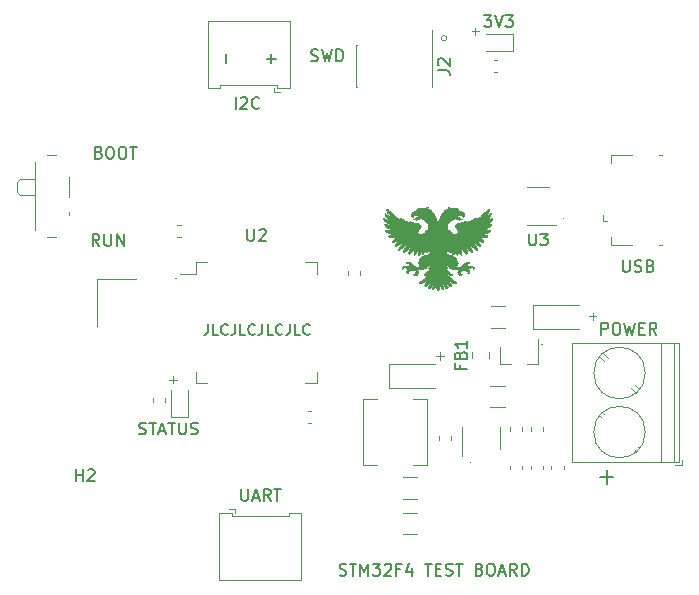
<source format=gbr>
G04 #@! TF.GenerationSoftware,KiCad,Pcbnew,(5.1.6)-1*
G04 #@! TF.CreationDate,2023-08-05T22:02:59+03:00*
G04 #@! TF.ProjectId,STM32F4_REV2,53544d33-3246-4345-9f52-4556322e6b69,rev?*
G04 #@! TF.SameCoordinates,Original*
G04 #@! TF.FileFunction,Legend,Top*
G04 #@! TF.FilePolarity,Positive*
%FSLAX46Y46*%
G04 Gerber Fmt 4.6, Leading zero omitted, Abs format (unit mm)*
G04 Created by KiCad (PCBNEW (5.1.6)-1) date 2023-08-05 22:02:59*
%MOMM*%
%LPD*%
G01*
G04 APERTURE LIST*
%ADD10C,0.150000*%
%ADD11C,0.100000*%
%ADD12C,0.120000*%
%ADD13C,0.010000*%
G04 APERTURE END LIST*
D10*
X121642857Y-81107142D02*
X121642857Y-81750000D01*
X121600000Y-81878571D01*
X121514285Y-81964285D01*
X121385714Y-82007142D01*
X121300000Y-82007142D01*
X122500000Y-82007142D02*
X122071428Y-82007142D01*
X122071428Y-81107142D01*
X123314285Y-81921428D02*
X123271428Y-81964285D01*
X123142857Y-82007142D01*
X123057142Y-82007142D01*
X122928571Y-81964285D01*
X122842857Y-81878571D01*
X122800000Y-81792857D01*
X122757142Y-81621428D01*
X122757142Y-81492857D01*
X122800000Y-81321428D01*
X122842857Y-81235714D01*
X122928571Y-81150000D01*
X123057142Y-81107142D01*
X123142857Y-81107142D01*
X123271428Y-81150000D01*
X123314285Y-81192857D01*
X123957142Y-81107142D02*
X123957142Y-81750000D01*
X123914285Y-81878571D01*
X123828571Y-81964285D01*
X123700000Y-82007142D01*
X123614285Y-82007142D01*
X124814285Y-82007142D02*
X124385714Y-82007142D01*
X124385714Y-81107142D01*
X125628571Y-81921428D02*
X125585714Y-81964285D01*
X125457142Y-82007142D01*
X125371428Y-82007142D01*
X125242857Y-81964285D01*
X125157142Y-81878571D01*
X125114285Y-81792857D01*
X125071428Y-81621428D01*
X125071428Y-81492857D01*
X125114285Y-81321428D01*
X125157142Y-81235714D01*
X125242857Y-81150000D01*
X125371428Y-81107142D01*
X125457142Y-81107142D01*
X125585714Y-81150000D01*
X125628571Y-81192857D01*
X126271428Y-81107142D02*
X126271428Y-81750000D01*
X126228571Y-81878571D01*
X126142857Y-81964285D01*
X126014285Y-82007142D01*
X125928571Y-82007142D01*
X127128571Y-82007142D02*
X126700000Y-82007142D01*
X126700000Y-81107142D01*
X127942857Y-81921428D02*
X127900000Y-81964285D01*
X127771428Y-82007142D01*
X127685714Y-82007142D01*
X127557142Y-81964285D01*
X127471428Y-81878571D01*
X127428571Y-81792857D01*
X127385714Y-81621428D01*
X127385714Y-81492857D01*
X127428571Y-81321428D01*
X127471428Y-81235714D01*
X127557142Y-81150000D01*
X127685714Y-81107142D01*
X127771428Y-81107142D01*
X127900000Y-81150000D01*
X127942857Y-81192857D01*
X128585714Y-81107142D02*
X128585714Y-81750000D01*
X128542857Y-81878571D01*
X128457142Y-81964285D01*
X128328571Y-82007142D01*
X128242857Y-82007142D01*
X129442857Y-82007142D02*
X129014285Y-82007142D01*
X129014285Y-81107142D01*
X130257142Y-81921428D02*
X130214285Y-81964285D01*
X130085714Y-82007142D01*
X130000000Y-82007142D01*
X129871428Y-81964285D01*
X129785714Y-81878571D01*
X129742857Y-81792857D01*
X129700000Y-81621428D01*
X129700000Y-81492857D01*
X129742857Y-81321428D01*
X129785714Y-81235714D01*
X129871428Y-81150000D01*
X130000000Y-81107142D01*
X130085714Y-81107142D01*
X130214285Y-81150000D01*
X130257142Y-81192857D01*
X132800000Y-102354761D02*
X132942857Y-102402380D01*
X133180952Y-102402380D01*
X133276190Y-102354761D01*
X133323809Y-102307142D01*
X133371428Y-102211904D01*
X133371428Y-102116666D01*
X133323809Y-102021428D01*
X133276190Y-101973809D01*
X133180952Y-101926190D01*
X132990476Y-101878571D01*
X132895238Y-101830952D01*
X132847619Y-101783333D01*
X132800000Y-101688095D01*
X132800000Y-101592857D01*
X132847619Y-101497619D01*
X132895238Y-101450000D01*
X132990476Y-101402380D01*
X133228571Y-101402380D01*
X133371428Y-101450000D01*
X133657142Y-101402380D02*
X134228571Y-101402380D01*
X133942857Y-102402380D02*
X133942857Y-101402380D01*
X134561904Y-102402380D02*
X134561904Y-101402380D01*
X134895238Y-102116666D01*
X135228571Y-101402380D01*
X135228571Y-102402380D01*
X135609523Y-101402380D02*
X136228571Y-101402380D01*
X135895238Y-101783333D01*
X136038095Y-101783333D01*
X136133333Y-101830952D01*
X136180952Y-101878571D01*
X136228571Y-101973809D01*
X136228571Y-102211904D01*
X136180952Y-102307142D01*
X136133333Y-102354761D01*
X136038095Y-102402380D01*
X135752380Y-102402380D01*
X135657142Y-102354761D01*
X135609523Y-102307142D01*
X136609523Y-101497619D02*
X136657142Y-101450000D01*
X136752380Y-101402380D01*
X136990476Y-101402380D01*
X137085714Y-101450000D01*
X137133333Y-101497619D01*
X137180952Y-101592857D01*
X137180952Y-101688095D01*
X137133333Y-101830952D01*
X136561904Y-102402380D01*
X137180952Y-102402380D01*
X137942857Y-101878571D02*
X137609523Y-101878571D01*
X137609523Y-102402380D02*
X137609523Y-101402380D01*
X138085714Y-101402380D01*
X138895238Y-101735714D02*
X138895238Y-102402380D01*
X138657142Y-101354761D02*
X138419047Y-102069047D01*
X139038095Y-102069047D01*
X140038095Y-101402380D02*
X140609523Y-101402380D01*
X140323809Y-102402380D02*
X140323809Y-101402380D01*
X140942857Y-101878571D02*
X141276190Y-101878571D01*
X141419047Y-102402380D02*
X140942857Y-102402380D01*
X140942857Y-101402380D01*
X141419047Y-101402380D01*
X141800000Y-102354761D02*
X141942857Y-102402380D01*
X142180952Y-102402380D01*
X142276190Y-102354761D01*
X142323809Y-102307142D01*
X142371428Y-102211904D01*
X142371428Y-102116666D01*
X142323809Y-102021428D01*
X142276190Y-101973809D01*
X142180952Y-101926190D01*
X141990476Y-101878571D01*
X141895238Y-101830952D01*
X141847619Y-101783333D01*
X141800000Y-101688095D01*
X141800000Y-101592857D01*
X141847619Y-101497619D01*
X141895238Y-101450000D01*
X141990476Y-101402380D01*
X142228571Y-101402380D01*
X142371428Y-101450000D01*
X142657142Y-101402380D02*
X143228571Y-101402380D01*
X142942857Y-102402380D02*
X142942857Y-101402380D01*
X144657142Y-101878571D02*
X144800000Y-101926190D01*
X144847619Y-101973809D01*
X144895238Y-102069047D01*
X144895238Y-102211904D01*
X144847619Y-102307142D01*
X144800000Y-102354761D01*
X144704761Y-102402380D01*
X144323809Y-102402380D01*
X144323809Y-101402380D01*
X144657142Y-101402380D01*
X144752380Y-101450000D01*
X144800000Y-101497619D01*
X144847619Y-101592857D01*
X144847619Y-101688095D01*
X144800000Y-101783333D01*
X144752380Y-101830952D01*
X144657142Y-101878571D01*
X144323809Y-101878571D01*
X145514285Y-101402380D02*
X145704761Y-101402380D01*
X145800000Y-101450000D01*
X145895238Y-101545238D01*
X145942857Y-101735714D01*
X145942857Y-102069047D01*
X145895238Y-102259523D01*
X145800000Y-102354761D01*
X145704761Y-102402380D01*
X145514285Y-102402380D01*
X145419047Y-102354761D01*
X145323809Y-102259523D01*
X145276190Y-102069047D01*
X145276190Y-101735714D01*
X145323809Y-101545238D01*
X145419047Y-101450000D01*
X145514285Y-101402380D01*
X146323809Y-102116666D02*
X146800000Y-102116666D01*
X146228571Y-102402380D02*
X146561904Y-101402380D01*
X146895238Y-102402380D01*
X147800000Y-102402380D02*
X147466666Y-101926190D01*
X147228571Y-102402380D02*
X147228571Y-101402380D01*
X147609523Y-101402380D01*
X147704761Y-101450000D01*
X147752380Y-101497619D01*
X147800000Y-101592857D01*
X147800000Y-101735714D01*
X147752380Y-101830952D01*
X147704761Y-101878571D01*
X147609523Y-101926190D01*
X147228571Y-101926190D01*
X148228571Y-102402380D02*
X148228571Y-101402380D01*
X148466666Y-101402380D01*
X148609523Y-101450000D01*
X148704761Y-101545238D01*
X148752380Y-101640476D01*
X148800000Y-101830952D01*
X148800000Y-101973809D01*
X148752380Y-102164285D01*
X148704761Y-102259523D01*
X148609523Y-102354761D01*
X148466666Y-102402380D01*
X148228571Y-102402380D01*
X126619047Y-58621428D02*
X127380952Y-58621428D01*
X127000000Y-59002380D02*
X127000000Y-58240476D01*
X123221428Y-58980952D02*
X123221428Y-58219047D01*
X112461904Y-74477380D02*
X112128571Y-74001190D01*
X111890476Y-74477380D02*
X111890476Y-73477380D01*
X112271428Y-73477380D01*
X112366666Y-73525000D01*
X112414285Y-73572619D01*
X112461904Y-73667857D01*
X112461904Y-73810714D01*
X112414285Y-73905952D01*
X112366666Y-73953571D01*
X112271428Y-74001190D01*
X111890476Y-74001190D01*
X112890476Y-73477380D02*
X112890476Y-74286904D01*
X112938095Y-74382142D01*
X112985714Y-74429761D01*
X113080952Y-74477380D01*
X113271428Y-74477380D01*
X113366666Y-74429761D01*
X113414285Y-74382142D01*
X113461904Y-74286904D01*
X113461904Y-73477380D01*
X113938095Y-74477380D02*
X113938095Y-73477380D01*
X114509523Y-74477380D01*
X114509523Y-73477380D01*
D11*
X143995238Y-56307142D02*
X144604761Y-56307142D01*
X144300000Y-56611904D02*
X144300000Y-56002380D01*
X118395238Y-85832142D02*
X119004761Y-85832142D01*
X118700000Y-86136904D02*
X118700000Y-85527380D01*
D10*
X154828571Y-94057142D02*
X155971428Y-94057142D01*
X155400000Y-94628571D02*
X155400000Y-93485714D01*
D11*
X140995238Y-83807142D02*
X141604761Y-83807142D01*
X141300000Y-84111904D02*
X141300000Y-83502380D01*
X153920238Y-80457142D02*
X154529761Y-80457142D01*
X154225000Y-80761904D02*
X154225000Y-80152380D01*
D12*
X141876385Y-56900000D02*
G75*
G03*
X141876385Y-56900000I-226385J0D01*
G01*
X151725000Y-72175000D02*
G75*
G03*
X151725000Y-72175000I-50000J0D01*
G01*
X149950000Y-82825000D02*
G75*
G03*
X149950000Y-82825000I-50000J0D01*
G01*
X143875000Y-92825000D02*
G75*
G03*
X143875000Y-92825000I-50000J0D01*
G01*
X118975000Y-77225000D02*
G75*
G03*
X118975000Y-77225000I-50000J0D01*
G01*
D10*
X115823809Y-90404761D02*
X115966666Y-90452380D01*
X116204761Y-90452380D01*
X116300000Y-90404761D01*
X116347619Y-90357142D01*
X116395238Y-90261904D01*
X116395238Y-90166666D01*
X116347619Y-90071428D01*
X116300000Y-90023809D01*
X116204761Y-89976190D01*
X116014285Y-89928571D01*
X115919047Y-89880952D01*
X115871428Y-89833333D01*
X115823809Y-89738095D01*
X115823809Y-89642857D01*
X115871428Y-89547619D01*
X115919047Y-89500000D01*
X116014285Y-89452380D01*
X116252380Y-89452380D01*
X116395238Y-89500000D01*
X116680952Y-89452380D02*
X117252380Y-89452380D01*
X116966666Y-90452380D02*
X116966666Y-89452380D01*
X117538095Y-90166666D02*
X118014285Y-90166666D01*
X117442857Y-90452380D02*
X117776190Y-89452380D01*
X118109523Y-90452380D01*
X118300000Y-89452380D02*
X118871428Y-89452380D01*
X118585714Y-90452380D02*
X118585714Y-89452380D01*
X119204761Y-89452380D02*
X119204761Y-90261904D01*
X119252380Y-90357142D01*
X119300000Y-90404761D01*
X119395238Y-90452380D01*
X119585714Y-90452380D01*
X119680952Y-90404761D01*
X119728571Y-90357142D01*
X119776190Y-90261904D01*
X119776190Y-89452380D01*
X120204761Y-90404761D02*
X120347619Y-90452380D01*
X120585714Y-90452380D01*
X120680952Y-90404761D01*
X120728571Y-90357142D01*
X120776190Y-90261904D01*
X120776190Y-90166666D01*
X120728571Y-90071428D01*
X120680952Y-90023809D01*
X120585714Y-89976190D01*
X120395238Y-89928571D01*
X120300000Y-89880952D01*
X120252380Y-89833333D01*
X120204761Y-89738095D01*
X120204761Y-89642857D01*
X120252380Y-89547619D01*
X120300000Y-89500000D01*
X120395238Y-89452380D01*
X120633333Y-89452380D01*
X120776190Y-89500000D01*
X145036904Y-54952380D02*
X145655952Y-54952380D01*
X145322619Y-55333333D01*
X145465476Y-55333333D01*
X145560714Y-55380952D01*
X145608333Y-55428571D01*
X145655952Y-55523809D01*
X145655952Y-55761904D01*
X145608333Y-55857142D01*
X145560714Y-55904761D01*
X145465476Y-55952380D01*
X145179761Y-55952380D01*
X145084523Y-55904761D01*
X145036904Y-55857142D01*
X145941666Y-54952380D02*
X146275000Y-55952380D01*
X146608333Y-54952380D01*
X146846428Y-54952380D02*
X147465476Y-54952380D01*
X147132142Y-55333333D01*
X147275000Y-55333333D01*
X147370238Y-55380952D01*
X147417857Y-55428571D01*
X147465476Y-55523809D01*
X147465476Y-55761904D01*
X147417857Y-55857142D01*
X147370238Y-55904761D01*
X147275000Y-55952380D01*
X146989285Y-55952380D01*
X146894047Y-55904761D01*
X146846428Y-55857142D01*
X130392857Y-58804761D02*
X130535714Y-58852380D01*
X130773809Y-58852380D01*
X130869047Y-58804761D01*
X130916666Y-58757142D01*
X130964285Y-58661904D01*
X130964285Y-58566666D01*
X130916666Y-58471428D01*
X130869047Y-58423809D01*
X130773809Y-58376190D01*
X130583333Y-58328571D01*
X130488095Y-58280952D01*
X130440476Y-58233333D01*
X130392857Y-58138095D01*
X130392857Y-58042857D01*
X130440476Y-57947619D01*
X130488095Y-57900000D01*
X130583333Y-57852380D01*
X130821428Y-57852380D01*
X130964285Y-57900000D01*
X131297619Y-57852380D02*
X131535714Y-58852380D01*
X131726190Y-58138095D01*
X131916666Y-58852380D01*
X132154761Y-57852380D01*
X132535714Y-58852380D02*
X132535714Y-57852380D01*
X132773809Y-57852380D01*
X132916666Y-57900000D01*
X133011904Y-57995238D01*
X133059523Y-58090476D01*
X133107142Y-58280952D01*
X133107142Y-58423809D01*
X133059523Y-58614285D01*
X133011904Y-58709523D01*
X132916666Y-58804761D01*
X132773809Y-58852380D01*
X132535714Y-58852380D01*
X112417857Y-66578571D02*
X112560714Y-66626190D01*
X112608333Y-66673809D01*
X112655952Y-66769047D01*
X112655952Y-66911904D01*
X112608333Y-67007142D01*
X112560714Y-67054761D01*
X112465476Y-67102380D01*
X112084523Y-67102380D01*
X112084523Y-66102380D01*
X112417857Y-66102380D01*
X112513095Y-66150000D01*
X112560714Y-66197619D01*
X112608333Y-66292857D01*
X112608333Y-66388095D01*
X112560714Y-66483333D01*
X112513095Y-66530952D01*
X112417857Y-66578571D01*
X112084523Y-66578571D01*
X113275000Y-66102380D02*
X113465476Y-66102380D01*
X113560714Y-66150000D01*
X113655952Y-66245238D01*
X113703571Y-66435714D01*
X113703571Y-66769047D01*
X113655952Y-66959523D01*
X113560714Y-67054761D01*
X113465476Y-67102380D01*
X113275000Y-67102380D01*
X113179761Y-67054761D01*
X113084523Y-66959523D01*
X113036904Y-66769047D01*
X113036904Y-66435714D01*
X113084523Y-66245238D01*
X113179761Y-66150000D01*
X113275000Y-66102380D01*
X114322619Y-66102380D02*
X114513095Y-66102380D01*
X114608333Y-66150000D01*
X114703571Y-66245238D01*
X114751190Y-66435714D01*
X114751190Y-66769047D01*
X114703571Y-66959523D01*
X114608333Y-67054761D01*
X114513095Y-67102380D01*
X114322619Y-67102380D01*
X114227380Y-67054761D01*
X114132142Y-66959523D01*
X114084523Y-66769047D01*
X114084523Y-66435714D01*
X114132142Y-66245238D01*
X114227380Y-66150000D01*
X114322619Y-66102380D01*
X115036904Y-66102380D02*
X115608333Y-66102380D01*
X115322619Y-67102380D02*
X115322619Y-66102380D01*
X154965476Y-82002380D02*
X154965476Y-81002380D01*
X155346428Y-81002380D01*
X155441666Y-81050000D01*
X155489285Y-81097619D01*
X155536904Y-81192857D01*
X155536904Y-81335714D01*
X155489285Y-81430952D01*
X155441666Y-81478571D01*
X155346428Y-81526190D01*
X154965476Y-81526190D01*
X156155952Y-81002380D02*
X156346428Y-81002380D01*
X156441666Y-81050000D01*
X156536904Y-81145238D01*
X156584523Y-81335714D01*
X156584523Y-81669047D01*
X156536904Y-81859523D01*
X156441666Y-81954761D01*
X156346428Y-82002380D01*
X156155952Y-82002380D01*
X156060714Y-81954761D01*
X155965476Y-81859523D01*
X155917857Y-81669047D01*
X155917857Y-81335714D01*
X155965476Y-81145238D01*
X156060714Y-81050000D01*
X156155952Y-81002380D01*
X156917857Y-81002380D02*
X157155952Y-82002380D01*
X157346428Y-81288095D01*
X157536904Y-82002380D01*
X157775000Y-81002380D01*
X158155952Y-81478571D02*
X158489285Y-81478571D01*
X158632142Y-82002380D02*
X158155952Y-82002380D01*
X158155952Y-81002380D01*
X158632142Y-81002380D01*
X159632142Y-82002380D02*
X159298809Y-81526190D01*
X159060714Y-82002380D02*
X159060714Y-81002380D01*
X159441666Y-81002380D01*
X159536904Y-81050000D01*
X159584523Y-81097619D01*
X159632142Y-81192857D01*
X159632142Y-81335714D01*
X159584523Y-81430952D01*
X159536904Y-81478571D01*
X159441666Y-81526190D01*
X159060714Y-81526190D01*
X156788095Y-75702380D02*
X156788095Y-76511904D01*
X156835714Y-76607142D01*
X156883333Y-76654761D01*
X156978571Y-76702380D01*
X157169047Y-76702380D01*
X157264285Y-76654761D01*
X157311904Y-76607142D01*
X157359523Y-76511904D01*
X157359523Y-75702380D01*
X157788095Y-76654761D02*
X157930952Y-76702380D01*
X158169047Y-76702380D01*
X158264285Y-76654761D01*
X158311904Y-76607142D01*
X158359523Y-76511904D01*
X158359523Y-76416666D01*
X158311904Y-76321428D01*
X158264285Y-76273809D01*
X158169047Y-76226190D01*
X157978571Y-76178571D01*
X157883333Y-76130952D01*
X157835714Y-76083333D01*
X157788095Y-75988095D01*
X157788095Y-75892857D01*
X157835714Y-75797619D01*
X157883333Y-75750000D01*
X157978571Y-75702380D01*
X158216666Y-75702380D01*
X158359523Y-75750000D01*
X159121428Y-76178571D02*
X159264285Y-76226190D01*
X159311904Y-76273809D01*
X159359523Y-76369047D01*
X159359523Y-76511904D01*
X159311904Y-76607142D01*
X159264285Y-76654761D01*
X159169047Y-76702380D01*
X158788095Y-76702380D01*
X158788095Y-75702380D01*
X159121428Y-75702380D01*
X159216666Y-75750000D01*
X159264285Y-75797619D01*
X159311904Y-75892857D01*
X159311904Y-75988095D01*
X159264285Y-76083333D01*
X159216666Y-76130952D01*
X159121428Y-76178571D01*
X158788095Y-76178571D01*
X124479761Y-95077380D02*
X124479761Y-95886904D01*
X124527380Y-95982142D01*
X124575000Y-96029761D01*
X124670238Y-96077380D01*
X124860714Y-96077380D01*
X124955952Y-96029761D01*
X125003571Y-95982142D01*
X125051190Y-95886904D01*
X125051190Y-95077380D01*
X125479761Y-95791666D02*
X125955952Y-95791666D01*
X125384523Y-96077380D02*
X125717857Y-95077380D01*
X126051190Y-96077380D01*
X126955952Y-96077380D02*
X126622619Y-95601190D01*
X126384523Y-96077380D02*
X126384523Y-95077380D01*
X126765476Y-95077380D01*
X126860714Y-95125000D01*
X126908333Y-95172619D01*
X126955952Y-95267857D01*
X126955952Y-95410714D01*
X126908333Y-95505952D01*
X126860714Y-95553571D01*
X126765476Y-95601190D01*
X126384523Y-95601190D01*
X127241666Y-95077380D02*
X127813095Y-95077380D01*
X127527380Y-96077380D02*
X127527380Y-95077380D01*
X123998809Y-62877380D02*
X123998809Y-61877380D01*
X124427380Y-61972619D02*
X124475000Y-61925000D01*
X124570238Y-61877380D01*
X124808333Y-61877380D01*
X124903571Y-61925000D01*
X124951190Y-61972619D01*
X124998809Y-62067857D01*
X124998809Y-62163095D01*
X124951190Y-62305952D01*
X124379761Y-62877380D01*
X124998809Y-62877380D01*
X125998809Y-62782142D02*
X125951190Y-62829761D01*
X125808333Y-62877380D01*
X125713095Y-62877380D01*
X125570238Y-62829761D01*
X125475000Y-62734523D01*
X125427380Y-62639285D01*
X125379761Y-62448809D01*
X125379761Y-62305952D01*
X125427380Y-62115476D01*
X125475000Y-62020238D01*
X125570238Y-61925000D01*
X125713095Y-61877380D01*
X125808333Y-61877380D01*
X125951190Y-61925000D01*
X125998809Y-61972619D01*
D13*
G36*
X141209897Y-77226061D02*
G01*
X141212994Y-77262857D01*
X141215518Y-77320418D01*
X141217466Y-77394372D01*
X141218835Y-77480343D01*
X141219625Y-77573959D01*
X141219832Y-77670846D01*
X141219454Y-77766630D01*
X141218491Y-77856937D01*
X141216938Y-77937394D01*
X141214796Y-78003627D01*
X141212061Y-78051261D01*
X141210291Y-78068034D01*
X141194222Y-78134467D01*
X141168679Y-78185001D01*
X141136066Y-78217262D01*
X141098783Y-78228877D01*
X141059234Y-78217474D01*
X141059090Y-78217388D01*
X141041997Y-78202600D01*
X141027898Y-78178973D01*
X141016447Y-78144133D01*
X141007298Y-78095704D01*
X141000104Y-78031313D01*
X140994517Y-77948584D01*
X140990193Y-77845143D01*
X140986871Y-77722600D01*
X140985172Y-77629470D01*
X140984323Y-77543469D01*
X140984304Y-77468223D01*
X140985094Y-77407358D01*
X140986670Y-77364502D01*
X140989011Y-77343280D01*
X140989107Y-77342973D01*
X140994936Y-77313862D01*
X140999544Y-77270292D01*
X141001447Y-77234771D01*
X141003754Y-77156946D01*
X141045113Y-77176248D01*
X141055850Y-77180657D01*
X141064703Y-77184461D01*
X141071846Y-77189959D01*
X141077457Y-77199450D01*
X141081713Y-77215233D01*
X141084790Y-77239608D01*
X141086865Y-77274874D01*
X141088115Y-77323331D01*
X141088715Y-77387277D01*
X141088843Y-77469011D01*
X141088675Y-77570834D01*
X141088389Y-77695045D01*
X141088303Y-77738475D01*
X141088500Y-77830119D01*
X141089373Y-77912892D01*
X141090832Y-77983565D01*
X141092788Y-78038912D01*
X141095149Y-78075705D01*
X141097826Y-78090715D01*
X141098166Y-78090900D01*
X141102373Y-78078806D01*
X141106376Y-78044955D01*
X141110074Y-77992987D01*
X141113366Y-77926542D01*
X141116151Y-77849264D01*
X141118326Y-77764792D01*
X141119789Y-77676769D01*
X141120440Y-77588836D01*
X141120178Y-77504633D01*
X141118899Y-77427804D01*
X141117720Y-77389857D01*
X141110420Y-77195550D01*
X141155338Y-77175261D01*
X141200256Y-77154973D01*
X141209897Y-77226061D01*
G37*
X141209897Y-77226061D02*
X141212994Y-77262857D01*
X141215518Y-77320418D01*
X141217466Y-77394372D01*
X141218835Y-77480343D01*
X141219625Y-77573959D01*
X141219832Y-77670846D01*
X141219454Y-77766630D01*
X141218491Y-77856937D01*
X141216938Y-77937394D01*
X141214796Y-78003627D01*
X141212061Y-78051261D01*
X141210291Y-78068034D01*
X141194222Y-78134467D01*
X141168679Y-78185001D01*
X141136066Y-78217262D01*
X141098783Y-78228877D01*
X141059234Y-78217474D01*
X141059090Y-78217388D01*
X141041997Y-78202600D01*
X141027898Y-78178973D01*
X141016447Y-78144133D01*
X141007298Y-78095704D01*
X141000104Y-78031313D01*
X140994517Y-77948584D01*
X140990193Y-77845143D01*
X140986871Y-77722600D01*
X140985172Y-77629470D01*
X140984323Y-77543469D01*
X140984304Y-77468223D01*
X140985094Y-77407358D01*
X140986670Y-77364502D01*
X140989011Y-77343280D01*
X140989107Y-77342973D01*
X140994936Y-77313862D01*
X140999544Y-77270292D01*
X141001447Y-77234771D01*
X141003754Y-77156946D01*
X141045113Y-77176248D01*
X141055850Y-77180657D01*
X141064703Y-77184461D01*
X141071846Y-77189959D01*
X141077457Y-77199450D01*
X141081713Y-77215233D01*
X141084790Y-77239608D01*
X141086865Y-77274874D01*
X141088115Y-77323331D01*
X141088715Y-77387277D01*
X141088843Y-77469011D01*
X141088675Y-77570834D01*
X141088389Y-77695045D01*
X141088303Y-77738475D01*
X141088500Y-77830119D01*
X141089373Y-77912892D01*
X141090832Y-77983565D01*
X141092788Y-78038912D01*
X141095149Y-78075705D01*
X141097826Y-78090715D01*
X141098166Y-78090900D01*
X141102373Y-78078806D01*
X141106376Y-78044955D01*
X141110074Y-77992987D01*
X141113366Y-77926542D01*
X141116151Y-77849264D01*
X141118326Y-77764792D01*
X141119789Y-77676769D01*
X141120440Y-77588836D01*
X141120178Y-77504633D01*
X141118899Y-77427804D01*
X141117720Y-77389857D01*
X141110420Y-77195550D01*
X141155338Y-77175261D01*
X141200256Y-77154973D01*
X141209897Y-77226061D01*
G36*
X140933087Y-77013786D02*
G01*
X140932140Y-77024692D01*
X140925826Y-77049739D01*
X140916001Y-77084425D01*
X140914128Y-77106623D01*
X140928586Y-77112995D01*
X140929281Y-77113000D01*
X140943942Y-77118553D01*
X140944960Y-77139385D01*
X140943333Y-77147925D01*
X140911485Y-77295407D01*
X140883053Y-77422615D01*
X140856940Y-77534267D01*
X140832051Y-77635084D01*
X140814240Y-77703739D01*
X140791519Y-77790804D01*
X140775410Y-77855363D01*
X140765970Y-77897075D01*
X140763257Y-77915600D01*
X140767330Y-77910596D01*
X140778248Y-77881723D01*
X140789174Y-77849600D01*
X140806668Y-77792528D01*
X140827701Y-77717055D01*
X140850668Y-77629652D01*
X140873966Y-77536790D01*
X140895991Y-77444942D01*
X140915140Y-77360580D01*
X140929810Y-77290175D01*
X140935505Y-77259050D01*
X140944657Y-77213092D01*
X140954475Y-77176792D01*
X140962891Y-77157744D01*
X140963168Y-77157450D01*
X140970933Y-77154918D01*
X140968181Y-77170299D01*
X140963327Y-77195776D01*
X140958162Y-77237312D01*
X140954073Y-77282606D01*
X140950145Y-77327353D01*
X140946015Y-77361490D01*
X140942573Y-77377673D01*
X140942553Y-77377706D01*
X140939552Y-77392239D01*
X140934013Y-77428210D01*
X140926461Y-77481843D01*
X140917421Y-77549363D01*
X140907421Y-77626993D01*
X140903385Y-77659100D01*
X140889507Y-77764935D01*
X140876642Y-77848901D01*
X140863785Y-77914446D01*
X140849929Y-77965021D01*
X140834069Y-78004074D01*
X140815198Y-78035056D01*
X140792310Y-78061415D01*
X140783633Y-78069754D01*
X140746342Y-78094157D01*
X140703039Y-78108407D01*
X140664810Y-78109164D01*
X140658675Y-78107376D01*
X140647988Y-78091952D01*
X140642874Y-78062047D01*
X140642800Y-78057777D01*
X140646995Y-78024963D01*
X140663193Y-78007163D01*
X140674550Y-78002000D01*
X140699430Y-77983994D01*
X140706300Y-77965765D01*
X140711102Y-77938908D01*
X140723033Y-77902262D01*
X140726983Y-77892425D01*
X140748920Y-77833887D01*
X140774165Y-77756159D01*
X140801210Y-77664974D01*
X140828550Y-77566063D01*
X140854678Y-77465159D01*
X140878087Y-77367994D01*
X140897271Y-77280298D01*
X140910724Y-77207805D01*
X140915134Y-77176500D01*
X140915587Y-77163149D01*
X140911559Y-77172309D01*
X140903816Y-77201638D01*
X140896434Y-77233650D01*
X140855687Y-77408958D01*
X140815454Y-77564238D01*
X140774326Y-77704788D01*
X140754612Y-77766274D01*
X140726049Y-77849855D01*
X140702670Y-77912475D01*
X140684986Y-77953746D01*
X140673509Y-77973277D01*
X140668748Y-77970680D01*
X140671216Y-77945565D01*
X140681422Y-77897542D01*
X140699880Y-77826223D01*
X140706300Y-77803081D01*
X140721933Y-77744599D01*
X140734512Y-77692213D01*
X140742535Y-77652507D01*
X140744666Y-77634672D01*
X140748419Y-77607805D01*
X140758189Y-77564608D01*
X140772137Y-77512906D01*
X140777741Y-77494000D01*
X140794400Y-77436165D01*
X140809262Y-77379252D01*
X140819660Y-77333606D01*
X140821236Y-77325241D01*
X140832106Y-77279084D01*
X140846532Y-77236333D01*
X140851661Y-77224865D01*
X140865510Y-77188284D01*
X140871398Y-77155230D01*
X140871400Y-77154802D01*
X140875813Y-77129644D01*
X140886888Y-77094822D01*
X140901377Y-77058318D01*
X140916032Y-77028119D01*
X140927607Y-77012210D01*
X140929723Y-77011400D01*
X140933087Y-77013786D01*
G37*
X140933087Y-77013786D02*
X140932140Y-77024692D01*
X140925826Y-77049739D01*
X140916001Y-77084425D01*
X140914128Y-77106623D01*
X140928586Y-77112995D01*
X140929281Y-77113000D01*
X140943942Y-77118553D01*
X140944960Y-77139385D01*
X140943333Y-77147925D01*
X140911485Y-77295407D01*
X140883053Y-77422615D01*
X140856940Y-77534267D01*
X140832051Y-77635084D01*
X140814240Y-77703739D01*
X140791519Y-77790804D01*
X140775410Y-77855363D01*
X140765970Y-77897075D01*
X140763257Y-77915600D01*
X140767330Y-77910596D01*
X140778248Y-77881723D01*
X140789174Y-77849600D01*
X140806668Y-77792528D01*
X140827701Y-77717055D01*
X140850668Y-77629652D01*
X140873966Y-77536790D01*
X140895991Y-77444942D01*
X140915140Y-77360580D01*
X140929810Y-77290175D01*
X140935505Y-77259050D01*
X140944657Y-77213092D01*
X140954475Y-77176792D01*
X140962891Y-77157744D01*
X140963168Y-77157450D01*
X140970933Y-77154918D01*
X140968181Y-77170299D01*
X140963327Y-77195776D01*
X140958162Y-77237312D01*
X140954073Y-77282606D01*
X140950145Y-77327353D01*
X140946015Y-77361490D01*
X140942573Y-77377673D01*
X140942553Y-77377706D01*
X140939552Y-77392239D01*
X140934013Y-77428210D01*
X140926461Y-77481843D01*
X140917421Y-77549363D01*
X140907421Y-77626993D01*
X140903385Y-77659100D01*
X140889507Y-77764935D01*
X140876642Y-77848901D01*
X140863785Y-77914446D01*
X140849929Y-77965021D01*
X140834069Y-78004074D01*
X140815198Y-78035056D01*
X140792310Y-78061415D01*
X140783633Y-78069754D01*
X140746342Y-78094157D01*
X140703039Y-78108407D01*
X140664810Y-78109164D01*
X140658675Y-78107376D01*
X140647988Y-78091952D01*
X140642874Y-78062047D01*
X140642800Y-78057777D01*
X140646995Y-78024963D01*
X140663193Y-78007163D01*
X140674550Y-78002000D01*
X140699430Y-77983994D01*
X140706300Y-77965765D01*
X140711102Y-77938908D01*
X140723033Y-77902262D01*
X140726983Y-77892425D01*
X140748920Y-77833887D01*
X140774165Y-77756159D01*
X140801210Y-77664974D01*
X140828550Y-77566063D01*
X140854678Y-77465159D01*
X140878087Y-77367994D01*
X140897271Y-77280298D01*
X140910724Y-77207805D01*
X140915134Y-77176500D01*
X140915587Y-77163149D01*
X140911559Y-77172309D01*
X140903816Y-77201638D01*
X140896434Y-77233650D01*
X140855687Y-77408958D01*
X140815454Y-77564238D01*
X140774326Y-77704788D01*
X140754612Y-77766274D01*
X140726049Y-77849855D01*
X140702670Y-77912475D01*
X140684986Y-77953746D01*
X140673509Y-77973277D01*
X140668748Y-77970680D01*
X140671216Y-77945565D01*
X140681422Y-77897542D01*
X140699880Y-77826223D01*
X140706300Y-77803081D01*
X140721933Y-77744599D01*
X140734512Y-77692213D01*
X140742535Y-77652507D01*
X140744666Y-77634672D01*
X140748419Y-77607805D01*
X140758189Y-77564608D01*
X140772137Y-77512906D01*
X140777741Y-77494000D01*
X140794400Y-77436165D01*
X140809262Y-77379252D01*
X140819660Y-77333606D01*
X140821236Y-77325241D01*
X140832106Y-77279084D01*
X140846532Y-77236333D01*
X140851661Y-77224865D01*
X140865510Y-77188284D01*
X140871398Y-77155230D01*
X140871400Y-77154802D01*
X140875813Y-77129644D01*
X140886888Y-77094822D01*
X140901377Y-77058318D01*
X140916032Y-77028119D01*
X140927607Y-77012210D01*
X140929723Y-77011400D01*
X140933087Y-77013786D01*
G36*
X141283870Y-77029647D02*
G01*
X141296526Y-77051883D01*
X141311115Y-77087192D01*
X141326937Y-77139030D01*
X141344820Y-77210397D01*
X141362724Y-77290800D01*
X141368076Y-77312372D01*
X141379078Y-77354201D01*
X141394597Y-77412066D01*
X141413499Y-77481745D01*
X141434650Y-77559018D01*
X141439473Y-77576550D01*
X141463088Y-77662298D01*
X141486775Y-77748311D01*
X141508837Y-77828424D01*
X141527575Y-77896473D01*
X141541294Y-77946293D01*
X141541457Y-77946887D01*
X141554645Y-77999649D01*
X141563436Y-78044629D01*
X141566664Y-78075276D01*
X141565743Y-78083412D01*
X141548329Y-78098363D01*
X141509821Y-78103577D01*
X141506192Y-78103600D01*
X141463801Y-78098289D01*
X141431914Y-78078675D01*
X141421937Y-78068675D01*
X141396761Y-78038518D01*
X141376489Y-78005692D01*
X141359807Y-77966041D01*
X141345404Y-77915412D01*
X141331969Y-77849648D01*
X141318188Y-77764597D01*
X141311564Y-77719205D01*
X141300676Y-77645724D01*
X141290249Y-77580496D01*
X141281041Y-77527891D01*
X141273812Y-77492275D01*
X141269713Y-77478489D01*
X141264919Y-77470204D01*
X141261421Y-77460405D01*
X141258514Y-77444125D01*
X141255494Y-77416391D01*
X141251653Y-77372235D01*
X141247582Y-77322550D01*
X141242535Y-77265712D01*
X141236991Y-77211066D01*
X141232080Y-77169683D01*
X141231706Y-77166975D01*
X141227264Y-77128346D01*
X141227591Y-77112360D01*
X141231797Y-77116901D01*
X141238992Y-77139851D01*
X141248284Y-77179092D01*
X141258415Y-77230475D01*
X141272898Y-77303798D01*
X141292034Y-77391480D01*
X141314308Y-77487364D01*
X141338204Y-77585294D01*
X141362207Y-77679115D01*
X141384802Y-77762669D01*
X141404474Y-77829802D01*
X141410825Y-77849600D01*
X141426337Y-77894592D01*
X141434860Y-77915178D01*
X141436396Y-77911371D01*
X141430947Y-77883183D01*
X141418516Y-77830627D01*
X141399105Y-77753715D01*
X141381131Y-77684500D01*
X141353411Y-77575200D01*
X141327380Y-77466038D01*
X141304056Y-77361752D01*
X141284456Y-77267084D01*
X141269598Y-77186772D01*
X141260500Y-77125557D01*
X141259804Y-77119350D01*
X141257643Y-77098494D01*
X141256632Y-77085369D01*
X141257316Y-77082159D01*
X141260243Y-77091053D01*
X141265957Y-77114238D01*
X141275004Y-77153899D01*
X141287932Y-77212226D01*
X141305284Y-77291403D01*
X141323025Y-77372629D01*
X141342011Y-77453981D01*
X141364174Y-77539743D01*
X141388450Y-77626686D01*
X141413779Y-77711579D01*
X141439098Y-77791190D01*
X141463346Y-77862288D01*
X141485461Y-77921643D01*
X141504381Y-77966023D01*
X141519044Y-77992197D01*
X141528239Y-77997094D01*
X141526798Y-77983377D01*
X141515943Y-77957404D01*
X141514800Y-77955164D01*
X141491556Y-77902678D01*
X141464969Y-77830216D01*
X141436403Y-77742761D01*
X141407223Y-77645297D01*
X141378791Y-77542808D01*
X141352474Y-77440278D01*
X141329634Y-77342690D01*
X141311637Y-77255027D01*
X141299845Y-77182274D01*
X141297413Y-77161009D01*
X141291141Y-77114136D01*
X141282693Y-77072502D01*
X141277407Y-77054818D01*
X141268651Y-77024841D01*
X141271617Y-77016326D01*
X141283870Y-77029647D01*
G37*
X141283870Y-77029647D02*
X141296526Y-77051883D01*
X141311115Y-77087192D01*
X141326937Y-77139030D01*
X141344820Y-77210397D01*
X141362724Y-77290800D01*
X141368076Y-77312372D01*
X141379078Y-77354201D01*
X141394597Y-77412066D01*
X141413499Y-77481745D01*
X141434650Y-77559018D01*
X141439473Y-77576550D01*
X141463088Y-77662298D01*
X141486775Y-77748311D01*
X141508837Y-77828424D01*
X141527575Y-77896473D01*
X141541294Y-77946293D01*
X141541457Y-77946887D01*
X141554645Y-77999649D01*
X141563436Y-78044629D01*
X141566664Y-78075276D01*
X141565743Y-78083412D01*
X141548329Y-78098363D01*
X141509821Y-78103577D01*
X141506192Y-78103600D01*
X141463801Y-78098289D01*
X141431914Y-78078675D01*
X141421937Y-78068675D01*
X141396761Y-78038518D01*
X141376489Y-78005692D01*
X141359807Y-77966041D01*
X141345404Y-77915412D01*
X141331969Y-77849648D01*
X141318188Y-77764597D01*
X141311564Y-77719205D01*
X141300676Y-77645724D01*
X141290249Y-77580496D01*
X141281041Y-77527891D01*
X141273812Y-77492275D01*
X141269713Y-77478489D01*
X141264919Y-77470204D01*
X141261421Y-77460405D01*
X141258514Y-77444125D01*
X141255494Y-77416391D01*
X141251653Y-77372235D01*
X141247582Y-77322550D01*
X141242535Y-77265712D01*
X141236991Y-77211066D01*
X141232080Y-77169683D01*
X141231706Y-77166975D01*
X141227264Y-77128346D01*
X141227591Y-77112360D01*
X141231797Y-77116901D01*
X141238992Y-77139851D01*
X141248284Y-77179092D01*
X141258415Y-77230475D01*
X141272898Y-77303798D01*
X141292034Y-77391480D01*
X141314308Y-77487364D01*
X141338204Y-77585294D01*
X141362207Y-77679115D01*
X141384802Y-77762669D01*
X141404474Y-77829802D01*
X141410825Y-77849600D01*
X141426337Y-77894592D01*
X141434860Y-77915178D01*
X141436396Y-77911371D01*
X141430947Y-77883183D01*
X141418516Y-77830627D01*
X141399105Y-77753715D01*
X141381131Y-77684500D01*
X141353411Y-77575200D01*
X141327380Y-77466038D01*
X141304056Y-77361752D01*
X141284456Y-77267084D01*
X141269598Y-77186772D01*
X141260500Y-77125557D01*
X141259804Y-77119350D01*
X141257643Y-77098494D01*
X141256632Y-77085369D01*
X141257316Y-77082159D01*
X141260243Y-77091053D01*
X141265957Y-77114238D01*
X141275004Y-77153899D01*
X141287932Y-77212226D01*
X141305284Y-77291403D01*
X141323025Y-77372629D01*
X141342011Y-77453981D01*
X141364174Y-77539743D01*
X141388450Y-77626686D01*
X141413779Y-77711579D01*
X141439098Y-77791190D01*
X141463346Y-77862288D01*
X141485461Y-77921643D01*
X141504381Y-77966023D01*
X141519044Y-77992197D01*
X141528239Y-77997094D01*
X141526798Y-77983377D01*
X141515943Y-77957404D01*
X141514800Y-77955164D01*
X141491556Y-77902678D01*
X141464969Y-77830216D01*
X141436403Y-77742761D01*
X141407223Y-77645297D01*
X141378791Y-77542808D01*
X141352474Y-77440278D01*
X141329634Y-77342690D01*
X141311637Y-77255027D01*
X141299845Y-77182274D01*
X141297413Y-77161009D01*
X141291141Y-77114136D01*
X141282693Y-77072502D01*
X141277407Y-77054818D01*
X141268651Y-77024841D01*
X141271617Y-77016326D01*
X141283870Y-77029647D01*
G36*
X140833300Y-77168979D02*
G01*
X140828935Y-77196792D01*
X140822986Y-77208885D01*
X140813401Y-77227910D01*
X140799849Y-77264043D01*
X140784690Y-77309794D01*
X140770283Y-77357671D01*
X140758987Y-77400181D01*
X140753160Y-77429835D01*
X140753039Y-77431014D01*
X140744262Y-77467255D01*
X140733567Y-77491817D01*
X140723714Y-77521264D01*
X140724709Y-77541359D01*
X140721840Y-77564966D01*
X140706637Y-77585311D01*
X140687430Y-77609419D01*
X140680900Y-77627776D01*
X140675781Y-77646333D01*
X140661927Y-77682234D01*
X140641588Y-77729920D01*
X140622240Y-77772645D01*
X140593210Y-77832574D01*
X140570826Y-77872019D01*
X140552896Y-77894312D01*
X140537229Y-77902782D01*
X140536515Y-77902895D01*
X140514696Y-77914865D01*
X140511655Y-77931628D01*
X140503724Y-77973916D01*
X140472583Y-78007594D01*
X140445335Y-78022125D01*
X140386733Y-78037770D01*
X140330034Y-78031999D01*
X140310517Y-78025703D01*
X140283336Y-78010831D01*
X140269982Y-77995846D01*
X140273760Y-77978925D01*
X140288912Y-77945327D01*
X140313087Y-77899744D01*
X140343935Y-77846871D01*
X140347540Y-77840965D01*
X140429979Y-77702158D01*
X140495699Y-77581842D01*
X140544920Y-77479579D01*
X140577860Y-77394931D01*
X140587896Y-77360650D01*
X140598311Y-77327672D01*
X140613968Y-77286791D01*
X140631931Y-77244651D01*
X140649259Y-77207895D01*
X140663014Y-77183166D01*
X140669355Y-77176500D01*
X140684877Y-77185441D01*
X140685534Y-77186423D01*
X140683086Y-77201415D01*
X140671785Y-77235812D01*
X140653163Y-77285842D01*
X140628755Y-77347733D01*
X140600095Y-77417712D01*
X140568718Y-77492006D01*
X140536157Y-77566842D01*
X140503947Y-77638448D01*
X140486033Y-77677008D01*
X140462500Y-77728137D01*
X140444229Y-77770120D01*
X140433256Y-77798122D01*
X140431167Y-77807301D01*
X140437680Y-77798015D01*
X140452789Y-77769980D01*
X140474418Y-77727493D01*
X140500491Y-77674854D01*
X140528932Y-77616362D01*
X140557665Y-77556315D01*
X140584615Y-77499014D01*
X140607705Y-77448756D01*
X140624860Y-77409841D01*
X140633269Y-77388767D01*
X140643517Y-77365298D01*
X140650965Y-77358243D01*
X140651083Y-77358350D01*
X140649776Y-77373141D01*
X140638818Y-77406640D01*
X140619997Y-77454876D01*
X140595099Y-77513877D01*
X140565910Y-77579671D01*
X140534217Y-77648287D01*
X140501808Y-77715753D01*
X140470467Y-77778099D01*
X140441983Y-77831352D01*
X140425520Y-77859748D01*
X140399860Y-77904150D01*
X140385233Y-77933658D01*
X140381710Y-77946559D01*
X140389360Y-77941144D01*
X140408254Y-77915702D01*
X140424225Y-77891357D01*
X140484484Y-77787321D01*
X140548198Y-77659389D01*
X140614811Y-77508749D01*
X140680795Y-77344323D01*
X140706033Y-77279854D01*
X140725286Y-77234848D01*
X140741176Y-77204874D01*
X140756326Y-77185498D01*
X140773359Y-77172286D01*
X140787049Y-77164717D01*
X140833300Y-77141138D01*
X140833300Y-77168979D01*
G37*
X140833300Y-77168979D02*
X140828935Y-77196792D01*
X140822986Y-77208885D01*
X140813401Y-77227910D01*
X140799849Y-77264043D01*
X140784690Y-77309794D01*
X140770283Y-77357671D01*
X140758987Y-77400181D01*
X140753160Y-77429835D01*
X140753039Y-77431014D01*
X140744262Y-77467255D01*
X140733567Y-77491817D01*
X140723714Y-77521264D01*
X140724709Y-77541359D01*
X140721840Y-77564966D01*
X140706637Y-77585311D01*
X140687430Y-77609419D01*
X140680900Y-77627776D01*
X140675781Y-77646333D01*
X140661927Y-77682234D01*
X140641588Y-77729920D01*
X140622240Y-77772645D01*
X140593210Y-77832574D01*
X140570826Y-77872019D01*
X140552896Y-77894312D01*
X140537229Y-77902782D01*
X140536515Y-77902895D01*
X140514696Y-77914865D01*
X140511655Y-77931628D01*
X140503724Y-77973916D01*
X140472583Y-78007594D01*
X140445335Y-78022125D01*
X140386733Y-78037770D01*
X140330034Y-78031999D01*
X140310517Y-78025703D01*
X140283336Y-78010831D01*
X140269982Y-77995846D01*
X140273760Y-77978925D01*
X140288912Y-77945327D01*
X140313087Y-77899744D01*
X140343935Y-77846871D01*
X140347540Y-77840965D01*
X140429979Y-77702158D01*
X140495699Y-77581842D01*
X140544920Y-77479579D01*
X140577860Y-77394931D01*
X140587896Y-77360650D01*
X140598311Y-77327672D01*
X140613968Y-77286791D01*
X140631931Y-77244651D01*
X140649259Y-77207895D01*
X140663014Y-77183166D01*
X140669355Y-77176500D01*
X140684877Y-77185441D01*
X140685534Y-77186423D01*
X140683086Y-77201415D01*
X140671785Y-77235812D01*
X140653163Y-77285842D01*
X140628755Y-77347733D01*
X140600095Y-77417712D01*
X140568718Y-77492006D01*
X140536157Y-77566842D01*
X140503947Y-77638448D01*
X140486033Y-77677008D01*
X140462500Y-77728137D01*
X140444229Y-77770120D01*
X140433256Y-77798122D01*
X140431167Y-77807301D01*
X140437680Y-77798015D01*
X140452789Y-77769980D01*
X140474418Y-77727493D01*
X140500491Y-77674854D01*
X140528932Y-77616362D01*
X140557665Y-77556315D01*
X140584615Y-77499014D01*
X140607705Y-77448756D01*
X140624860Y-77409841D01*
X140633269Y-77388767D01*
X140643517Y-77365298D01*
X140650965Y-77358243D01*
X140651083Y-77358350D01*
X140649776Y-77373141D01*
X140638818Y-77406640D01*
X140619997Y-77454876D01*
X140595099Y-77513877D01*
X140565910Y-77579671D01*
X140534217Y-77648287D01*
X140501808Y-77715753D01*
X140470467Y-77778099D01*
X140441983Y-77831352D01*
X140425520Y-77859748D01*
X140399860Y-77904150D01*
X140385233Y-77933658D01*
X140381710Y-77946559D01*
X140389360Y-77941144D01*
X140408254Y-77915702D01*
X140424225Y-77891357D01*
X140484484Y-77787321D01*
X140548198Y-77659389D01*
X140614811Y-77508749D01*
X140680795Y-77344323D01*
X140706033Y-77279854D01*
X140725286Y-77234848D01*
X140741176Y-77204874D01*
X140756326Y-77185498D01*
X140773359Y-77172286D01*
X140787049Y-77164717D01*
X140833300Y-77141138D01*
X140833300Y-77168979D01*
G36*
X141387815Y-77149372D02*
G01*
X141418956Y-77163624D01*
X141433663Y-77168934D01*
X141456865Y-77186168D01*
X141463735Y-77198436D01*
X141494303Y-77283590D01*
X141532141Y-77379804D01*
X141574928Y-77481925D01*
X141620343Y-77584799D01*
X141666068Y-77683275D01*
X141709780Y-77772199D01*
X141749161Y-77846418D01*
X141775742Y-77891357D01*
X141801148Y-77929079D01*
X141815260Y-77945788D01*
X141818147Y-77943190D01*
X141809877Y-77922990D01*
X141790518Y-77886894D01*
X141774479Y-77859748D01*
X141748879Y-77814729D01*
X141719237Y-77757979D01*
X141687338Y-77693471D01*
X141654970Y-77625176D01*
X141623919Y-77557064D01*
X141595972Y-77493109D01*
X141572915Y-77437280D01*
X141556535Y-77393550D01*
X141548619Y-77365891D01*
X141548916Y-77358350D01*
X141556228Y-77364864D01*
X141566460Y-77387997D01*
X141566730Y-77388767D01*
X141577202Y-77414695D01*
X141595380Y-77455609D01*
X141619188Y-77507212D01*
X141646548Y-77565206D01*
X141675384Y-77625294D01*
X141703620Y-77683177D01*
X141729179Y-77734559D01*
X141749985Y-77775143D01*
X141763960Y-77800629D01*
X141768920Y-77807213D01*
X141765539Y-77794707D01*
X141753052Y-77763804D01*
X141733373Y-77718991D01*
X141708418Y-77664755D01*
X141705180Y-77657870D01*
X141671478Y-77584063D01*
X141635160Y-77500795D01*
X141601416Y-77420126D01*
X141582759Y-77373350D01*
X141560440Y-77316296D01*
X141540598Y-77266526D01*
X141525502Y-77229669D01*
X141517760Y-77212013D01*
X141514152Y-77189864D01*
X141519449Y-77182633D01*
X141533882Y-77184971D01*
X141537765Y-77191570D01*
X141607439Y-77369076D01*
X141695984Y-77553551D01*
X141804669Y-77747569D01*
X141845590Y-77814803D01*
X141879350Y-77870449D01*
X141907601Y-77919305D01*
X141927866Y-77956910D01*
X141937667Y-77978804D01*
X141938200Y-77981523D01*
X141926720Y-78005033D01*
X141896831Y-78023475D01*
X141855353Y-78034696D01*
X141809109Y-78036543D01*
X141779450Y-78031624D01*
X141746531Y-78015318D01*
X141716968Y-77988827D01*
X141699005Y-77960357D01*
X141696900Y-77949433D01*
X141686692Y-77926139D01*
X141670120Y-77912361D01*
X141653005Y-77894389D01*
X141629774Y-77858223D01*
X141603265Y-77809439D01*
X141576317Y-77753611D01*
X141551769Y-77696315D01*
X141532457Y-77643127D01*
X141531484Y-77640050D01*
X141518749Y-77601189D01*
X141507258Y-77568985D01*
X141505238Y-77563850D01*
X141496893Y-77539616D01*
X141484390Y-77499043D01*
X141470234Y-77450299D01*
X141468238Y-77443200D01*
X141447197Y-77370317D01*
X141429140Y-77313755D01*
X141411261Y-77265099D01*
X141398373Y-77233650D01*
X141383784Y-77196548D01*
X141373352Y-77166174D01*
X141369277Y-77145818D01*
X141378457Y-77144737D01*
X141387815Y-77149372D01*
G37*
X141387815Y-77149372D02*
X141418956Y-77163624D01*
X141433663Y-77168934D01*
X141456865Y-77186168D01*
X141463735Y-77198436D01*
X141494303Y-77283590D01*
X141532141Y-77379804D01*
X141574928Y-77481925D01*
X141620343Y-77584799D01*
X141666068Y-77683275D01*
X141709780Y-77772199D01*
X141749161Y-77846418D01*
X141775742Y-77891357D01*
X141801148Y-77929079D01*
X141815260Y-77945788D01*
X141818147Y-77943190D01*
X141809877Y-77922990D01*
X141790518Y-77886894D01*
X141774479Y-77859748D01*
X141748879Y-77814729D01*
X141719237Y-77757979D01*
X141687338Y-77693471D01*
X141654970Y-77625176D01*
X141623919Y-77557064D01*
X141595972Y-77493109D01*
X141572915Y-77437280D01*
X141556535Y-77393550D01*
X141548619Y-77365891D01*
X141548916Y-77358350D01*
X141556228Y-77364864D01*
X141566460Y-77387997D01*
X141566730Y-77388767D01*
X141577202Y-77414695D01*
X141595380Y-77455609D01*
X141619188Y-77507212D01*
X141646548Y-77565206D01*
X141675384Y-77625294D01*
X141703620Y-77683177D01*
X141729179Y-77734559D01*
X141749985Y-77775143D01*
X141763960Y-77800629D01*
X141768920Y-77807213D01*
X141765539Y-77794707D01*
X141753052Y-77763804D01*
X141733373Y-77718991D01*
X141708418Y-77664755D01*
X141705180Y-77657870D01*
X141671478Y-77584063D01*
X141635160Y-77500795D01*
X141601416Y-77420126D01*
X141582759Y-77373350D01*
X141560440Y-77316296D01*
X141540598Y-77266526D01*
X141525502Y-77229669D01*
X141517760Y-77212013D01*
X141514152Y-77189864D01*
X141519449Y-77182633D01*
X141533882Y-77184971D01*
X141537765Y-77191570D01*
X141607439Y-77369076D01*
X141695984Y-77553551D01*
X141804669Y-77747569D01*
X141845590Y-77814803D01*
X141879350Y-77870449D01*
X141907601Y-77919305D01*
X141927866Y-77956910D01*
X141937667Y-77978804D01*
X141938200Y-77981523D01*
X141926720Y-78005033D01*
X141896831Y-78023475D01*
X141855353Y-78034696D01*
X141809109Y-78036543D01*
X141779450Y-78031624D01*
X141746531Y-78015318D01*
X141716968Y-77988827D01*
X141699005Y-77960357D01*
X141696900Y-77949433D01*
X141686692Y-77926139D01*
X141670120Y-77912361D01*
X141653005Y-77894389D01*
X141629774Y-77858223D01*
X141603265Y-77809439D01*
X141576317Y-77753611D01*
X141551769Y-77696315D01*
X141532457Y-77643127D01*
X141531484Y-77640050D01*
X141518749Y-77601189D01*
X141507258Y-77568985D01*
X141505238Y-77563850D01*
X141496893Y-77539616D01*
X141484390Y-77499043D01*
X141470234Y-77450299D01*
X141468238Y-77443200D01*
X141447197Y-77370317D01*
X141429140Y-77313755D01*
X141411261Y-77265099D01*
X141398373Y-77233650D01*
X141383784Y-77196548D01*
X141373352Y-77166174D01*
X141369277Y-77145818D01*
X141378457Y-77144737D01*
X141387815Y-77149372D01*
G36*
X140591117Y-77042553D02*
G01*
X140585038Y-77070131D01*
X140570923Y-77109341D01*
X140550201Y-77156658D01*
X140524305Y-77208556D01*
X140494665Y-77261511D01*
X140462712Y-77311998D01*
X140459870Y-77316156D01*
X140432735Y-77360192D01*
X140422290Y-77388606D01*
X140428739Y-77400301D01*
X140444739Y-77397457D01*
X140461755Y-77380813D01*
X140485031Y-77341235D01*
X140514881Y-77278147D01*
X140534033Y-77233650D01*
X140551901Y-77195488D01*
X140569770Y-77163866D01*
X140573678Y-77158197D01*
X140588434Y-77141059D01*
X140599345Y-77144449D01*
X140609964Y-77158113D01*
X140615899Y-77169481D01*
X140616679Y-77184078D01*
X140610933Y-77205691D01*
X140597287Y-77238103D01*
X140574370Y-77285101D01*
X140540809Y-77350470D01*
X140538865Y-77354215D01*
X140493097Y-77440604D01*
X140453929Y-77509377D01*
X140417427Y-77566033D01*
X140379657Y-77616068D01*
X140336685Y-77664981D01*
X140284578Y-77718270D01*
X140263783Y-77738651D01*
X140190860Y-77804172D01*
X140128341Y-77848103D01*
X140074554Y-77871200D01*
X140027823Y-77874217D01*
X139991925Y-77861282D01*
X139972444Y-77840270D01*
X139968172Y-77807758D01*
X139978712Y-77766048D01*
X140084000Y-77766048D01*
X140090853Y-77764065D01*
X140109642Y-77744622D01*
X140137714Y-77711047D01*
X140172414Y-77666671D01*
X140211087Y-77614822D01*
X140238422Y-77576550D01*
X140285299Y-77576550D01*
X140337015Y-77519400D01*
X140364429Y-77487539D01*
X140383192Y-77462736D01*
X140388765Y-77451975D01*
X140383741Y-77445587D01*
X140368102Y-77459751D01*
X140341160Y-77495174D01*
X140327252Y-77515180D01*
X140285299Y-77576550D01*
X140238422Y-77576550D01*
X140251078Y-77558832D01*
X140263584Y-77540782D01*
X140294413Y-77494625D01*
X140318172Y-77456520D01*
X140332139Y-77431004D01*
X140334045Y-77424150D01*
X140401500Y-77424150D01*
X140407850Y-77430500D01*
X140414200Y-77424150D01*
X140407850Y-77417800D01*
X140401500Y-77424150D01*
X140334045Y-77424150D01*
X140334445Y-77422712D01*
X140325230Y-77429803D01*
X140305473Y-77453858D01*
X140278549Y-77490595D01*
X140261246Y-77515629D01*
X140223374Y-77570274D01*
X140182705Y-77626984D01*
X140146669Y-77675443D01*
X140139075Y-77685290D01*
X140111777Y-77721642D01*
X140092074Y-77750433D01*
X140084024Y-77765716D01*
X140084000Y-77766048D01*
X139978712Y-77766048D01*
X139979609Y-77762499D01*
X140007255Y-77703248D01*
X140051612Y-77628759D01*
X140113178Y-77537784D01*
X140133076Y-77509874D01*
X140186327Y-77434474D01*
X140227793Y-77372835D01*
X140256435Y-77326610D01*
X140271213Y-77297456D01*
X140272550Y-77287758D01*
X140275392Y-77273107D01*
X140290020Y-77246878D01*
X140311222Y-77216366D01*
X140333786Y-77188868D01*
X140352500Y-77171678D01*
X140357050Y-77169481D01*
X140394292Y-77156840D01*
X140433256Y-77139985D01*
X140467397Y-77122279D01*
X140490169Y-77107084D01*
X140495541Y-77098344D01*
X140498267Y-77088210D01*
X140502350Y-77087600D01*
X140515303Y-77094760D01*
X140515800Y-77097390D01*
X140509780Y-77111778D01*
X140494041Y-77141817D01*
X140472058Y-77181458D01*
X140447308Y-77224649D01*
X140423268Y-77265339D01*
X140403416Y-77297478D01*
X140391228Y-77315016D01*
X140390064Y-77316200D01*
X140377789Y-77332288D01*
X140362956Y-77357842D01*
X140352326Y-77380664D01*
X140350700Y-77387210D01*
X140357716Y-77386313D01*
X140374272Y-77372667D01*
X140393623Y-77353018D01*
X140409026Y-77334113D01*
X140413980Y-77323900D01*
X140420244Y-77308692D01*
X140436873Y-77277257D01*
X140460934Y-77235005D01*
X140475981Y-77209600D01*
X140504120Y-77161351D01*
X140527598Y-77118589D01*
X140542909Y-77087815D01*
X140546323Y-77079221D01*
X140561485Y-77049872D01*
X140573441Y-77036391D01*
X140587729Y-77030131D01*
X140591117Y-77042553D01*
G37*
X140591117Y-77042553D02*
X140585038Y-77070131D01*
X140570923Y-77109341D01*
X140550201Y-77156658D01*
X140524305Y-77208556D01*
X140494665Y-77261511D01*
X140462712Y-77311998D01*
X140459870Y-77316156D01*
X140432735Y-77360192D01*
X140422290Y-77388606D01*
X140428739Y-77400301D01*
X140444739Y-77397457D01*
X140461755Y-77380813D01*
X140485031Y-77341235D01*
X140514881Y-77278147D01*
X140534033Y-77233650D01*
X140551901Y-77195488D01*
X140569770Y-77163866D01*
X140573678Y-77158197D01*
X140588434Y-77141059D01*
X140599345Y-77144449D01*
X140609964Y-77158113D01*
X140615899Y-77169481D01*
X140616679Y-77184078D01*
X140610933Y-77205691D01*
X140597287Y-77238103D01*
X140574370Y-77285101D01*
X140540809Y-77350470D01*
X140538865Y-77354215D01*
X140493097Y-77440604D01*
X140453929Y-77509377D01*
X140417427Y-77566033D01*
X140379657Y-77616068D01*
X140336685Y-77664981D01*
X140284578Y-77718270D01*
X140263783Y-77738651D01*
X140190860Y-77804172D01*
X140128341Y-77848103D01*
X140074554Y-77871200D01*
X140027823Y-77874217D01*
X139991925Y-77861282D01*
X139972444Y-77840270D01*
X139968172Y-77807758D01*
X139978712Y-77766048D01*
X140084000Y-77766048D01*
X140090853Y-77764065D01*
X140109642Y-77744622D01*
X140137714Y-77711047D01*
X140172414Y-77666671D01*
X140211087Y-77614822D01*
X140238422Y-77576550D01*
X140285299Y-77576550D01*
X140337015Y-77519400D01*
X140364429Y-77487539D01*
X140383192Y-77462736D01*
X140388765Y-77451975D01*
X140383741Y-77445587D01*
X140368102Y-77459751D01*
X140341160Y-77495174D01*
X140327252Y-77515180D01*
X140285299Y-77576550D01*
X140238422Y-77576550D01*
X140251078Y-77558832D01*
X140263584Y-77540782D01*
X140294413Y-77494625D01*
X140318172Y-77456520D01*
X140332139Y-77431004D01*
X140334045Y-77424150D01*
X140401500Y-77424150D01*
X140407850Y-77430500D01*
X140414200Y-77424150D01*
X140407850Y-77417800D01*
X140401500Y-77424150D01*
X140334045Y-77424150D01*
X140334445Y-77422712D01*
X140325230Y-77429803D01*
X140305473Y-77453858D01*
X140278549Y-77490595D01*
X140261246Y-77515629D01*
X140223374Y-77570274D01*
X140182705Y-77626984D01*
X140146669Y-77675443D01*
X140139075Y-77685290D01*
X140111777Y-77721642D01*
X140092074Y-77750433D01*
X140084024Y-77765716D01*
X140084000Y-77766048D01*
X139978712Y-77766048D01*
X139979609Y-77762499D01*
X140007255Y-77703248D01*
X140051612Y-77628759D01*
X140113178Y-77537784D01*
X140133076Y-77509874D01*
X140186327Y-77434474D01*
X140227793Y-77372835D01*
X140256435Y-77326610D01*
X140271213Y-77297456D01*
X140272550Y-77287758D01*
X140275392Y-77273107D01*
X140290020Y-77246878D01*
X140311222Y-77216366D01*
X140333786Y-77188868D01*
X140352500Y-77171678D01*
X140357050Y-77169481D01*
X140394292Y-77156840D01*
X140433256Y-77139985D01*
X140467397Y-77122279D01*
X140490169Y-77107084D01*
X140495541Y-77098344D01*
X140498267Y-77088210D01*
X140502350Y-77087600D01*
X140515303Y-77094760D01*
X140515800Y-77097390D01*
X140509780Y-77111778D01*
X140494041Y-77141817D01*
X140472058Y-77181458D01*
X140447308Y-77224649D01*
X140423268Y-77265339D01*
X140403416Y-77297478D01*
X140391228Y-77315016D01*
X140390064Y-77316200D01*
X140377789Y-77332288D01*
X140362956Y-77357842D01*
X140352326Y-77380664D01*
X140350700Y-77387210D01*
X140357716Y-77386313D01*
X140374272Y-77372667D01*
X140393623Y-77353018D01*
X140409026Y-77334113D01*
X140413980Y-77323900D01*
X140420244Y-77308692D01*
X140436873Y-77277257D01*
X140460934Y-77235005D01*
X140475981Y-77209600D01*
X140504120Y-77161351D01*
X140527598Y-77118589D01*
X140542909Y-77087815D01*
X140546323Y-77079221D01*
X140561485Y-77049872D01*
X140573441Y-77036391D01*
X140587729Y-77030131D01*
X140591117Y-77042553D01*
G36*
X141632070Y-77049500D02*
G01*
X141650317Y-77074519D01*
X141658490Y-77091400D01*
X141658517Y-77091796D01*
X141665051Y-77106626D01*
X141682719Y-77138736D01*
X141709002Y-77183987D01*
X141741385Y-77238241D01*
X141777349Y-77297357D01*
X141814379Y-77357197D01*
X141849956Y-77413620D01*
X141881564Y-77462487D01*
X141905448Y-77497891D01*
X141938991Y-77544860D01*
X141976247Y-77595346D01*
X142014267Y-77645572D01*
X142050107Y-77691758D01*
X142080820Y-77730126D01*
X142103460Y-77756897D01*
X142115081Y-77768294D01*
X142116000Y-77767932D01*
X142108834Y-77754495D01*
X142089375Y-77725270D01*
X142060684Y-77684704D01*
X142029396Y-77642039D01*
X141981349Y-77575789D01*
X141930866Y-77503155D01*
X141880035Y-77427457D01*
X141830942Y-77352019D01*
X141785674Y-77280162D01*
X141746317Y-77215208D01*
X141714958Y-77160480D01*
X141693684Y-77119300D01*
X141684580Y-77094990D01*
X141684394Y-77092729D01*
X141689636Y-77090223D01*
X141693919Y-77095418D01*
X141712615Y-77111157D01*
X141746787Y-77130881D01*
X141787894Y-77150305D01*
X141827396Y-77165146D01*
X141839775Y-77168589D01*
X141867626Y-77182868D01*
X141874700Y-77199616D01*
X141882718Y-77224873D01*
X141906162Y-77268148D01*
X141944119Y-77328015D01*
X141995674Y-77403045D01*
X142059912Y-77491813D01*
X142074791Y-77511882D01*
X142129584Y-77588924D01*
X142175749Y-77660650D01*
X142211337Y-77723601D01*
X142234399Y-77774315D01*
X142242985Y-77809332D01*
X142243000Y-77810417D01*
X142231698Y-77838439D01*
X142203339Y-77861570D01*
X142166241Y-77873798D01*
X142154449Y-77874438D01*
X142121898Y-77868062D01*
X142083690Y-77853132D01*
X142077900Y-77850173D01*
X142041352Y-77825463D01*
X141993985Y-77786038D01*
X141940981Y-77736904D01*
X141887526Y-77683069D01*
X141838805Y-77629540D01*
X141801159Y-77582900D01*
X141777295Y-77546785D01*
X141748496Y-77497432D01*
X141716940Y-77439290D01*
X141684805Y-77376804D01*
X141654271Y-77314422D01*
X141627517Y-77256590D01*
X141606720Y-77207755D01*
X141594060Y-77172363D01*
X141591586Y-77155159D01*
X141599016Y-77142469D01*
X141608790Y-77142584D01*
X141623172Y-77157948D01*
X141644428Y-77191005D01*
X141674822Y-77244202D01*
X141675950Y-77246226D01*
X141705615Y-77296385D01*
X141741713Y-77352729D01*
X141780957Y-77410649D01*
X141820061Y-77465533D01*
X141855738Y-77512772D01*
X141884700Y-77547756D01*
X141903662Y-77565874D01*
X141903990Y-77566077D01*
X141906141Y-77562737D01*
X141895009Y-77544114D01*
X141883050Y-77527591D01*
X141816625Y-77436157D01*
X141756050Y-77345609D01*
X141703416Y-77259565D01*
X141660813Y-77181642D01*
X141630330Y-77115458D01*
X141614059Y-77064631D01*
X141613337Y-77060788D01*
X141605905Y-77017750D01*
X141632070Y-77049500D01*
G37*
X141632070Y-77049500D02*
X141650317Y-77074519D01*
X141658490Y-77091400D01*
X141658517Y-77091796D01*
X141665051Y-77106626D01*
X141682719Y-77138736D01*
X141709002Y-77183987D01*
X141741385Y-77238241D01*
X141777349Y-77297357D01*
X141814379Y-77357197D01*
X141849956Y-77413620D01*
X141881564Y-77462487D01*
X141905448Y-77497891D01*
X141938991Y-77544860D01*
X141976247Y-77595346D01*
X142014267Y-77645572D01*
X142050107Y-77691758D01*
X142080820Y-77730126D01*
X142103460Y-77756897D01*
X142115081Y-77768294D01*
X142116000Y-77767932D01*
X142108834Y-77754495D01*
X142089375Y-77725270D01*
X142060684Y-77684704D01*
X142029396Y-77642039D01*
X141981349Y-77575789D01*
X141930866Y-77503155D01*
X141880035Y-77427457D01*
X141830942Y-77352019D01*
X141785674Y-77280162D01*
X141746317Y-77215208D01*
X141714958Y-77160480D01*
X141693684Y-77119300D01*
X141684580Y-77094990D01*
X141684394Y-77092729D01*
X141689636Y-77090223D01*
X141693919Y-77095418D01*
X141712615Y-77111157D01*
X141746787Y-77130881D01*
X141787894Y-77150305D01*
X141827396Y-77165146D01*
X141839775Y-77168589D01*
X141867626Y-77182868D01*
X141874700Y-77199616D01*
X141882718Y-77224873D01*
X141906162Y-77268148D01*
X141944119Y-77328015D01*
X141995674Y-77403045D01*
X142059912Y-77491813D01*
X142074791Y-77511882D01*
X142129584Y-77588924D01*
X142175749Y-77660650D01*
X142211337Y-77723601D01*
X142234399Y-77774315D01*
X142242985Y-77809332D01*
X142243000Y-77810417D01*
X142231698Y-77838439D01*
X142203339Y-77861570D01*
X142166241Y-77873798D01*
X142154449Y-77874438D01*
X142121898Y-77868062D01*
X142083690Y-77853132D01*
X142077900Y-77850173D01*
X142041352Y-77825463D01*
X141993985Y-77786038D01*
X141940981Y-77736904D01*
X141887526Y-77683069D01*
X141838805Y-77629540D01*
X141801159Y-77582900D01*
X141777295Y-77546785D01*
X141748496Y-77497432D01*
X141716940Y-77439290D01*
X141684805Y-77376804D01*
X141654271Y-77314422D01*
X141627517Y-77256590D01*
X141606720Y-77207755D01*
X141594060Y-77172363D01*
X141591586Y-77155159D01*
X141599016Y-77142469D01*
X141608790Y-77142584D01*
X141623172Y-77157948D01*
X141644428Y-77191005D01*
X141674822Y-77244202D01*
X141675950Y-77246226D01*
X141705615Y-77296385D01*
X141741713Y-77352729D01*
X141780957Y-77410649D01*
X141820061Y-77465533D01*
X141855738Y-77512772D01*
X141884700Y-77547756D01*
X141903662Y-77565874D01*
X141903990Y-77566077D01*
X141906141Y-77562737D01*
X141895009Y-77544114D01*
X141883050Y-77527591D01*
X141816625Y-77436157D01*
X141756050Y-77345609D01*
X141703416Y-77259565D01*
X141660813Y-77181642D01*
X141630330Y-77115458D01*
X141614059Y-77064631D01*
X141613337Y-77060788D01*
X141605905Y-77017750D01*
X141632070Y-77049500D01*
G36*
X140160200Y-77010251D02*
G01*
X140169343Y-77018214D01*
X140177629Y-77016614D01*
X140188592Y-77020590D01*
X140189863Y-77040098D01*
X140182788Y-77067792D01*
X140168710Y-77096325D01*
X140161153Y-77106650D01*
X140133310Y-77141450D01*
X140121310Y-77159845D01*
X140125441Y-77160972D01*
X140145994Y-77143972D01*
X140149796Y-77140471D01*
X140182323Y-77114897D01*
X140201350Y-77108617D01*
X140205875Y-77118813D01*
X140194896Y-77142667D01*
X140167412Y-77177362D01*
X140164152Y-77180859D01*
X140126327Y-77222115D01*
X140104183Y-77248657D01*
X140097994Y-77259551D01*
X140108032Y-77253863D01*
X140134573Y-77230657D01*
X140155329Y-77211027D01*
X140193018Y-77175317D01*
X140218107Y-77154623D01*
X140236155Y-77146199D01*
X140252717Y-77147295D01*
X140270623Y-77154016D01*
X140309656Y-77170428D01*
X140284318Y-77224264D01*
X140266003Y-77256186D01*
X140248581Y-77275486D01*
X140242196Y-77278100D01*
X140224804Y-77288580D01*
X140218116Y-77301083D01*
X140202831Y-77328238D01*
X140174392Y-77361927D01*
X140137386Y-77398346D01*
X140096400Y-77433693D01*
X140056020Y-77464165D01*
X140020833Y-77485960D01*
X139995425Y-77495275D01*
X139986549Y-77493069D01*
X139972160Y-77492861D01*
X139957070Y-77512917D01*
X139928143Y-77544859D01*
X139880449Y-77574013D01*
X139820624Y-77597537D01*
X139755301Y-77612586D01*
X139715700Y-77616385D01*
X139661976Y-77616043D01*
X139609356Y-77611856D01*
X139579175Y-77606828D01*
X139546457Y-77597282D01*
X139527285Y-77588144D01*
X139525200Y-77585207D01*
X139535710Y-77570259D01*
X139559292Y-77556749D01*
X139584023Y-77550629D01*
X139592136Y-77551789D01*
X139610740Y-77548470D01*
X139642108Y-77532934D01*
X139681078Y-77508907D01*
X139722491Y-77480111D01*
X139761186Y-77450271D01*
X139792002Y-77423110D01*
X139809778Y-77402351D01*
X139811074Y-77395982D01*
X139845875Y-77373720D01*
X139869923Y-77355229D01*
X139880751Y-77340762D01*
X139880800Y-77340139D01*
X139878421Y-77330343D01*
X139868598Y-77335012D01*
X139847295Y-77356453D01*
X139841738Y-77362481D01*
X139811089Y-77395910D01*
X139811592Y-77393440D01*
X139816514Y-77379963D01*
X139835709Y-77356282D01*
X139851451Y-77340437D01*
X139875263Y-77319334D01*
X139887526Y-77311288D01*
X139887289Y-77314672D01*
X139884806Y-77327173D01*
X139894907Y-77326005D01*
X139909452Y-77309843D01*
X139910808Y-77299094D01*
X139913686Y-77284192D01*
X139918269Y-77284060D01*
X139931172Y-77278468D01*
X139957139Y-77258207D01*
X139992053Y-77227316D01*
X140031798Y-77189832D01*
X140072256Y-77149795D01*
X140109312Y-77111244D01*
X140138849Y-77078216D01*
X140156749Y-77054751D01*
X140160200Y-77046709D01*
X140152114Y-77025939D01*
X140144950Y-77021133D01*
X140136282Y-77014039D01*
X140144950Y-77006625D01*
X140158410Y-77005242D01*
X140160200Y-77010251D01*
G37*
X140160200Y-77010251D02*
X140169343Y-77018214D01*
X140177629Y-77016614D01*
X140188592Y-77020590D01*
X140189863Y-77040098D01*
X140182788Y-77067792D01*
X140168710Y-77096325D01*
X140161153Y-77106650D01*
X140133310Y-77141450D01*
X140121310Y-77159845D01*
X140125441Y-77160972D01*
X140145994Y-77143972D01*
X140149796Y-77140471D01*
X140182323Y-77114897D01*
X140201350Y-77108617D01*
X140205875Y-77118813D01*
X140194896Y-77142667D01*
X140167412Y-77177362D01*
X140164152Y-77180859D01*
X140126327Y-77222115D01*
X140104183Y-77248657D01*
X140097994Y-77259551D01*
X140108032Y-77253863D01*
X140134573Y-77230657D01*
X140155329Y-77211027D01*
X140193018Y-77175317D01*
X140218107Y-77154623D01*
X140236155Y-77146199D01*
X140252717Y-77147295D01*
X140270623Y-77154016D01*
X140309656Y-77170428D01*
X140284318Y-77224264D01*
X140266003Y-77256186D01*
X140248581Y-77275486D01*
X140242196Y-77278100D01*
X140224804Y-77288580D01*
X140218116Y-77301083D01*
X140202831Y-77328238D01*
X140174392Y-77361927D01*
X140137386Y-77398346D01*
X140096400Y-77433693D01*
X140056020Y-77464165D01*
X140020833Y-77485960D01*
X139995425Y-77495275D01*
X139986549Y-77493069D01*
X139972160Y-77492861D01*
X139957070Y-77512917D01*
X139928143Y-77544859D01*
X139880449Y-77574013D01*
X139820624Y-77597537D01*
X139755301Y-77612586D01*
X139715700Y-77616385D01*
X139661976Y-77616043D01*
X139609356Y-77611856D01*
X139579175Y-77606828D01*
X139546457Y-77597282D01*
X139527285Y-77588144D01*
X139525200Y-77585207D01*
X139535710Y-77570259D01*
X139559292Y-77556749D01*
X139584023Y-77550629D01*
X139592136Y-77551789D01*
X139610740Y-77548470D01*
X139642108Y-77532934D01*
X139681078Y-77508907D01*
X139722491Y-77480111D01*
X139761186Y-77450271D01*
X139792002Y-77423110D01*
X139809778Y-77402351D01*
X139811074Y-77395982D01*
X139845875Y-77373720D01*
X139869923Y-77355229D01*
X139880751Y-77340762D01*
X139880800Y-77340139D01*
X139878421Y-77330343D01*
X139868598Y-77335012D01*
X139847295Y-77356453D01*
X139841738Y-77362481D01*
X139811089Y-77395910D01*
X139811592Y-77393440D01*
X139816514Y-77379963D01*
X139835709Y-77356282D01*
X139851451Y-77340437D01*
X139875263Y-77319334D01*
X139887526Y-77311288D01*
X139887289Y-77314672D01*
X139884806Y-77327173D01*
X139894907Y-77326005D01*
X139909452Y-77309843D01*
X139910808Y-77299094D01*
X139913686Y-77284192D01*
X139918269Y-77284060D01*
X139931172Y-77278468D01*
X139957139Y-77258207D01*
X139992053Y-77227316D01*
X140031798Y-77189832D01*
X140072256Y-77149795D01*
X140109312Y-77111244D01*
X140138849Y-77078216D01*
X140156749Y-77054751D01*
X140160200Y-77046709D01*
X140152114Y-77025939D01*
X140144950Y-77021133D01*
X140136282Y-77014039D01*
X140144950Y-77006625D01*
X140158410Y-77005242D01*
X140160200Y-77010251D01*
G36*
X142053138Y-77007765D02*
G01*
X142076542Y-77031285D01*
X142099238Y-77057343D01*
X142134589Y-77099041D01*
X142176865Y-77147461D01*
X142209256Y-77183644D01*
X142238985Y-77219471D01*
X142257764Y-77248448D01*
X142262137Y-77265196D01*
X142261909Y-77265626D01*
X142266499Y-77280860D01*
X142288038Y-77308530D01*
X142323394Y-77345524D01*
X142369434Y-77388728D01*
X142423025Y-77435027D01*
X142471600Y-77474043D01*
X142525854Y-77514562D01*
X142564997Y-77539710D01*
X142592546Y-77551383D01*
X142612015Y-77551479D01*
X142613919Y-77550824D01*
X142633386Y-77551861D01*
X142655644Y-77562592D01*
X142671673Y-77577101D01*
X142672611Y-77589322D01*
X142650081Y-77600229D01*
X142609740Y-77609876D01*
X142559174Y-77616933D01*
X142505973Y-77620067D01*
X142497000Y-77620114D01*
X142427855Y-77612097D01*
X142355767Y-77586746D01*
X142350584Y-77584375D01*
X142307091Y-77560743D01*
X142270823Y-77534868D01*
X142252134Y-77515516D01*
X142229472Y-77492045D01*
X142211064Y-77489478D01*
X142187213Y-77486353D01*
X142152416Y-77466284D01*
X142110713Y-77432833D01*
X142066143Y-77389563D01*
X142022745Y-77340040D01*
X141987482Y-77292248D01*
X141973209Y-77271750D01*
X142103300Y-77271750D01*
X142109650Y-77278100D01*
X142116000Y-77271750D01*
X142109650Y-77265400D01*
X142103300Y-77271750D01*
X141973209Y-77271750D01*
X141956712Y-77248059D01*
X141940908Y-77227300D01*
X142052500Y-77227300D01*
X142061480Y-77248525D01*
X142077900Y-77252700D01*
X142098552Y-77248436D01*
X142103300Y-77242540D01*
X142095350Y-77225676D01*
X142088060Y-77217140D01*
X142066440Y-77202831D01*
X142054475Y-77211620D01*
X142052500Y-77227300D01*
X141940908Y-77227300D01*
X141929062Y-77211742D01*
X141908845Y-77188826D01*
X141903346Y-77184374D01*
X141894662Y-77175088D01*
X141905646Y-77164865D01*
X141925756Y-77155538D01*
X141955674Y-77145175D01*
X141975574Y-77148177D01*
X141997378Y-77165705D01*
X142019456Y-77183009D01*
X142033022Y-77187402D01*
X142033477Y-77187055D01*
X142030101Y-77174994D01*
X142014477Y-77157520D01*
X141996287Y-77134790D01*
X141988706Y-77113180D01*
X141994121Y-77100933D01*
X141997920Y-77100300D01*
X142011679Y-77108279D01*
X142036460Y-77128526D01*
X142050824Y-77141575D01*
X142094808Y-77182850D01*
X142066713Y-77141959D01*
X142045591Y-77113653D01*
X142028906Y-77095392D01*
X142026508Y-77093584D01*
X142017984Y-77078430D01*
X142014609Y-77054237D01*
X142016818Y-77032605D01*
X142023925Y-77024909D01*
X142036477Y-77034385D01*
X142059468Y-77058189D01*
X142082910Y-77085234D01*
X142141473Y-77154315D01*
X142188824Y-77207252D01*
X142223860Y-77242893D01*
X142245472Y-77260089D01*
X142251724Y-77260908D01*
X142247478Y-77248619D01*
X142229075Y-77223112D01*
X142200161Y-77189287D01*
X142191047Y-77179387D01*
X142126698Y-77109616D01*
X142079649Y-77056530D01*
X142050149Y-77020424D01*
X142038444Y-77001592D01*
X142039843Y-76998700D01*
X142053138Y-77007765D01*
G37*
X142053138Y-77007765D02*
X142076542Y-77031285D01*
X142099238Y-77057343D01*
X142134589Y-77099041D01*
X142176865Y-77147461D01*
X142209256Y-77183644D01*
X142238985Y-77219471D01*
X142257764Y-77248448D01*
X142262137Y-77265196D01*
X142261909Y-77265626D01*
X142266499Y-77280860D01*
X142288038Y-77308530D01*
X142323394Y-77345524D01*
X142369434Y-77388728D01*
X142423025Y-77435027D01*
X142471600Y-77474043D01*
X142525854Y-77514562D01*
X142564997Y-77539710D01*
X142592546Y-77551383D01*
X142612015Y-77551479D01*
X142613919Y-77550824D01*
X142633386Y-77551861D01*
X142655644Y-77562592D01*
X142671673Y-77577101D01*
X142672611Y-77589322D01*
X142650081Y-77600229D01*
X142609740Y-77609876D01*
X142559174Y-77616933D01*
X142505973Y-77620067D01*
X142497000Y-77620114D01*
X142427855Y-77612097D01*
X142355767Y-77586746D01*
X142350584Y-77584375D01*
X142307091Y-77560743D01*
X142270823Y-77534868D01*
X142252134Y-77515516D01*
X142229472Y-77492045D01*
X142211064Y-77489478D01*
X142187213Y-77486353D01*
X142152416Y-77466284D01*
X142110713Y-77432833D01*
X142066143Y-77389563D01*
X142022745Y-77340040D01*
X141987482Y-77292248D01*
X141973209Y-77271750D01*
X142103300Y-77271750D01*
X142109650Y-77278100D01*
X142116000Y-77271750D01*
X142109650Y-77265400D01*
X142103300Y-77271750D01*
X141973209Y-77271750D01*
X141956712Y-77248059D01*
X141940908Y-77227300D01*
X142052500Y-77227300D01*
X142061480Y-77248525D01*
X142077900Y-77252700D01*
X142098552Y-77248436D01*
X142103300Y-77242540D01*
X142095350Y-77225676D01*
X142088060Y-77217140D01*
X142066440Y-77202831D01*
X142054475Y-77211620D01*
X142052500Y-77227300D01*
X141940908Y-77227300D01*
X141929062Y-77211742D01*
X141908845Y-77188826D01*
X141903346Y-77184374D01*
X141894662Y-77175088D01*
X141905646Y-77164865D01*
X141925756Y-77155538D01*
X141955674Y-77145175D01*
X141975574Y-77148177D01*
X141997378Y-77165705D01*
X142019456Y-77183009D01*
X142033022Y-77187402D01*
X142033477Y-77187055D01*
X142030101Y-77174994D01*
X142014477Y-77157520D01*
X141996287Y-77134790D01*
X141988706Y-77113180D01*
X141994121Y-77100933D01*
X141997920Y-77100300D01*
X142011679Y-77108279D01*
X142036460Y-77128526D01*
X142050824Y-77141575D01*
X142094808Y-77182850D01*
X142066713Y-77141959D01*
X142045591Y-77113653D01*
X142028906Y-77095392D01*
X142026508Y-77093584D01*
X142017984Y-77078430D01*
X142014609Y-77054237D01*
X142016818Y-77032605D01*
X142023925Y-77024909D01*
X142036477Y-77034385D01*
X142059468Y-77058189D01*
X142082910Y-77085234D01*
X142141473Y-77154315D01*
X142188824Y-77207252D01*
X142223860Y-77242893D01*
X142245472Y-77260089D01*
X142251724Y-77260908D01*
X142247478Y-77248619D01*
X142229075Y-77223112D01*
X142200161Y-77189287D01*
X142191047Y-77179387D01*
X142126698Y-77109616D01*
X142079649Y-77056530D01*
X142050149Y-77020424D01*
X142038444Y-77001592D01*
X142039843Y-76998700D01*
X142053138Y-77007765D01*
G36*
X139761194Y-77429070D02*
G01*
X139739495Y-77448891D01*
X139706362Y-77474557D01*
X139668419Y-77501495D01*
X139632291Y-77525131D01*
X139604605Y-77540893D01*
X139593532Y-77544800D01*
X139591538Y-77538657D01*
X139595685Y-77534206D01*
X139618817Y-77515921D01*
X139650333Y-77493527D01*
X139685278Y-77470170D01*
X139718699Y-77448998D01*
X139745642Y-77433156D01*
X139761152Y-77425793D01*
X139761194Y-77429070D01*
G37*
X139761194Y-77429070D02*
X139739495Y-77448891D01*
X139706362Y-77474557D01*
X139668419Y-77501495D01*
X139632291Y-77525131D01*
X139604605Y-77540893D01*
X139593532Y-77544800D01*
X139591538Y-77538657D01*
X139595685Y-77534206D01*
X139618817Y-77515921D01*
X139650333Y-77493527D01*
X139685278Y-77470170D01*
X139718699Y-77448998D01*
X139745642Y-77433156D01*
X139761152Y-77425793D01*
X139761194Y-77429070D01*
G36*
X142289357Y-77277481D02*
G01*
X142311345Y-77294311D01*
X142342885Y-77322515D01*
X142354796Y-77333869D01*
X142404545Y-77379053D01*
X142461911Y-77426875D01*
X142510371Y-77463943D01*
X142559663Y-77499622D01*
X142590872Y-77523143D01*
X142606753Y-77536866D01*
X142610063Y-77543153D01*
X142604315Y-77544398D01*
X142587837Y-77537447D01*
X142558381Y-77520012D01*
X142535100Y-77504592D01*
X142499257Y-77477929D01*
X142456299Y-77443056D01*
X142410443Y-77403781D01*
X142365906Y-77363909D01*
X142326903Y-77327245D01*
X142297652Y-77297596D01*
X142282370Y-77278767D01*
X142281100Y-77275346D01*
X142289357Y-77277481D01*
G37*
X142289357Y-77277481D02*
X142311345Y-77294311D01*
X142342885Y-77322515D01*
X142354796Y-77333869D01*
X142404545Y-77379053D01*
X142461911Y-77426875D01*
X142510371Y-77463943D01*
X142559663Y-77499622D01*
X142590872Y-77523143D01*
X142606753Y-77536866D01*
X142610063Y-77543153D01*
X142604315Y-77544398D01*
X142587837Y-77537447D01*
X142558381Y-77520012D01*
X142535100Y-77504592D01*
X142499257Y-77477929D01*
X142456299Y-77443056D01*
X142410443Y-77403781D01*
X142365906Y-77363909D01*
X142326903Y-77327245D01*
X142297652Y-77297596D01*
X142282370Y-77278767D01*
X142281100Y-77275346D01*
X142289357Y-77277481D01*
G36*
X140680511Y-77297150D02*
G01*
X140674187Y-77318020D01*
X140668200Y-77328900D01*
X140658136Y-77339065D01*
X140655888Y-77335250D01*
X140662212Y-77314379D01*
X140668200Y-77303500D01*
X140678263Y-77293334D01*
X140680511Y-77297150D01*
G37*
X140680511Y-77297150D02*
X140674187Y-77318020D01*
X140668200Y-77328900D01*
X140658136Y-77339065D01*
X140655888Y-77335250D01*
X140662212Y-77314379D01*
X140668200Y-77303500D01*
X140678263Y-77293334D01*
X140680511Y-77297150D01*
G36*
X141540266Y-77320433D02*
G01*
X141541786Y-77335505D01*
X141540266Y-77337366D01*
X141532716Y-77335623D01*
X141531800Y-77328900D01*
X141536446Y-77318446D01*
X141540266Y-77320433D01*
G37*
X141540266Y-77320433D02*
X141541786Y-77335505D01*
X141540266Y-77337366D01*
X141532716Y-77335623D01*
X141531800Y-77328900D01*
X141536446Y-77318446D01*
X141540266Y-77320433D01*
G36*
X140689366Y-77256933D02*
G01*
X140690886Y-77272005D01*
X140689366Y-77273866D01*
X140681816Y-77272123D01*
X140680900Y-77265400D01*
X140685546Y-77254946D01*
X140689366Y-77256933D01*
G37*
X140689366Y-77256933D02*
X140690886Y-77272005D01*
X140689366Y-77273866D01*
X140681816Y-77272123D01*
X140680900Y-77265400D01*
X140685546Y-77254946D01*
X140689366Y-77256933D01*
G36*
X141138171Y-76564647D02*
G01*
X141159535Y-76607143D01*
X141182517Y-76646343D01*
X141188825Y-76655695D01*
X141208111Y-76697224D01*
X141222791Y-76756985D01*
X141232481Y-76828168D01*
X141236800Y-76903957D01*
X141235366Y-76977541D01*
X141227794Y-77042106D01*
X141213705Y-77090839D01*
X141213297Y-77091727D01*
X141181573Y-77132372D01*
X141135558Y-77156251D01*
X141081800Y-77161120D01*
X141040339Y-77150950D01*
X141007228Y-77124369D01*
X140982810Y-77076489D01*
X140967620Y-77010065D01*
X140962198Y-76927852D01*
X140967079Y-76832608D01*
X140971312Y-76796771D01*
X140983881Y-76727575D01*
X141000105Y-76676202D01*
X141011174Y-76655695D01*
X141032874Y-76620785D01*
X141055683Y-76577679D01*
X141061828Y-76564647D01*
X141086742Y-76509750D01*
X141087021Y-76735175D01*
X141087826Y-76821589D01*
X141089938Y-76888717D01*
X141093255Y-76934793D01*
X141097674Y-76958050D01*
X141100000Y-76960600D01*
X141104883Y-76948203D01*
X141108710Y-76912191D01*
X141111377Y-76854331D01*
X141112784Y-76776388D01*
X141112978Y-76735175D01*
X141113257Y-76509750D01*
X141138171Y-76564647D01*
G37*
X141138171Y-76564647D02*
X141159535Y-76607143D01*
X141182517Y-76646343D01*
X141188825Y-76655695D01*
X141208111Y-76697224D01*
X141222791Y-76756985D01*
X141232481Y-76828168D01*
X141236800Y-76903957D01*
X141235366Y-76977541D01*
X141227794Y-77042106D01*
X141213705Y-77090839D01*
X141213297Y-77091727D01*
X141181573Y-77132372D01*
X141135558Y-77156251D01*
X141081800Y-77161120D01*
X141040339Y-77150950D01*
X141007228Y-77124369D01*
X140982810Y-77076489D01*
X140967620Y-77010065D01*
X140962198Y-76927852D01*
X140967079Y-76832608D01*
X140971312Y-76796771D01*
X140983881Y-76727575D01*
X141000105Y-76676202D01*
X141011174Y-76655695D01*
X141032874Y-76620785D01*
X141055683Y-76577679D01*
X141061828Y-76564647D01*
X141086742Y-76509750D01*
X141087021Y-76735175D01*
X141087826Y-76821589D01*
X141089938Y-76888717D01*
X141093255Y-76934793D01*
X141097674Y-76958050D01*
X141100000Y-76960600D01*
X141104883Y-76948203D01*
X141108710Y-76912191D01*
X141111377Y-76854331D01*
X141112784Y-76776388D01*
X141112978Y-76735175D01*
X141113257Y-76509750D01*
X141138171Y-76564647D01*
G36*
X140944098Y-76743419D02*
G01*
X140945741Y-76773714D01*
X140943358Y-76816941D01*
X140937634Y-76867157D01*
X140929254Y-76918418D01*
X140918906Y-76964780D01*
X140907275Y-77000300D01*
X140906588Y-77001875D01*
X140886471Y-77041047D01*
X140870447Y-77060461D01*
X140860259Y-77058530D01*
X140857664Y-77046325D01*
X140852791Y-77045740D01*
X140842003Y-77064172D01*
X140838736Y-77071335D01*
X140815121Y-77105851D01*
X140783384Y-77131592D01*
X140783253Y-77131660D01*
X140741722Y-77145820D01*
X140696202Y-77150571D01*
X140655872Y-77145909D01*
X140629914Y-77131826D01*
X140629858Y-77131758D01*
X140620014Y-77103587D01*
X140618710Y-77057591D01*
X140625146Y-76999565D01*
X140638523Y-76935305D01*
X140658044Y-76870607D01*
X140670191Y-76839111D01*
X140690095Y-76792841D01*
X140703415Y-76766779D01*
X140712973Y-76757541D01*
X140721594Y-76761741D01*
X140727912Y-76769904D01*
X140758142Y-76791324D01*
X140788626Y-76795500D01*
X140831412Y-76795500D01*
X140800780Y-76873662D01*
X140781521Y-76919653D01*
X140762426Y-76960179D01*
X140749909Y-76982714D01*
X140737369Y-77006680D01*
X140736006Y-77019939D01*
X140745845Y-77015342D01*
X140756708Y-76999432D01*
X140771749Y-76981531D01*
X140782685Y-76979764D01*
X140794117Y-76973207D01*
X140811979Y-76947524D01*
X140833690Y-76907336D01*
X140856672Y-76857266D01*
X140871340Y-76820900D01*
X140891877Y-76777748D01*
X140914713Y-76746193D01*
X140935384Y-76732214D01*
X140937741Y-76732000D01*
X140944098Y-76743419D01*
G37*
X140944098Y-76743419D02*
X140945741Y-76773714D01*
X140943358Y-76816941D01*
X140937634Y-76867157D01*
X140929254Y-76918418D01*
X140918906Y-76964780D01*
X140907275Y-77000300D01*
X140906588Y-77001875D01*
X140886471Y-77041047D01*
X140870447Y-77060461D01*
X140860259Y-77058530D01*
X140857664Y-77046325D01*
X140852791Y-77045740D01*
X140842003Y-77064172D01*
X140838736Y-77071335D01*
X140815121Y-77105851D01*
X140783384Y-77131592D01*
X140783253Y-77131660D01*
X140741722Y-77145820D01*
X140696202Y-77150571D01*
X140655872Y-77145909D01*
X140629914Y-77131826D01*
X140629858Y-77131758D01*
X140620014Y-77103587D01*
X140618710Y-77057591D01*
X140625146Y-76999565D01*
X140638523Y-76935305D01*
X140658044Y-76870607D01*
X140670191Y-76839111D01*
X140690095Y-76792841D01*
X140703415Y-76766779D01*
X140712973Y-76757541D01*
X140721594Y-76761741D01*
X140727912Y-76769904D01*
X140758142Y-76791324D01*
X140788626Y-76795500D01*
X140831412Y-76795500D01*
X140800780Y-76873662D01*
X140781521Y-76919653D01*
X140762426Y-76960179D01*
X140749909Y-76982714D01*
X140737369Y-77006680D01*
X140736006Y-77019939D01*
X140745845Y-77015342D01*
X140756708Y-76999432D01*
X140771749Y-76981531D01*
X140782685Y-76979764D01*
X140794117Y-76973207D01*
X140811979Y-76947524D01*
X140833690Y-76907336D01*
X140856672Y-76857266D01*
X140871340Y-76820900D01*
X140891877Y-76777748D01*
X140914713Y-76746193D01*
X140935384Y-76732214D01*
X140937741Y-76732000D01*
X140944098Y-76743419D01*
G36*
X141275975Y-76743725D02*
G01*
X141277786Y-76744692D01*
X141302193Y-76764692D01*
X141312118Y-76780455D01*
X141329228Y-76824320D01*
X141350290Y-76871169D01*
X141372460Y-76915558D01*
X141392894Y-76952041D01*
X141408747Y-76975172D01*
X141416489Y-76980274D01*
X141431025Y-76983902D01*
X141443291Y-76999432D01*
X141456410Y-77017577D01*
X141463993Y-77019939D01*
X141462413Y-77006100D01*
X141450090Y-76982714D01*
X141434741Y-76954516D01*
X141415310Y-76912454D01*
X141399219Y-76873662D01*
X141368587Y-76795500D01*
X141411373Y-76795500D01*
X141453415Y-76786480D01*
X141471914Y-76770151D01*
X141485054Y-76753955D01*
X141494146Y-76756990D01*
X141505743Y-76779676D01*
X141518648Y-76813062D01*
X141532808Y-76857420D01*
X141538566Y-76878050D01*
X141551682Y-76923728D01*
X141565457Y-76965718D01*
X141570688Y-76979650D01*
X141580333Y-77019327D01*
X141582781Y-77065425D01*
X141578266Y-77107580D01*
X141567189Y-77135225D01*
X141542969Y-77147030D01*
X141504139Y-77148615D01*
X141459061Y-77140588D01*
X141417500Y-77124313D01*
X141384093Y-77099678D01*
X141359955Y-77070020D01*
X141357747Y-77065544D01*
X141347207Y-77046165D01*
X141341969Y-77045844D01*
X141341872Y-77047074D01*
X141336176Y-77058373D01*
X141322459Y-77049207D01*
X141303472Y-77022116D01*
X141292037Y-77001013D01*
X141277893Y-76959879D01*
X141266360Y-76900980D01*
X141259738Y-76842287D01*
X141255762Y-76789051D01*
X141254606Y-76756856D01*
X141257062Y-76741423D01*
X141263921Y-76738472D01*
X141275975Y-76743725D01*
G37*
X141275975Y-76743725D02*
X141277786Y-76744692D01*
X141302193Y-76764692D01*
X141312118Y-76780455D01*
X141329228Y-76824320D01*
X141350290Y-76871169D01*
X141372460Y-76915558D01*
X141392894Y-76952041D01*
X141408747Y-76975172D01*
X141416489Y-76980274D01*
X141431025Y-76983902D01*
X141443291Y-76999432D01*
X141456410Y-77017577D01*
X141463993Y-77019939D01*
X141462413Y-77006100D01*
X141450090Y-76982714D01*
X141434741Y-76954516D01*
X141415310Y-76912454D01*
X141399219Y-76873662D01*
X141368587Y-76795500D01*
X141411373Y-76795500D01*
X141453415Y-76786480D01*
X141471914Y-76770151D01*
X141485054Y-76753955D01*
X141494146Y-76756990D01*
X141505743Y-76779676D01*
X141518648Y-76813062D01*
X141532808Y-76857420D01*
X141538566Y-76878050D01*
X141551682Y-76923728D01*
X141565457Y-76965718D01*
X141570688Y-76979650D01*
X141580333Y-77019327D01*
X141582781Y-77065425D01*
X141578266Y-77107580D01*
X141567189Y-77135225D01*
X141542969Y-77147030D01*
X141504139Y-77148615D01*
X141459061Y-77140588D01*
X141417500Y-77124313D01*
X141384093Y-77099678D01*
X141359955Y-77070020D01*
X141357747Y-77065544D01*
X141347207Y-77046165D01*
X141341969Y-77045844D01*
X141341872Y-77047074D01*
X141336176Y-77058373D01*
X141322459Y-77049207D01*
X141303472Y-77022116D01*
X141292037Y-77001013D01*
X141277893Y-76959879D01*
X141266360Y-76900980D01*
X141259738Y-76842287D01*
X141255762Y-76789051D01*
X141254606Y-76756856D01*
X141257062Y-76741423D01*
X141263921Y-76738472D01*
X141275975Y-76743725D01*
G36*
X141424535Y-76438697D02*
G01*
X141447295Y-76480095D01*
X141479525Y-76542219D01*
X141488865Y-76560550D01*
X141514176Y-76607719D01*
X141545998Y-76663114D01*
X141581785Y-76722741D01*
X141618987Y-76782607D01*
X141655058Y-76838716D01*
X141687450Y-76887075D01*
X141713614Y-76923692D01*
X141731004Y-76944570D01*
X141735961Y-76947900D01*
X141733124Y-76938112D01*
X141718538Y-76911634D01*
X141694716Y-76872792D01*
X141671393Y-76836775D01*
X141640652Y-76788647D01*
X141608920Y-76736226D01*
X141578020Y-76682921D01*
X141549776Y-76632142D01*
X141526013Y-76587298D01*
X141508552Y-76551798D01*
X141499218Y-76529053D01*
X141499835Y-76522472D01*
X141506614Y-76528678D01*
X141528545Y-76558542D01*
X141553684Y-76599743D01*
X141566675Y-76623928D01*
X141597019Y-76678892D01*
X141634264Y-76738787D01*
X141675510Y-76799760D01*
X141717856Y-76857959D01*
X141758401Y-76909528D01*
X141794245Y-76950614D01*
X141822486Y-76977364D01*
X141839220Y-76986000D01*
X141837294Y-76977982D01*
X141820622Y-76956967D01*
X141792897Y-76927591D01*
X141754682Y-76886564D01*
X141718033Y-76842668D01*
X141698612Y-76816466D01*
X141679500Y-76786453D01*
X141654886Y-76745158D01*
X141627852Y-76698108D01*
X141601483Y-76650832D01*
X141578862Y-76608858D01*
X141563073Y-76577713D01*
X141557200Y-76562968D01*
X141568069Y-76561942D01*
X141595251Y-76566722D01*
X141606638Y-76569449D01*
X141639659Y-76581987D01*
X141666710Y-76604355D01*
X141695406Y-76643039D01*
X141698285Y-76647474D01*
X141732458Y-76696146D01*
X141772338Y-76746966D01*
X141792297Y-76770100D01*
X141871661Y-76861190D01*
X141930826Y-76937059D01*
X141969775Y-76997682D01*
X141988493Y-77043035D01*
X141988309Y-77070048D01*
X141962398Y-77106325D01*
X141920123Y-77130607D01*
X141868681Y-77140385D01*
X141815270Y-77133149D01*
X141811200Y-77131786D01*
X141775053Y-77111450D01*
X141762691Y-77089182D01*
X141753897Y-77065636D01*
X141737739Y-77066311D01*
X141727136Y-77075143D01*
X141713548Y-77072792D01*
X141691716Y-77050109D01*
X141663717Y-77009971D01*
X141631625Y-76955254D01*
X141607829Y-76909800D01*
X141589166Y-76875371D01*
X141573522Y-76851316D01*
X141567989Y-76845424D01*
X141559946Y-76831601D01*
X141545001Y-76798116D01*
X141524906Y-76749186D01*
X141501416Y-76689029D01*
X141486151Y-76648574D01*
X141452353Y-76556983D01*
X141427950Y-76488585D01*
X141412954Y-76442968D01*
X141407378Y-76419722D01*
X141411234Y-76418435D01*
X141424535Y-76438697D01*
G37*
X141424535Y-76438697D02*
X141447295Y-76480095D01*
X141479525Y-76542219D01*
X141488865Y-76560550D01*
X141514176Y-76607719D01*
X141545998Y-76663114D01*
X141581785Y-76722741D01*
X141618987Y-76782607D01*
X141655058Y-76838716D01*
X141687450Y-76887075D01*
X141713614Y-76923692D01*
X141731004Y-76944570D01*
X141735961Y-76947900D01*
X141733124Y-76938112D01*
X141718538Y-76911634D01*
X141694716Y-76872792D01*
X141671393Y-76836775D01*
X141640652Y-76788647D01*
X141608920Y-76736226D01*
X141578020Y-76682921D01*
X141549776Y-76632142D01*
X141526013Y-76587298D01*
X141508552Y-76551798D01*
X141499218Y-76529053D01*
X141499835Y-76522472D01*
X141506614Y-76528678D01*
X141528545Y-76558542D01*
X141553684Y-76599743D01*
X141566675Y-76623928D01*
X141597019Y-76678892D01*
X141634264Y-76738787D01*
X141675510Y-76799760D01*
X141717856Y-76857959D01*
X141758401Y-76909528D01*
X141794245Y-76950614D01*
X141822486Y-76977364D01*
X141839220Y-76986000D01*
X141837294Y-76977982D01*
X141820622Y-76956967D01*
X141792897Y-76927591D01*
X141754682Y-76886564D01*
X141718033Y-76842668D01*
X141698612Y-76816466D01*
X141679500Y-76786453D01*
X141654886Y-76745158D01*
X141627852Y-76698108D01*
X141601483Y-76650832D01*
X141578862Y-76608858D01*
X141563073Y-76577713D01*
X141557200Y-76562968D01*
X141568069Y-76561942D01*
X141595251Y-76566722D01*
X141606638Y-76569449D01*
X141639659Y-76581987D01*
X141666710Y-76604355D01*
X141695406Y-76643039D01*
X141698285Y-76647474D01*
X141732458Y-76696146D01*
X141772338Y-76746966D01*
X141792297Y-76770100D01*
X141871661Y-76861190D01*
X141930826Y-76937059D01*
X141969775Y-76997682D01*
X141988493Y-77043035D01*
X141988309Y-77070048D01*
X141962398Y-77106325D01*
X141920123Y-77130607D01*
X141868681Y-77140385D01*
X141815270Y-77133149D01*
X141811200Y-77131786D01*
X141775053Y-77111450D01*
X141762691Y-77089182D01*
X141753897Y-77065636D01*
X141737739Y-77066311D01*
X141727136Y-77075143D01*
X141713548Y-77072792D01*
X141691716Y-77050109D01*
X141663717Y-77009971D01*
X141631625Y-76955254D01*
X141607829Y-76909800D01*
X141589166Y-76875371D01*
X141573522Y-76851316D01*
X141567989Y-76845424D01*
X141559946Y-76831601D01*
X141545001Y-76798116D01*
X141524906Y-76749186D01*
X141501416Y-76689029D01*
X141486151Y-76648574D01*
X141452353Y-76556983D01*
X141427950Y-76488585D01*
X141412954Y-76442968D01*
X141407378Y-76419722D01*
X141411234Y-76418435D01*
X141424535Y-76438697D01*
G36*
X140788885Y-76446250D02*
G01*
X140781024Y-76467032D01*
X140766370Y-76506584D01*
X140746801Y-76559802D01*
X140724200Y-76621585D01*
X140716579Y-76642482D01*
X140685313Y-76725573D01*
X140653681Y-76804794D01*
X140623216Y-76876748D01*
X140595450Y-76938037D01*
X140571916Y-76985266D01*
X140554146Y-77015038D01*
X140544418Y-77024100D01*
X140528001Y-77031981D01*
X140505330Y-77050147D01*
X140482140Y-77066448D01*
X140465749Y-77069013D01*
X140453487Y-77073371D01*
X140445777Y-77088143D01*
X140425216Y-77114712D01*
X140388191Y-77131613D01*
X140342062Y-77137985D01*
X140294191Y-77132966D01*
X140251939Y-77115695D01*
X140245925Y-77111538D01*
X140219144Y-77082397D01*
X140212981Y-77047972D01*
X140227513Y-77004803D01*
X140249100Y-76968919D01*
X140270486Y-76935370D01*
X140284346Y-76910057D01*
X140287281Y-76901608D01*
X140295587Y-76888500D01*
X140317996Y-76861480D01*
X140350855Y-76824792D01*
X140381553Y-76792027D01*
X140425053Y-76744675D01*
X140465585Y-76697462D01*
X140497405Y-76657224D01*
X140510060Y-76639062D01*
X140549320Y-76592472D01*
X140587069Y-76571458D01*
X140621863Y-76563180D01*
X140636196Y-76567889D01*
X140632194Y-76586955D01*
X140626928Y-76597144D01*
X140615126Y-76621203D01*
X140611500Y-76632544D01*
X140603831Y-76650948D01*
X140584051Y-76684603D01*
X140555546Y-76728634D01*
X140521699Y-76778167D01*
X140485897Y-76828326D01*
X140451524Y-76874238D01*
X140421965Y-76911027D01*
X140405511Y-76929183D01*
X140378320Y-76958152D01*
X140362501Y-76978621D01*
X140361331Y-76986000D01*
X140380277Y-76975766D01*
X140409306Y-76947749D01*
X140462374Y-76947749D01*
X140473664Y-76938000D01*
X140494238Y-76912717D01*
X140517050Y-76881074D01*
X140557503Y-76821193D01*
X140584239Y-76779359D01*
X140596854Y-76756260D01*
X140594948Y-76752586D01*
X140589300Y-76757400D01*
X140572324Y-76777023D01*
X140548951Y-76808216D01*
X140522803Y-76845547D01*
X140497500Y-76883586D01*
X140476663Y-76916904D01*
X140463913Y-76940069D01*
X140462374Y-76947749D01*
X140409306Y-76947749D01*
X140409317Y-76947739D01*
X140445517Y-76905934D01*
X140485946Y-76854363D01*
X140527670Y-76797040D01*
X140567759Y-76737978D01*
X140603278Y-76681191D01*
X140631297Y-76630693D01*
X140647562Y-76594252D01*
X140661311Y-76568375D01*
X140681616Y-76541112D01*
X140701417Y-76521125D01*
X140711280Y-76516100D01*
X140709425Y-76526300D01*
X140696274Y-76554362D01*
X140673783Y-76596478D01*
X140643908Y-76648840D01*
X140637608Y-76659548D01*
X140619007Y-76693895D01*
X140608690Y-76718772D01*
X140608143Y-76726977D01*
X140614587Y-76724011D01*
X140627547Y-76706691D01*
X140648184Y-76673096D01*
X140677659Y-76621306D01*
X140717131Y-76549401D01*
X140731728Y-76522450D01*
X140756017Y-76479395D01*
X140775882Y-76447621D01*
X140789279Y-76429856D01*
X140794162Y-76428824D01*
X140788885Y-76446250D01*
G37*
X140788885Y-76446250D02*
X140781024Y-76467032D01*
X140766370Y-76506584D01*
X140746801Y-76559802D01*
X140724200Y-76621585D01*
X140716579Y-76642482D01*
X140685313Y-76725573D01*
X140653681Y-76804794D01*
X140623216Y-76876748D01*
X140595450Y-76938037D01*
X140571916Y-76985266D01*
X140554146Y-77015038D01*
X140544418Y-77024100D01*
X140528001Y-77031981D01*
X140505330Y-77050147D01*
X140482140Y-77066448D01*
X140465749Y-77069013D01*
X140453487Y-77073371D01*
X140445777Y-77088143D01*
X140425216Y-77114712D01*
X140388191Y-77131613D01*
X140342062Y-77137985D01*
X140294191Y-77132966D01*
X140251939Y-77115695D01*
X140245925Y-77111538D01*
X140219144Y-77082397D01*
X140212981Y-77047972D01*
X140227513Y-77004803D01*
X140249100Y-76968919D01*
X140270486Y-76935370D01*
X140284346Y-76910057D01*
X140287281Y-76901608D01*
X140295587Y-76888500D01*
X140317996Y-76861480D01*
X140350855Y-76824792D01*
X140381553Y-76792027D01*
X140425053Y-76744675D01*
X140465585Y-76697462D01*
X140497405Y-76657224D01*
X140510060Y-76639062D01*
X140549320Y-76592472D01*
X140587069Y-76571458D01*
X140621863Y-76563180D01*
X140636196Y-76567889D01*
X140632194Y-76586955D01*
X140626928Y-76597144D01*
X140615126Y-76621203D01*
X140611500Y-76632544D01*
X140603831Y-76650948D01*
X140584051Y-76684603D01*
X140555546Y-76728634D01*
X140521699Y-76778167D01*
X140485897Y-76828326D01*
X140451524Y-76874238D01*
X140421965Y-76911027D01*
X140405511Y-76929183D01*
X140378320Y-76958152D01*
X140362501Y-76978621D01*
X140361331Y-76986000D01*
X140380277Y-76975766D01*
X140409306Y-76947749D01*
X140462374Y-76947749D01*
X140473664Y-76938000D01*
X140494238Y-76912717D01*
X140517050Y-76881074D01*
X140557503Y-76821193D01*
X140584239Y-76779359D01*
X140596854Y-76756260D01*
X140594948Y-76752586D01*
X140589300Y-76757400D01*
X140572324Y-76777023D01*
X140548951Y-76808216D01*
X140522803Y-76845547D01*
X140497500Y-76883586D01*
X140476663Y-76916904D01*
X140463913Y-76940069D01*
X140462374Y-76947749D01*
X140409306Y-76947749D01*
X140409317Y-76947739D01*
X140445517Y-76905934D01*
X140485946Y-76854363D01*
X140527670Y-76797040D01*
X140567759Y-76737978D01*
X140603278Y-76681191D01*
X140631297Y-76630693D01*
X140647562Y-76594252D01*
X140661311Y-76568375D01*
X140681616Y-76541112D01*
X140701417Y-76521125D01*
X140711280Y-76516100D01*
X140709425Y-76526300D01*
X140696274Y-76554362D01*
X140673783Y-76596478D01*
X140643908Y-76648840D01*
X140637608Y-76659548D01*
X140619007Y-76693895D01*
X140608690Y-76718772D01*
X140608143Y-76726977D01*
X140614587Y-76724011D01*
X140627547Y-76706691D01*
X140648184Y-76673096D01*
X140677659Y-76621306D01*
X140717131Y-76549401D01*
X140731728Y-76522450D01*
X140756017Y-76479395D01*
X140775882Y-76447621D01*
X140789279Y-76429856D01*
X140794162Y-76428824D01*
X140788885Y-76446250D01*
G36*
X140968766Y-77117233D02*
G01*
X140970286Y-77132305D01*
X140968766Y-77134166D01*
X140961216Y-77132423D01*
X140960300Y-77125700D01*
X140964946Y-77115246D01*
X140968766Y-77117233D01*
G37*
X140968766Y-77117233D02*
X140970286Y-77132305D01*
X140968766Y-77134166D01*
X140961216Y-77132423D01*
X140960300Y-77125700D01*
X140964946Y-77115246D01*
X140968766Y-77117233D01*
G36*
X140947600Y-77068550D02*
G01*
X140941250Y-77074900D01*
X140934900Y-77068550D01*
X140941250Y-77062200D01*
X140947600Y-77068550D01*
G37*
X140947600Y-77068550D02*
X140941250Y-77074900D01*
X140934900Y-77068550D01*
X140941250Y-77062200D01*
X140947600Y-77068550D01*
G36*
X139399265Y-76739008D02*
G01*
X139411689Y-76760114D01*
X139409803Y-76793977D01*
X139395898Y-76834125D01*
X139372262Y-76874087D01*
X139341184Y-76907393D01*
X139339116Y-76909051D01*
X139316511Y-76923929D01*
X139283135Y-76942837D01*
X139246487Y-76961926D01*
X139214065Y-76977346D01*
X139193368Y-76985247D01*
X139190210Y-76985502D01*
X139178866Y-76980656D01*
X139153344Y-76969524D01*
X139150550Y-76968299D01*
X139119677Y-76945996D01*
X139090362Y-76911013D01*
X139083875Y-76900392D01*
X139064935Y-76862690D01*
X139056588Y-76838135D01*
X139058995Y-76829564D01*
X139072319Y-76839814D01*
X139081012Y-76850163D01*
X139115704Y-76883133D01*
X139156951Y-76906698D01*
X139196079Y-76916608D01*
X139213115Y-76914834D01*
X139258289Y-76888945D01*
X139293808Y-76844915D01*
X139310082Y-76805294D01*
X139327438Y-76769457D01*
X139353784Y-76744197D01*
X139382418Y-76734497D01*
X139399265Y-76739008D01*
G37*
X139399265Y-76739008D02*
X139411689Y-76760114D01*
X139409803Y-76793977D01*
X139395898Y-76834125D01*
X139372262Y-76874087D01*
X139341184Y-76907393D01*
X139339116Y-76909051D01*
X139316511Y-76923929D01*
X139283135Y-76942837D01*
X139246487Y-76961926D01*
X139214065Y-76977346D01*
X139193368Y-76985247D01*
X139190210Y-76985502D01*
X139178866Y-76980656D01*
X139153344Y-76969524D01*
X139150550Y-76968299D01*
X139119677Y-76945996D01*
X139090362Y-76911013D01*
X139083875Y-76900392D01*
X139064935Y-76862690D01*
X139056588Y-76838135D01*
X139058995Y-76829564D01*
X139072319Y-76839814D01*
X139081012Y-76850163D01*
X139115704Y-76883133D01*
X139156951Y-76906698D01*
X139196079Y-76916608D01*
X139213115Y-76914834D01*
X139258289Y-76888945D01*
X139293808Y-76844915D01*
X139310082Y-76805294D01*
X139327438Y-76769457D01*
X139353784Y-76744197D01*
X139382418Y-76734497D01*
X139399265Y-76739008D01*
G36*
X140452982Y-76399951D02*
G01*
X140442000Y-76429641D01*
X140429699Y-76454795D01*
X140398421Y-76506301D01*
X140353901Y-76564741D01*
X140294098Y-76632504D01*
X140216971Y-76711979D01*
X140173985Y-76754225D01*
X140136233Y-76791923D01*
X140108003Y-76822155D01*
X140092518Y-76841329D01*
X140091340Y-76846300D01*
X140104249Y-76837750D01*
X140131324Y-76814275D01*
X140168999Y-76779139D01*
X140213709Y-76735605D01*
X140229640Y-76719710D01*
X140275280Y-76674742D01*
X140314474Y-76637719D01*
X140343862Y-76611691D01*
X140360086Y-76599711D01*
X140362054Y-76599421D01*
X140356464Y-76610520D01*
X140336352Y-76635394D01*
X140305214Y-76669914D01*
X140280151Y-76696148D01*
X140243757Y-76734086D01*
X140225170Y-76755147D01*
X140223879Y-76760051D01*
X140239375Y-76749516D01*
X140245739Y-76744611D01*
X140282310Y-76712759D01*
X140325193Y-76670626D01*
X140362604Y-76630127D01*
X140395027Y-76593506D01*
X140416838Y-76572845D01*
X140434052Y-76564903D01*
X140452684Y-76566438D01*
X140470888Y-76571758D01*
X140498398Y-76582845D01*
X140508494Y-76596880D01*
X140501390Y-76619091D01*
X140477298Y-76654711D01*
X140474433Y-76658579D01*
X140423956Y-76721327D01*
X140370234Y-76779265D01*
X140317037Y-76829077D01*
X140268132Y-76867447D01*
X140227286Y-76891060D01*
X140203418Y-76897100D01*
X140183684Y-76906515D01*
X140170445Y-76920608D01*
X140132658Y-76954315D01*
X140080228Y-76976058D01*
X140021819Y-76983967D01*
X139966096Y-76976173D01*
X139947475Y-76968729D01*
X139925368Y-76951026D01*
X139920495Y-76927236D01*
X139933735Y-76896126D01*
X139965970Y-76856461D01*
X140018079Y-76807007D01*
X140090942Y-76746530D01*
X140125006Y-76719820D01*
X140219898Y-76643093D01*
X140295922Y-76573959D01*
X140356914Y-76508623D01*
X140406710Y-76443289D01*
X140411145Y-76436725D01*
X140436518Y-76402484D01*
X140450809Y-76390562D01*
X140452982Y-76399951D01*
G37*
X140452982Y-76399951D02*
X140442000Y-76429641D01*
X140429699Y-76454795D01*
X140398421Y-76506301D01*
X140353901Y-76564741D01*
X140294098Y-76632504D01*
X140216971Y-76711979D01*
X140173985Y-76754225D01*
X140136233Y-76791923D01*
X140108003Y-76822155D01*
X140092518Y-76841329D01*
X140091340Y-76846300D01*
X140104249Y-76837750D01*
X140131324Y-76814275D01*
X140168999Y-76779139D01*
X140213709Y-76735605D01*
X140229640Y-76719710D01*
X140275280Y-76674742D01*
X140314474Y-76637719D01*
X140343862Y-76611691D01*
X140360086Y-76599711D01*
X140362054Y-76599421D01*
X140356464Y-76610520D01*
X140336352Y-76635394D01*
X140305214Y-76669914D01*
X140280151Y-76696148D01*
X140243757Y-76734086D01*
X140225170Y-76755147D01*
X140223879Y-76760051D01*
X140239375Y-76749516D01*
X140245739Y-76744611D01*
X140282310Y-76712759D01*
X140325193Y-76670626D01*
X140362604Y-76630127D01*
X140395027Y-76593506D01*
X140416838Y-76572845D01*
X140434052Y-76564903D01*
X140452684Y-76566438D01*
X140470888Y-76571758D01*
X140498398Y-76582845D01*
X140508494Y-76596880D01*
X140501390Y-76619091D01*
X140477298Y-76654711D01*
X140474433Y-76658579D01*
X140423956Y-76721327D01*
X140370234Y-76779265D01*
X140317037Y-76829077D01*
X140268132Y-76867447D01*
X140227286Y-76891060D01*
X140203418Y-76897100D01*
X140183684Y-76906515D01*
X140170445Y-76920608D01*
X140132658Y-76954315D01*
X140080228Y-76976058D01*
X140021819Y-76983967D01*
X139966096Y-76976173D01*
X139947475Y-76968729D01*
X139925368Y-76951026D01*
X139920495Y-76927236D01*
X139933735Y-76896126D01*
X139965970Y-76856461D01*
X140018079Y-76807007D01*
X140090942Y-76746530D01*
X140125006Y-76719820D01*
X140219898Y-76643093D01*
X140295922Y-76573959D01*
X140356914Y-76508623D01*
X140406710Y-76443289D01*
X140411145Y-76436725D01*
X140436518Y-76402484D01*
X140450809Y-76390562D01*
X140452982Y-76399951D01*
G36*
X141758860Y-76389455D02*
G01*
X141779352Y-76412308D01*
X141802481Y-76443464D01*
X141860874Y-76517054D01*
X141938154Y-76597348D01*
X142030183Y-76680327D01*
X142121896Y-76753751D01*
X142188986Y-76808033D01*
X142241339Y-76857638D01*
X142276725Y-76900146D01*
X142292912Y-76933133D01*
X142293700Y-76940253D01*
X142282209Y-76956936D01*
X142253173Y-76972063D01*
X142214401Y-76982525D01*
X142180143Y-76985438D01*
X142138899Y-76978849D01*
X142094686Y-76963304D01*
X142086783Y-76959406D01*
X142055121Y-76939468D01*
X142034379Y-76920446D01*
X142031449Y-76915517D01*
X142014370Y-76899024D01*
X142005055Y-76897100D01*
X141985102Y-76889059D01*
X141955365Y-76868512D01*
X141936527Y-76852650D01*
X141905285Y-76827277D01*
X141879397Y-76811185D01*
X141869791Y-76808200D01*
X141853002Y-76799416D01*
X141826896Y-76776116D01*
X141795249Y-76742876D01*
X141761840Y-76704271D01*
X141730447Y-76664879D01*
X141704848Y-76629274D01*
X141688822Y-76602034D01*
X141686145Y-76587734D01*
X141687147Y-76586980D01*
X141726049Y-76570570D01*
X141754174Y-76564900D01*
X141778205Y-76572100D01*
X141804819Y-76594304D01*
X141840697Y-76633642D01*
X141843559Y-76636901D01*
X141883248Y-76679777D01*
X141923577Y-76719556D01*
X141956783Y-76748639D01*
X141961113Y-76751937D01*
X141978193Y-76763157D01*
X141978868Y-76759259D01*
X141962563Y-76739392D01*
X141928702Y-76702707D01*
X141925145Y-76698944D01*
X141862783Y-76632374D01*
X141818396Y-76583605D01*
X141791794Y-76552686D01*
X141782787Y-76539663D01*
X141791184Y-76544586D01*
X141816795Y-76567503D01*
X141859430Y-76608462D01*
X141918898Y-76667511D01*
X141945076Y-76693900D01*
X141995669Y-76744317D01*
X142040635Y-76787694D01*
X142076760Y-76821043D01*
X142100831Y-76841377D01*
X142109039Y-76846291D01*
X142106654Y-76838415D01*
X142088875Y-76817392D01*
X142059141Y-76787122D01*
X142044637Y-76773266D01*
X141969579Y-76699783D01*
X141901266Y-76627200D01*
X141842920Y-76559273D01*
X141797760Y-76499755D01*
X141769006Y-76452400D01*
X141768488Y-76451327D01*
X141753485Y-76415881D01*
X141746464Y-76390645D01*
X141747564Y-76382833D01*
X141758860Y-76389455D01*
G37*
X141758860Y-76389455D02*
X141779352Y-76412308D01*
X141802481Y-76443464D01*
X141860874Y-76517054D01*
X141938154Y-76597348D01*
X142030183Y-76680327D01*
X142121896Y-76753751D01*
X142188986Y-76808033D01*
X142241339Y-76857638D01*
X142276725Y-76900146D01*
X142292912Y-76933133D01*
X142293700Y-76940253D01*
X142282209Y-76956936D01*
X142253173Y-76972063D01*
X142214401Y-76982525D01*
X142180143Y-76985438D01*
X142138899Y-76978849D01*
X142094686Y-76963304D01*
X142086783Y-76959406D01*
X142055121Y-76939468D01*
X142034379Y-76920446D01*
X142031449Y-76915517D01*
X142014370Y-76899024D01*
X142005055Y-76897100D01*
X141985102Y-76889059D01*
X141955365Y-76868512D01*
X141936527Y-76852650D01*
X141905285Y-76827277D01*
X141879397Y-76811185D01*
X141869791Y-76808200D01*
X141853002Y-76799416D01*
X141826896Y-76776116D01*
X141795249Y-76742876D01*
X141761840Y-76704271D01*
X141730447Y-76664879D01*
X141704848Y-76629274D01*
X141688822Y-76602034D01*
X141686145Y-76587734D01*
X141687147Y-76586980D01*
X141726049Y-76570570D01*
X141754174Y-76564900D01*
X141778205Y-76572100D01*
X141804819Y-76594304D01*
X141840697Y-76633642D01*
X141843559Y-76636901D01*
X141883248Y-76679777D01*
X141923577Y-76719556D01*
X141956783Y-76748639D01*
X141961113Y-76751937D01*
X141978193Y-76763157D01*
X141978868Y-76759259D01*
X141962563Y-76739392D01*
X141928702Y-76702707D01*
X141925145Y-76698944D01*
X141862783Y-76632374D01*
X141818396Y-76583605D01*
X141791794Y-76552686D01*
X141782787Y-76539663D01*
X141791184Y-76544586D01*
X141816795Y-76567503D01*
X141859430Y-76608462D01*
X141918898Y-76667511D01*
X141945076Y-76693900D01*
X141995669Y-76744317D01*
X142040635Y-76787694D01*
X142076760Y-76821043D01*
X142100831Y-76841377D01*
X142109039Y-76846291D01*
X142106654Y-76838415D01*
X142088875Y-76817392D01*
X142059141Y-76787122D01*
X142044637Y-76773266D01*
X141969579Y-76699783D01*
X141901266Y-76627200D01*
X141842920Y-76559273D01*
X141797760Y-76499755D01*
X141769006Y-76452400D01*
X141768488Y-76451327D01*
X141753485Y-76415881D01*
X141746464Y-76390645D01*
X141747564Y-76382833D01*
X141758860Y-76389455D01*
G36*
X142855383Y-76734377D02*
G01*
X142881361Y-76739689D01*
X142896999Y-76753859D01*
X142908923Y-76784005D01*
X142912278Y-76795500D01*
X142937768Y-76853242D01*
X142973886Y-76891017D01*
X143017297Y-76907453D01*
X143064664Y-76901181D01*
X143107236Y-76875565D01*
X143147921Y-76841331D01*
X143128561Y-76878770D01*
X143095374Y-76926082D01*
X143055551Y-76956885D01*
X143014135Y-76968007D01*
X142992300Y-76964514D01*
X142909988Y-76926803D01*
X142848017Y-76876428D01*
X142827699Y-76851446D01*
X142804069Y-76816152D01*
X142794352Y-76792434D01*
X142796142Y-76772408D01*
X142800337Y-76761887D01*
X142816060Y-76739628D01*
X142840996Y-76733524D01*
X142855383Y-76734377D01*
G37*
X142855383Y-76734377D02*
X142881361Y-76739689D01*
X142896999Y-76753859D01*
X142908923Y-76784005D01*
X142912278Y-76795500D01*
X142937768Y-76853242D01*
X142973886Y-76891017D01*
X143017297Y-76907453D01*
X143064664Y-76901181D01*
X143107236Y-76875565D01*
X143147921Y-76841331D01*
X143128561Y-76878770D01*
X143095374Y-76926082D01*
X143055551Y-76956885D01*
X143014135Y-76968007D01*
X142992300Y-76964514D01*
X142909988Y-76926803D01*
X142848017Y-76876428D01*
X142827699Y-76851446D01*
X142804069Y-76816152D01*
X142794352Y-76792434D01*
X142796142Y-76772408D01*
X142800337Y-76761887D01*
X142816060Y-76739628D01*
X142840996Y-76733524D01*
X142855383Y-76734377D01*
G36*
X140864046Y-76792804D02*
G01*
X140858684Y-76814590D01*
X140840937Y-76858234D01*
X140821779Y-76900702D01*
X140804271Y-76935719D01*
X140791473Y-76957010D01*
X140787474Y-76960600D01*
X140784212Y-76952380D01*
X140784743Y-76951075D01*
X140791194Y-76935086D01*
X140803834Y-76902513D01*
X140819253Y-76862175D01*
X140835959Y-76822073D01*
X140850659Y-76793536D01*
X140860087Y-76782800D01*
X140864046Y-76792804D01*
G37*
X140864046Y-76792804D02*
X140858684Y-76814590D01*
X140840937Y-76858234D01*
X140821779Y-76900702D01*
X140804271Y-76935719D01*
X140791473Y-76957010D01*
X140787474Y-76960600D01*
X140784212Y-76952380D01*
X140784743Y-76951075D01*
X140791194Y-76935086D01*
X140803834Y-76902513D01*
X140819253Y-76862175D01*
X140835959Y-76822073D01*
X140850659Y-76793536D01*
X140860087Y-76782800D01*
X140864046Y-76792804D01*
G36*
X141352762Y-76793658D02*
G01*
X141361910Y-76817725D01*
X141373202Y-76852024D01*
X141390542Y-76892773D01*
X141394788Y-76901505D01*
X141408409Y-76932675D01*
X141413723Y-76953311D01*
X141412916Y-76956716D01*
X141404629Y-76950012D01*
X141390306Y-76925932D01*
X141379981Y-76904727D01*
X141355066Y-76848552D01*
X141340627Y-76811746D01*
X141335630Y-76791037D01*
X141339037Y-76783154D01*
X141341372Y-76782800D01*
X141352762Y-76793658D01*
G37*
X141352762Y-76793658D02*
X141361910Y-76817725D01*
X141373202Y-76852024D01*
X141390542Y-76892773D01*
X141394788Y-76901505D01*
X141408409Y-76932675D01*
X141413723Y-76953311D01*
X141412916Y-76956716D01*
X141404629Y-76950012D01*
X141390306Y-76925932D01*
X141379981Y-76904727D01*
X141355066Y-76848552D01*
X141340627Y-76811746D01*
X141335630Y-76791037D01*
X141339037Y-76783154D01*
X141341372Y-76782800D01*
X141352762Y-76793658D01*
G36*
X143396165Y-75933914D02*
G01*
X143403156Y-75957359D01*
X143419235Y-75991572D01*
X143454756Y-76016486D01*
X143485250Y-76029254D01*
X143505869Y-76029680D01*
X143529049Y-76017567D01*
X143532620Y-76015244D01*
X143563298Y-76000499D01*
X143578842Y-76003834D01*
X143578143Y-76022152D01*
X143560094Y-76052354D01*
X143550195Y-76064339D01*
X143496328Y-76114048D01*
X143442811Y-76140985D01*
X143395972Y-76144690D01*
X143363364Y-76146175D01*
X143341042Y-76165896D01*
X143339537Y-76168138D01*
X143315888Y-76191505D01*
X143294257Y-76201018D01*
X143267156Y-76214729D01*
X143253947Y-76230350D01*
X143232265Y-76259997D01*
X143204273Y-76272679D01*
X143176450Y-76274800D01*
X143135587Y-76280126D01*
X143110334Y-76298916D01*
X143094694Y-76329860D01*
X143083588Y-76365773D01*
X143082208Y-76385702D01*
X143089419Y-76386923D01*
X143104087Y-76366710D01*
X143107464Y-76360525D01*
X143133389Y-76324485D01*
X143163757Y-76310670D01*
X143187799Y-76312004D01*
X143219282Y-76310454D01*
X143251997Y-76298812D01*
X143274529Y-76281695D01*
X143277801Y-76275583D01*
X143278617Y-76274800D01*
X143665400Y-76274800D01*
X143670046Y-76285253D01*
X143673866Y-76283266D01*
X143675386Y-76268194D01*
X143673866Y-76266333D01*
X143666316Y-76268076D01*
X143665400Y-76274800D01*
X143278617Y-76274800D01*
X143294832Y-76259243D01*
X143331643Y-76244270D01*
X143336688Y-76243050D01*
X143462200Y-76243050D01*
X143468550Y-76249400D01*
X143474900Y-76243050D01*
X143576500Y-76243050D01*
X143582850Y-76249400D01*
X143589200Y-76243050D01*
X143582850Y-76236700D01*
X143576500Y-76243050D01*
X143474900Y-76243050D01*
X143468550Y-76236700D01*
X143462200Y-76243050D01*
X143336688Y-76243050D01*
X143382618Y-76231944D01*
X143442136Y-76223547D01*
X143504580Y-76220358D01*
X143519350Y-76220510D01*
X143571286Y-76218463D01*
X143621794Y-76211281D01*
X143646350Y-76204910D01*
X143702006Y-76188562D01*
X143748177Y-76180022D01*
X143781617Y-76179138D01*
X143799083Y-76185759D01*
X143797331Y-76199733D01*
X143785910Y-76211416D01*
X143769095Y-76240314D01*
X143771857Y-76278117D01*
X143792623Y-76316649D01*
X143808492Y-76343519D01*
X143805281Y-76356704D01*
X143785751Y-76355486D01*
X143752664Y-76339147D01*
X143739472Y-76330475D01*
X143708194Y-76309947D01*
X143690199Y-76303208D01*
X143678447Y-76308812D01*
X143672090Y-76316636D01*
X143659730Y-76329696D01*
X143644228Y-76331365D01*
X143616628Y-76321897D01*
X143608276Y-76318442D01*
X143578389Y-76306835D01*
X143566351Y-76305852D01*
X143566965Y-76315432D01*
X143567899Y-76317964D01*
X143569034Y-76339235D01*
X143553809Y-76345687D01*
X143527007Y-76336572D01*
X143511792Y-76326715D01*
X143487397Y-76310254D01*
X143476923Y-76309302D01*
X143474900Y-76320424D01*
X143471380Y-76334178D01*
X143457187Y-76326706D01*
X143456494Y-76326134D01*
X143443738Y-76319203D01*
X143439983Y-76331313D01*
X143440619Y-76346804D01*
X143439195Y-76372044D01*
X143425125Y-76383124D01*
X143402366Y-76386693D01*
X143374198Y-76386389D01*
X143357112Y-76374112D01*
X143342689Y-76345418D01*
X143327437Y-76316405D01*
X143313222Y-76300970D01*
X143310448Y-76300200D01*
X143300546Y-76301396D01*
X143298655Y-76309081D01*
X143305453Y-76329398D01*
X143316709Y-76356731D01*
X143327941Y-76396200D01*
X143328237Y-76428808D01*
X143327578Y-76431207D01*
X143323256Y-76449955D01*
X143331472Y-76447983D01*
X143339197Y-76441852D01*
X143365492Y-76432862D01*
X143401349Y-76433845D01*
X143434617Y-76443241D01*
X143451522Y-76456255D01*
X143465782Y-76459572D01*
X143481004Y-76448309D01*
X143505250Y-76431704D01*
X143527099Y-76427926D01*
X143538183Y-76438070D01*
X143538400Y-76440808D01*
X143549042Y-76450522D01*
X143566975Y-76452103D01*
X143616279Y-76450633D01*
X143650594Y-76454747D01*
X143665196Y-76463813D01*
X143665400Y-76465300D01*
X143654594Y-76475069D01*
X143635618Y-76478000D01*
X143600022Y-76489340D01*
X143573576Y-76518024D01*
X143563800Y-76554200D01*
X143572232Y-76587305D01*
X143584818Y-76607174D01*
X143596598Y-76624324D01*
X143594343Y-76630205D01*
X143568877Y-76620219D01*
X143541642Y-76589304D01*
X143530147Y-76571399D01*
X143514976Y-76549133D01*
X143498620Y-76537408D01*
X143473017Y-76533154D01*
X143430124Y-76533299D01*
X143386475Y-76533154D01*
X143361296Y-76528763D01*
X143347764Y-76518228D01*
X143343165Y-76509750D01*
X143462200Y-76509750D01*
X143468550Y-76516100D01*
X143474900Y-76509750D01*
X143468550Y-76503400D01*
X143462200Y-76509750D01*
X143343165Y-76509750D01*
X143342759Y-76509003D01*
X143333987Y-76492258D01*
X143323966Y-76491543D01*
X143304749Y-76507441D01*
X143299629Y-76512178D01*
X143269082Y-76536367D01*
X143250369Y-76539477D01*
X143241705Y-76520359D01*
X143241301Y-76477865D01*
X143241483Y-76474825D01*
X143243347Y-76438990D01*
X143242579Y-76426615D01*
X143238645Y-76435848D01*
X143234586Y-76450829D01*
X143221995Y-76485353D01*
X143206695Y-76510324D01*
X143206018Y-76511024D01*
X143195292Y-76518410D01*
X143190876Y-76509026D01*
X143191139Y-76478834D01*
X143191351Y-76474694D01*
X143191795Y-76447990D01*
X143189708Y-76440940D01*
X143187787Y-76446250D01*
X143171349Y-76497641D01*
X143153318Y-76530547D01*
X143136410Y-76541500D01*
X143116153Y-76551420D01*
X143112219Y-76557873D01*
X143098615Y-76568605D01*
X143073851Y-76575914D01*
X143048286Y-76578221D01*
X143032275Y-76573949D01*
X143030850Y-76570276D01*
X143036930Y-76553126D01*
X143049450Y-76528800D01*
X143058958Y-76502792D01*
X143065262Y-76468079D01*
X143068048Y-76431861D01*
X143067003Y-76401340D01*
X143061813Y-76383717D01*
X143055800Y-76382750D01*
X143046018Y-76400231D01*
X143043100Y-76422021D01*
X143037433Y-76451066D01*
X143022933Y-76491064D01*
X143011350Y-76516100D01*
X142990716Y-76559276D01*
X142982005Y-76589415D01*
X142984812Y-76615686D01*
X142998727Y-76647256D01*
X143005000Y-76659117D01*
X143025928Y-76710213D01*
X143027015Y-76754191D01*
X143008266Y-76799775D01*
X143005139Y-76805025D01*
X142982410Y-76836345D01*
X142964335Y-76845684D01*
X142949966Y-76837833D01*
X142944013Y-76820284D01*
X142941500Y-76789843D01*
X142941500Y-76789460D01*
X142932968Y-76742546D01*
X142906142Y-76712734D01*
X142863513Y-76698530D01*
X142826374Y-76696944D01*
X142799717Y-76709500D01*
X142790529Y-76717870D01*
X142770687Y-76732936D01*
X142761893Y-76726013D01*
X142762994Y-76696173D01*
X142763047Y-76695788D01*
X142773165Y-76671768D01*
X142794774Y-76638297D01*
X142807429Y-76621933D01*
X142818733Y-76621933D01*
X142820476Y-76629483D01*
X142827200Y-76630400D01*
X142837653Y-76625753D01*
X142835666Y-76621933D01*
X142820594Y-76620413D01*
X142818733Y-76621933D01*
X142807429Y-76621933D01*
X142821574Y-76603645D01*
X142847263Y-76576084D01*
X142862980Y-76564617D01*
X142877580Y-76557600D01*
X142868453Y-76555340D01*
X142863313Y-76555092D01*
X142846038Y-76548030D01*
X142846360Y-76532055D01*
X142860200Y-76511496D01*
X142883477Y-76490679D01*
X142912113Y-76473932D01*
X142942027Y-76465581D01*
X142947968Y-76465300D01*
X142961366Y-76458892D01*
X142959810Y-76451404D01*
X142942139Y-76442800D01*
X142920961Y-76443292D01*
X142896379Y-76443949D01*
X142893033Y-76434518D01*
X142910492Y-76418165D01*
X142925625Y-76409064D01*
X142946362Y-76395937D01*
X142944775Y-76390263D01*
X142937490Y-76389608D01*
X142907154Y-76395116D01*
X142889865Y-76402246D01*
X142869830Y-76408659D01*
X142867565Y-76396939D01*
X142883067Y-76367076D01*
X142885428Y-76363350D01*
X142896213Y-76345602D01*
X142893513Y-76345749D01*
X142875738Y-76364320D01*
X142872728Y-76367583D01*
X142851114Y-76396522D01*
X142840215Y-76421840D01*
X142839900Y-76425227D01*
X142838204Y-76435414D01*
X142829925Y-76440526D01*
X142810275Y-76440705D01*
X142774466Y-76436096D01*
X142728051Y-76428570D01*
X142669244Y-76420463D01*
X142622617Y-76417385D01*
X142593992Y-76419680D01*
X142591526Y-76420545D01*
X142577337Y-76428584D01*
X142583543Y-76434938D01*
X142604950Y-76441417D01*
X142614609Y-76446086D01*
X142599538Y-76448140D01*
X142560278Y-76447535D01*
X142541450Y-76446713D01*
X142481223Y-76440954D01*
X142420057Y-76430544D01*
X142370957Y-76417707D01*
X142370000Y-76417375D01*
X142318287Y-76402781D01*
X142256773Y-76390275D01*
X142212575Y-76384142D01*
X142153554Y-76376654D01*
X142114260Y-76366641D01*
X142089020Y-76351376D01*
X142072162Y-76328131D01*
X142065396Y-76313373D01*
X142056036Y-76283012D01*
X142060581Y-76262564D01*
X142066829Y-76254010D01*
X142082630Y-76229009D01*
X142100077Y-76192912D01*
X142104042Y-76183312D01*
X142123834Y-76133380D01*
X142163788Y-76197652D01*
X142191647Y-76234064D01*
X142228018Y-76270486D01*
X142267198Y-76302440D01*
X142303485Y-76325445D01*
X142331177Y-76335020D01*
X142337798Y-76334365D01*
X142349391Y-76320656D01*
X142363064Y-76291146D01*
X142368141Y-76276710D01*
X142391386Y-76230048D01*
X142423980Y-76203305D01*
X142450362Y-76191714D01*
X142471459Y-76191577D01*
X142498913Y-76203802D01*
X142510119Y-76210009D01*
X142545416Y-76226817D01*
X142575175Y-76235990D01*
X142581279Y-76236571D01*
X142605129Y-76240575D01*
X142643916Y-76251147D01*
X142684593Y-76264414D01*
X142764236Y-76292386D01*
X142925893Y-76250280D01*
X142988089Y-76234408D01*
X143042678Y-76221086D01*
X143084291Y-76211582D01*
X143107558Y-76207163D01*
X143109170Y-76207015D01*
X143125524Y-76204090D01*
X143126644Y-76201711D01*
X143131461Y-76190608D01*
X143148562Y-76168056D01*
X143155241Y-76160252D01*
X143179498Y-76137082D01*
X143194385Y-76134733D01*
X143197897Y-76138544D01*
X143205795Y-76143090D01*
X143206337Y-76139333D01*
X143314033Y-76139333D01*
X143315776Y-76146883D01*
X143322500Y-76147800D01*
X143332953Y-76143153D01*
X143330966Y-76139333D01*
X143315894Y-76137813D01*
X143314033Y-76139333D01*
X143206337Y-76139333D01*
X143208005Y-76127788D01*
X143219246Y-76094783D01*
X143246519Y-76066340D01*
X143280880Y-76049903D01*
X143302564Y-76049139D01*
X143324470Y-76050231D01*
X143335980Y-76038141D01*
X143342985Y-76009468D01*
X143355082Y-75960321D01*
X143369189Y-75930297D01*
X143383489Y-75920971D01*
X143396165Y-75933914D01*
G37*
X143396165Y-75933914D02*
X143403156Y-75957359D01*
X143419235Y-75991572D01*
X143454756Y-76016486D01*
X143485250Y-76029254D01*
X143505869Y-76029680D01*
X143529049Y-76017567D01*
X143532620Y-76015244D01*
X143563298Y-76000499D01*
X143578842Y-76003834D01*
X143578143Y-76022152D01*
X143560094Y-76052354D01*
X143550195Y-76064339D01*
X143496328Y-76114048D01*
X143442811Y-76140985D01*
X143395972Y-76144690D01*
X143363364Y-76146175D01*
X143341042Y-76165896D01*
X143339537Y-76168138D01*
X143315888Y-76191505D01*
X143294257Y-76201018D01*
X143267156Y-76214729D01*
X143253947Y-76230350D01*
X143232265Y-76259997D01*
X143204273Y-76272679D01*
X143176450Y-76274800D01*
X143135587Y-76280126D01*
X143110334Y-76298916D01*
X143094694Y-76329860D01*
X143083588Y-76365773D01*
X143082208Y-76385702D01*
X143089419Y-76386923D01*
X143104087Y-76366710D01*
X143107464Y-76360525D01*
X143133389Y-76324485D01*
X143163757Y-76310670D01*
X143187799Y-76312004D01*
X143219282Y-76310454D01*
X143251997Y-76298812D01*
X143274529Y-76281695D01*
X143277801Y-76275583D01*
X143278617Y-76274800D01*
X143665400Y-76274800D01*
X143670046Y-76285253D01*
X143673866Y-76283266D01*
X143675386Y-76268194D01*
X143673866Y-76266333D01*
X143666316Y-76268076D01*
X143665400Y-76274800D01*
X143278617Y-76274800D01*
X143294832Y-76259243D01*
X143331643Y-76244270D01*
X143336688Y-76243050D01*
X143462200Y-76243050D01*
X143468550Y-76249400D01*
X143474900Y-76243050D01*
X143576500Y-76243050D01*
X143582850Y-76249400D01*
X143589200Y-76243050D01*
X143582850Y-76236700D01*
X143576500Y-76243050D01*
X143474900Y-76243050D01*
X143468550Y-76236700D01*
X143462200Y-76243050D01*
X143336688Y-76243050D01*
X143382618Y-76231944D01*
X143442136Y-76223547D01*
X143504580Y-76220358D01*
X143519350Y-76220510D01*
X143571286Y-76218463D01*
X143621794Y-76211281D01*
X143646350Y-76204910D01*
X143702006Y-76188562D01*
X143748177Y-76180022D01*
X143781617Y-76179138D01*
X143799083Y-76185759D01*
X143797331Y-76199733D01*
X143785910Y-76211416D01*
X143769095Y-76240314D01*
X143771857Y-76278117D01*
X143792623Y-76316649D01*
X143808492Y-76343519D01*
X143805281Y-76356704D01*
X143785751Y-76355486D01*
X143752664Y-76339147D01*
X143739472Y-76330475D01*
X143708194Y-76309947D01*
X143690199Y-76303208D01*
X143678447Y-76308812D01*
X143672090Y-76316636D01*
X143659730Y-76329696D01*
X143644228Y-76331365D01*
X143616628Y-76321897D01*
X143608276Y-76318442D01*
X143578389Y-76306835D01*
X143566351Y-76305852D01*
X143566965Y-76315432D01*
X143567899Y-76317964D01*
X143569034Y-76339235D01*
X143553809Y-76345687D01*
X143527007Y-76336572D01*
X143511792Y-76326715D01*
X143487397Y-76310254D01*
X143476923Y-76309302D01*
X143474900Y-76320424D01*
X143471380Y-76334178D01*
X143457187Y-76326706D01*
X143456494Y-76326134D01*
X143443738Y-76319203D01*
X143439983Y-76331313D01*
X143440619Y-76346804D01*
X143439195Y-76372044D01*
X143425125Y-76383124D01*
X143402366Y-76386693D01*
X143374198Y-76386389D01*
X143357112Y-76374112D01*
X143342689Y-76345418D01*
X143327437Y-76316405D01*
X143313222Y-76300970D01*
X143310448Y-76300200D01*
X143300546Y-76301396D01*
X143298655Y-76309081D01*
X143305453Y-76329398D01*
X143316709Y-76356731D01*
X143327941Y-76396200D01*
X143328237Y-76428808D01*
X143327578Y-76431207D01*
X143323256Y-76449955D01*
X143331472Y-76447983D01*
X143339197Y-76441852D01*
X143365492Y-76432862D01*
X143401349Y-76433845D01*
X143434617Y-76443241D01*
X143451522Y-76456255D01*
X143465782Y-76459572D01*
X143481004Y-76448309D01*
X143505250Y-76431704D01*
X143527099Y-76427926D01*
X143538183Y-76438070D01*
X143538400Y-76440808D01*
X143549042Y-76450522D01*
X143566975Y-76452103D01*
X143616279Y-76450633D01*
X143650594Y-76454747D01*
X143665196Y-76463813D01*
X143665400Y-76465300D01*
X143654594Y-76475069D01*
X143635618Y-76478000D01*
X143600022Y-76489340D01*
X143573576Y-76518024D01*
X143563800Y-76554200D01*
X143572232Y-76587305D01*
X143584818Y-76607174D01*
X143596598Y-76624324D01*
X143594343Y-76630205D01*
X143568877Y-76620219D01*
X143541642Y-76589304D01*
X143530147Y-76571399D01*
X143514976Y-76549133D01*
X143498620Y-76537408D01*
X143473017Y-76533154D01*
X143430124Y-76533299D01*
X143386475Y-76533154D01*
X143361296Y-76528763D01*
X143347764Y-76518228D01*
X143343165Y-76509750D01*
X143462200Y-76509750D01*
X143468550Y-76516100D01*
X143474900Y-76509750D01*
X143468550Y-76503400D01*
X143462200Y-76509750D01*
X143343165Y-76509750D01*
X143342759Y-76509003D01*
X143333987Y-76492258D01*
X143323966Y-76491543D01*
X143304749Y-76507441D01*
X143299629Y-76512178D01*
X143269082Y-76536367D01*
X143250369Y-76539477D01*
X143241705Y-76520359D01*
X143241301Y-76477865D01*
X143241483Y-76474825D01*
X143243347Y-76438990D01*
X143242579Y-76426615D01*
X143238645Y-76435848D01*
X143234586Y-76450829D01*
X143221995Y-76485353D01*
X143206695Y-76510324D01*
X143206018Y-76511024D01*
X143195292Y-76518410D01*
X143190876Y-76509026D01*
X143191139Y-76478834D01*
X143191351Y-76474694D01*
X143191795Y-76447990D01*
X143189708Y-76440940D01*
X143187787Y-76446250D01*
X143171349Y-76497641D01*
X143153318Y-76530547D01*
X143136410Y-76541500D01*
X143116153Y-76551420D01*
X143112219Y-76557873D01*
X143098615Y-76568605D01*
X143073851Y-76575914D01*
X143048286Y-76578221D01*
X143032275Y-76573949D01*
X143030850Y-76570276D01*
X143036930Y-76553126D01*
X143049450Y-76528800D01*
X143058958Y-76502792D01*
X143065262Y-76468079D01*
X143068048Y-76431861D01*
X143067003Y-76401340D01*
X143061813Y-76383717D01*
X143055800Y-76382750D01*
X143046018Y-76400231D01*
X143043100Y-76422021D01*
X143037433Y-76451066D01*
X143022933Y-76491064D01*
X143011350Y-76516100D01*
X142990716Y-76559276D01*
X142982005Y-76589415D01*
X142984812Y-76615686D01*
X142998727Y-76647256D01*
X143005000Y-76659117D01*
X143025928Y-76710213D01*
X143027015Y-76754191D01*
X143008266Y-76799775D01*
X143005139Y-76805025D01*
X142982410Y-76836345D01*
X142964335Y-76845684D01*
X142949966Y-76837833D01*
X142944013Y-76820284D01*
X142941500Y-76789843D01*
X142941500Y-76789460D01*
X142932968Y-76742546D01*
X142906142Y-76712734D01*
X142863513Y-76698530D01*
X142826374Y-76696944D01*
X142799717Y-76709500D01*
X142790529Y-76717870D01*
X142770687Y-76732936D01*
X142761893Y-76726013D01*
X142762994Y-76696173D01*
X142763047Y-76695788D01*
X142773165Y-76671768D01*
X142794774Y-76638297D01*
X142807429Y-76621933D01*
X142818733Y-76621933D01*
X142820476Y-76629483D01*
X142827200Y-76630400D01*
X142837653Y-76625753D01*
X142835666Y-76621933D01*
X142820594Y-76620413D01*
X142818733Y-76621933D01*
X142807429Y-76621933D01*
X142821574Y-76603645D01*
X142847263Y-76576084D01*
X142862980Y-76564617D01*
X142877580Y-76557600D01*
X142868453Y-76555340D01*
X142863313Y-76555092D01*
X142846038Y-76548030D01*
X142846360Y-76532055D01*
X142860200Y-76511496D01*
X142883477Y-76490679D01*
X142912113Y-76473932D01*
X142942027Y-76465581D01*
X142947968Y-76465300D01*
X142961366Y-76458892D01*
X142959810Y-76451404D01*
X142942139Y-76442800D01*
X142920961Y-76443292D01*
X142896379Y-76443949D01*
X142893033Y-76434518D01*
X142910492Y-76418165D01*
X142925625Y-76409064D01*
X142946362Y-76395937D01*
X142944775Y-76390263D01*
X142937490Y-76389608D01*
X142907154Y-76395116D01*
X142889865Y-76402246D01*
X142869830Y-76408659D01*
X142867565Y-76396939D01*
X142883067Y-76367076D01*
X142885428Y-76363350D01*
X142896213Y-76345602D01*
X142893513Y-76345749D01*
X142875738Y-76364320D01*
X142872728Y-76367583D01*
X142851114Y-76396522D01*
X142840215Y-76421840D01*
X142839900Y-76425227D01*
X142838204Y-76435414D01*
X142829925Y-76440526D01*
X142810275Y-76440705D01*
X142774466Y-76436096D01*
X142728051Y-76428570D01*
X142669244Y-76420463D01*
X142622617Y-76417385D01*
X142593992Y-76419680D01*
X142591526Y-76420545D01*
X142577337Y-76428584D01*
X142583543Y-76434938D01*
X142604950Y-76441417D01*
X142614609Y-76446086D01*
X142599538Y-76448140D01*
X142560278Y-76447535D01*
X142541450Y-76446713D01*
X142481223Y-76440954D01*
X142420057Y-76430544D01*
X142370957Y-76417707D01*
X142370000Y-76417375D01*
X142318287Y-76402781D01*
X142256773Y-76390275D01*
X142212575Y-76384142D01*
X142153554Y-76376654D01*
X142114260Y-76366641D01*
X142089020Y-76351376D01*
X142072162Y-76328131D01*
X142065396Y-76313373D01*
X142056036Y-76283012D01*
X142060581Y-76262564D01*
X142066829Y-76254010D01*
X142082630Y-76229009D01*
X142100077Y-76192912D01*
X142104042Y-76183312D01*
X142123834Y-76133380D01*
X142163788Y-76197652D01*
X142191647Y-76234064D01*
X142228018Y-76270486D01*
X142267198Y-76302440D01*
X142303485Y-76325445D01*
X142331177Y-76335020D01*
X142337798Y-76334365D01*
X142349391Y-76320656D01*
X142363064Y-76291146D01*
X142368141Y-76276710D01*
X142391386Y-76230048D01*
X142423980Y-76203305D01*
X142450362Y-76191714D01*
X142471459Y-76191577D01*
X142498913Y-76203802D01*
X142510119Y-76210009D01*
X142545416Y-76226817D01*
X142575175Y-76235990D01*
X142581279Y-76236571D01*
X142605129Y-76240575D01*
X142643916Y-76251147D01*
X142684593Y-76264414D01*
X142764236Y-76292386D01*
X142925893Y-76250280D01*
X142988089Y-76234408D01*
X143042678Y-76221086D01*
X143084291Y-76211582D01*
X143107558Y-76207163D01*
X143109170Y-76207015D01*
X143125524Y-76204090D01*
X143126644Y-76201711D01*
X143131461Y-76190608D01*
X143148562Y-76168056D01*
X143155241Y-76160252D01*
X143179498Y-76137082D01*
X143194385Y-76134733D01*
X143197897Y-76138544D01*
X143205795Y-76143090D01*
X143206337Y-76139333D01*
X143314033Y-76139333D01*
X143315776Y-76146883D01*
X143322500Y-76147800D01*
X143332953Y-76143153D01*
X143330966Y-76139333D01*
X143315894Y-76137813D01*
X143314033Y-76139333D01*
X143206337Y-76139333D01*
X143208005Y-76127788D01*
X143219246Y-76094783D01*
X143246519Y-76066340D01*
X143280880Y-76049903D01*
X143302564Y-76049139D01*
X143324470Y-76050231D01*
X143335980Y-76038141D01*
X143342985Y-76009468D01*
X143355082Y-75960321D01*
X143369189Y-75930297D01*
X143383489Y-75920971D01*
X143396165Y-75933914D01*
G36*
X138852180Y-75941298D02*
G01*
X138876343Y-75972522D01*
X138884093Y-75999317D01*
X138881719Y-76021929D01*
X138877572Y-76048246D01*
X138882874Y-76054188D01*
X138901218Y-76044303D01*
X138934885Y-76036070D01*
X138967545Y-76047952D01*
X138991626Y-76075526D01*
X138999299Y-76101574D01*
X139004633Y-76131691D01*
X139011088Y-76144915D01*
X139016036Y-76138311D01*
X139017200Y-76121568D01*
X139018515Y-76104910D01*
X139024852Y-76105279D01*
X139039802Y-76124511D01*
X139048950Y-76137828D01*
X139068283Y-76168622D01*
X139079534Y-76191077D01*
X139080700Y-76195809D01*
X139090840Y-76207133D01*
X139096575Y-76208367D01*
X139119618Y-76212414D01*
X139162460Y-76221909D01*
X139220365Y-76235727D01*
X139288598Y-76252743D01*
X139350474Y-76268695D01*
X139396293Y-76280038D01*
X139428815Y-76284547D01*
X139458728Y-76281924D01*
X139496718Y-76271869D01*
X139522282Y-76263900D01*
X139569016Y-76250222D01*
X139608920Y-76240438D01*
X139633407Y-76236652D01*
X139633508Y-76236652D01*
X139660682Y-76230186D01*
X139694831Y-76214367D01*
X139700173Y-76211227D01*
X139730481Y-76195354D01*
X139754352Y-76193429D01*
X139784278Y-76203600D01*
X139816006Y-76223100D01*
X139836407Y-76254389D01*
X139844255Y-76275740D01*
X139857523Y-76309486D01*
X139870535Y-76331017D01*
X139874901Y-76334365D01*
X139897464Y-76330496D01*
X139930818Y-76312200D01*
X139968945Y-76284091D01*
X140005823Y-76250785D01*
X140035436Y-76216896D01*
X140043244Y-76205301D01*
X140064146Y-76173253D01*
X140080463Y-76152511D01*
X140086190Y-76148201D01*
X140095344Y-76158683D01*
X140106926Y-76185026D01*
X140109064Y-76191234D01*
X140123100Y-76224253D01*
X140138215Y-76246852D01*
X140139635Y-76248143D01*
X140150877Y-76271961D01*
X140148589Y-76305484D01*
X140134932Y-76338444D01*
X140116501Y-76358025D01*
X140089263Y-76368980D01*
X140046769Y-76378924D01*
X140006923Y-76384672D01*
X139949235Y-76393434D01*
X139888916Y-76406940D01*
X139856045Y-76416654D01*
X139780986Y-76438240D01*
X139716399Y-76448872D01*
X139666137Y-76448249D01*
X139634054Y-76436073D01*
X139631856Y-76434071D01*
X139608400Y-76419716D01*
X139574134Y-76417764D01*
X139558079Y-76419642D01*
X139485879Y-76429664D01*
X139435095Y-76435734D01*
X139402062Y-76437921D01*
X139383115Y-76436294D01*
X139374590Y-76430923D01*
X139372800Y-76423130D01*
X139364682Y-76401245D01*
X139344682Y-76372901D01*
X139339971Y-76367583D01*
X139320403Y-76346907D01*
X139316087Y-76344716D01*
X139325436Y-76360479D01*
X139327271Y-76363350D01*
X139344393Y-76394747D01*
X139343825Y-76408094D01*
X139325534Y-76403603D01*
X139321334Y-76401443D01*
X139291428Y-76392240D01*
X139273709Y-76392489D01*
X139263315Y-76398194D01*
X139274291Y-76407803D01*
X139287075Y-76414381D01*
X139314318Y-76430896D01*
X139320385Y-76442092D01*
X139304819Y-76445129D01*
X139291738Y-76443292D01*
X139265267Y-76443905D01*
X139252889Y-76451404D01*
X139255071Y-76463134D01*
X139265315Y-76465300D01*
X139296518Y-76473230D01*
X139330339Y-76492481D01*
X139356419Y-76516243D01*
X139364172Y-76530300D01*
X139360384Y-76550467D01*
X139342852Y-76558117D01*
X139315650Y-76563440D01*
X139342669Y-76565170D01*
X139372751Y-76575663D01*
X139386303Y-76586917D01*
X139396331Y-76605184D01*
X139385803Y-76618844D01*
X139384683Y-76619634D01*
X139372973Y-76629035D01*
X139382918Y-76627854D01*
X139385051Y-76627282D01*
X139405950Y-76633054D01*
X139430037Y-76654447D01*
X139450707Y-76683648D01*
X139461354Y-76712841D01*
X139461700Y-76717958D01*
X139459205Y-76739705D01*
X139449109Y-76741392D01*
X139427493Y-76723158D01*
X139423600Y-76719300D01*
X139385698Y-76696619D01*
X139344236Y-76694888D01*
X139305755Y-76711750D01*
X139276796Y-76744850D01*
X139265746Y-76776139D01*
X139256535Y-76809573D01*
X139244142Y-76819622D01*
X139225647Y-76808299D01*
X139222940Y-76805660D01*
X139210516Y-76781208D01*
X139207700Y-76761959D01*
X139202617Y-76736083D01*
X139195000Y-76725650D01*
X139183258Y-76708536D01*
X139185784Y-76689524D01*
X139199991Y-76681200D01*
X139219365Y-76670913D01*
X139225391Y-76661111D01*
X139231042Y-76634870D01*
X139232895Y-76602152D01*
X139231118Y-76572495D01*
X139225881Y-76555439D01*
X139223500Y-76554200D01*
X139211525Y-76542749D01*
X139195380Y-76511711D01*
X139177387Y-76466052D01*
X139165719Y-76430619D01*
X139151050Y-76382750D01*
X139146761Y-76432008D01*
X139147924Y-76475237D01*
X139156489Y-76514902D01*
X139157745Y-76518140D01*
X139167276Y-76549771D01*
X139159746Y-76563800D01*
X139132498Y-76563333D01*
X139121025Y-76561038D01*
X139073498Y-76538556D01*
X139040658Y-76495647D01*
X139028876Y-76462645D01*
X139022317Y-76438368D01*
X139019734Y-76435657D01*
X139020167Y-76456031D01*
X139021185Y-76474825D01*
X139021298Y-76507752D01*
X139017998Y-76526861D01*
X139015901Y-76528800D01*
X139005879Y-76517889D01*
X138992929Y-76490640D01*
X138980586Y-76455278D01*
X138974935Y-76433550D01*
X138971478Y-76429462D01*
X138968776Y-76446890D01*
X138967873Y-76465934D01*
X138970139Y-76504236D01*
X138977579Y-76532691D01*
X138981639Y-76538959D01*
X138988932Y-76551162D01*
X138974313Y-76554200D01*
X138951456Y-76545684D01*
X138922502Y-76524499D01*
X138914623Y-76517076D01*
X138877500Y-76479953D01*
X138877500Y-76510726D01*
X138874213Y-76531213D01*
X138859479Y-76539857D01*
X138830875Y-76541500D01*
X138790870Y-76535232D01*
X138759416Y-76519744D01*
X138758871Y-76519275D01*
X138740993Y-76504580D01*
X138737709Y-76507320D01*
X138742185Y-76520805D01*
X138744626Y-76538016D01*
X138729351Y-76538870D01*
X138725288Y-76537869D01*
X138703977Y-76538712D01*
X138699700Y-76548330D01*
X138691831Y-76568557D01*
X138672473Y-76596160D01*
X138668234Y-76601116D01*
X138636769Y-76636750D01*
X138644536Y-76576602D01*
X138645959Y-76526174D01*
X138633119Y-76495043D01*
X138604010Y-76480255D01*
X138577494Y-76478000D01*
X138544971Y-76474241D01*
X138536086Y-76464178D01*
X138551547Y-76449629D01*
X138563988Y-76443286D01*
X138600567Y-76437035D01*
X138616171Y-76442653D01*
X138646484Y-76447849D01*
X138668757Y-76439467D01*
X138695141Y-76430313D01*
X138719912Y-76437909D01*
X138729925Y-76444083D01*
X138755749Y-76456194D01*
X138766058Y-76450374D01*
X138780465Y-76441599D01*
X138811423Y-76435854D01*
X138828887Y-76434827D01*
X138865931Y-76431277D01*
X138881646Y-76423236D01*
X138881620Y-76419626D01*
X138882198Y-76399872D01*
X138890005Y-76366837D01*
X138894454Y-76352951D01*
X138903588Y-76316488D01*
X138900798Y-76301552D01*
X138889237Y-76309228D01*
X138872056Y-76340600D01*
X138870331Y-76344650D01*
X138853333Y-76375418D01*
X138832335Y-76387669D01*
X138817004Y-76388905D01*
X138779181Y-76384085D01*
X138757232Y-76372007D01*
X138755188Y-76355500D01*
X138760131Y-76348988D01*
X138773875Y-76329897D01*
X138773934Y-76318795D01*
X138761231Y-76322259D01*
X138756850Y-76325600D01*
X138741868Y-76334070D01*
X138737591Y-76320871D01*
X138737517Y-76317630D01*
X138735715Y-76302729D01*
X138727546Y-76306864D01*
X138715292Y-76321655D01*
X138686183Y-76345697D01*
X138657057Y-76358300D01*
X138632503Y-76362852D01*
X138627603Y-76356531D01*
X138634832Y-76340854D01*
X138646813Y-76315149D01*
X138643234Y-76307772D01*
X138621738Y-76316967D01*
X138610880Y-76323015D01*
X138585336Y-76339709D01*
X138572987Y-76352019D01*
X138572780Y-76352986D01*
X138562565Y-76357095D01*
X138548378Y-76354961D01*
X138532510Y-76347101D01*
X138531276Y-76330343D01*
X138537147Y-76311052D01*
X138545115Y-76279977D01*
X138542972Y-76267805D01*
X138533223Y-76276843D01*
X138522855Y-76297893D01*
X138501132Y-76326084D01*
X138467634Y-76346730D01*
X138431920Y-76355560D01*
X138406094Y-76350069D01*
X138397978Y-76338641D01*
X138407670Y-76320594D01*
X138417457Y-76309575D01*
X138436701Y-76278913D01*
X138445300Y-76244514D01*
X138441856Y-76215800D01*
X138433000Y-76204950D01*
X138420045Y-76189155D01*
X138427844Y-76177574D01*
X138448875Y-76177111D01*
X138477025Y-76183277D01*
X138519129Y-76192068D01*
X138550646Y-76198473D01*
X138588345Y-76207909D01*
X138612214Y-76217548D01*
X138617113Y-76224058D01*
X138619267Y-76239512D01*
X138623292Y-76242921D01*
X138634337Y-76240162D01*
X138636200Y-76231099D01*
X138646469Y-76216490D01*
X138671199Y-76211101D01*
X138701271Y-76214706D01*
X138727567Y-76227079D01*
X138734261Y-76233525D01*
X138747498Y-76248423D01*
X138748564Y-76243460D01*
X138745741Y-76233931D01*
X138745628Y-76210810D01*
X138763080Y-76204128D01*
X138795610Y-76214732D01*
X138798190Y-76216042D01*
X138836194Y-76231331D01*
X138879199Y-76243006D01*
X138881113Y-76243374D01*
X138911487Y-76252158D01*
X138927544Y-76262819D01*
X138928300Y-76265288D01*
X138939916Y-76286954D01*
X138970616Y-76303509D01*
X139014171Y-76311980D01*
X139027245Y-76312496D01*
X139061400Y-76314505D01*
X139081756Y-76324122D01*
X139097636Y-76347712D01*
X139106875Y-76366875D01*
X139132009Y-76420850D01*
X139125947Y-76371649D01*
X139110795Y-76318822D01*
X139081336Y-76286163D01*
X139038430Y-76274614D01*
X139037456Y-76274605D01*
X138998823Y-76270224D01*
X138974085Y-76253549D01*
X138958752Y-76230350D01*
X138935661Y-76208462D01*
X138914302Y-76200558D01*
X138883226Y-76191523D01*
X138867115Y-76182414D01*
X138859116Y-76169773D01*
X138871810Y-76156556D01*
X138879815Y-76151691D01*
X138896113Y-76141389D01*
X138893733Y-76138239D01*
X138869924Y-76141116D01*
X138858450Y-76142944D01*
X138825390Y-76149067D01*
X138805051Y-76154282D01*
X138802805Y-76155387D01*
X138786780Y-76154095D01*
X138758845Y-76138992D01*
X138724623Y-76114645D01*
X138689735Y-76085624D01*
X138659803Y-76056495D01*
X138640449Y-76031828D01*
X138636200Y-76020019D01*
X138642918Y-75994761D01*
X138659284Y-75990186D01*
X138674416Y-76001889D01*
X138703790Y-76018844D01*
X138743653Y-76015940D01*
X138767209Y-76006198D01*
X138799391Y-75982709D01*
X138812665Y-75951584D01*
X138814177Y-75931900D01*
X138814744Y-75900150D01*
X138852180Y-75941298D01*
G37*
X138852180Y-75941298D02*
X138876343Y-75972522D01*
X138884093Y-75999317D01*
X138881719Y-76021929D01*
X138877572Y-76048246D01*
X138882874Y-76054188D01*
X138901218Y-76044303D01*
X138934885Y-76036070D01*
X138967545Y-76047952D01*
X138991626Y-76075526D01*
X138999299Y-76101574D01*
X139004633Y-76131691D01*
X139011088Y-76144915D01*
X139016036Y-76138311D01*
X139017200Y-76121568D01*
X139018515Y-76104910D01*
X139024852Y-76105279D01*
X139039802Y-76124511D01*
X139048950Y-76137828D01*
X139068283Y-76168622D01*
X139079534Y-76191077D01*
X139080700Y-76195809D01*
X139090840Y-76207133D01*
X139096575Y-76208367D01*
X139119618Y-76212414D01*
X139162460Y-76221909D01*
X139220365Y-76235727D01*
X139288598Y-76252743D01*
X139350474Y-76268695D01*
X139396293Y-76280038D01*
X139428815Y-76284547D01*
X139458728Y-76281924D01*
X139496718Y-76271869D01*
X139522282Y-76263900D01*
X139569016Y-76250222D01*
X139608920Y-76240438D01*
X139633407Y-76236652D01*
X139633508Y-76236652D01*
X139660682Y-76230186D01*
X139694831Y-76214367D01*
X139700173Y-76211227D01*
X139730481Y-76195354D01*
X139754352Y-76193429D01*
X139784278Y-76203600D01*
X139816006Y-76223100D01*
X139836407Y-76254389D01*
X139844255Y-76275740D01*
X139857523Y-76309486D01*
X139870535Y-76331017D01*
X139874901Y-76334365D01*
X139897464Y-76330496D01*
X139930818Y-76312200D01*
X139968945Y-76284091D01*
X140005823Y-76250785D01*
X140035436Y-76216896D01*
X140043244Y-76205301D01*
X140064146Y-76173253D01*
X140080463Y-76152511D01*
X140086190Y-76148201D01*
X140095344Y-76158683D01*
X140106926Y-76185026D01*
X140109064Y-76191234D01*
X140123100Y-76224253D01*
X140138215Y-76246852D01*
X140139635Y-76248143D01*
X140150877Y-76271961D01*
X140148589Y-76305484D01*
X140134932Y-76338444D01*
X140116501Y-76358025D01*
X140089263Y-76368980D01*
X140046769Y-76378924D01*
X140006923Y-76384672D01*
X139949235Y-76393434D01*
X139888916Y-76406940D01*
X139856045Y-76416654D01*
X139780986Y-76438240D01*
X139716399Y-76448872D01*
X139666137Y-76448249D01*
X139634054Y-76436073D01*
X139631856Y-76434071D01*
X139608400Y-76419716D01*
X139574134Y-76417764D01*
X139558079Y-76419642D01*
X139485879Y-76429664D01*
X139435095Y-76435734D01*
X139402062Y-76437921D01*
X139383115Y-76436294D01*
X139374590Y-76430923D01*
X139372800Y-76423130D01*
X139364682Y-76401245D01*
X139344682Y-76372901D01*
X139339971Y-76367583D01*
X139320403Y-76346907D01*
X139316087Y-76344716D01*
X139325436Y-76360479D01*
X139327271Y-76363350D01*
X139344393Y-76394747D01*
X139343825Y-76408094D01*
X139325534Y-76403603D01*
X139321334Y-76401443D01*
X139291428Y-76392240D01*
X139273709Y-76392489D01*
X139263315Y-76398194D01*
X139274291Y-76407803D01*
X139287075Y-76414381D01*
X139314318Y-76430896D01*
X139320385Y-76442092D01*
X139304819Y-76445129D01*
X139291738Y-76443292D01*
X139265267Y-76443905D01*
X139252889Y-76451404D01*
X139255071Y-76463134D01*
X139265315Y-76465300D01*
X139296518Y-76473230D01*
X139330339Y-76492481D01*
X139356419Y-76516243D01*
X139364172Y-76530300D01*
X139360384Y-76550467D01*
X139342852Y-76558117D01*
X139315650Y-76563440D01*
X139342669Y-76565170D01*
X139372751Y-76575663D01*
X139386303Y-76586917D01*
X139396331Y-76605184D01*
X139385803Y-76618844D01*
X139384683Y-76619634D01*
X139372973Y-76629035D01*
X139382918Y-76627854D01*
X139385051Y-76627282D01*
X139405950Y-76633054D01*
X139430037Y-76654447D01*
X139450707Y-76683648D01*
X139461354Y-76712841D01*
X139461700Y-76717958D01*
X139459205Y-76739705D01*
X139449109Y-76741392D01*
X139427493Y-76723158D01*
X139423600Y-76719300D01*
X139385698Y-76696619D01*
X139344236Y-76694888D01*
X139305755Y-76711750D01*
X139276796Y-76744850D01*
X139265746Y-76776139D01*
X139256535Y-76809573D01*
X139244142Y-76819622D01*
X139225647Y-76808299D01*
X139222940Y-76805660D01*
X139210516Y-76781208D01*
X139207700Y-76761959D01*
X139202617Y-76736083D01*
X139195000Y-76725650D01*
X139183258Y-76708536D01*
X139185784Y-76689524D01*
X139199991Y-76681200D01*
X139219365Y-76670913D01*
X139225391Y-76661111D01*
X139231042Y-76634870D01*
X139232895Y-76602152D01*
X139231118Y-76572495D01*
X139225881Y-76555439D01*
X139223500Y-76554200D01*
X139211525Y-76542749D01*
X139195380Y-76511711D01*
X139177387Y-76466052D01*
X139165719Y-76430619D01*
X139151050Y-76382750D01*
X139146761Y-76432008D01*
X139147924Y-76475237D01*
X139156489Y-76514902D01*
X139157745Y-76518140D01*
X139167276Y-76549771D01*
X139159746Y-76563800D01*
X139132498Y-76563333D01*
X139121025Y-76561038D01*
X139073498Y-76538556D01*
X139040658Y-76495647D01*
X139028876Y-76462645D01*
X139022317Y-76438368D01*
X139019734Y-76435657D01*
X139020167Y-76456031D01*
X139021185Y-76474825D01*
X139021298Y-76507752D01*
X139017998Y-76526861D01*
X139015901Y-76528800D01*
X139005879Y-76517889D01*
X138992929Y-76490640D01*
X138980586Y-76455278D01*
X138974935Y-76433550D01*
X138971478Y-76429462D01*
X138968776Y-76446890D01*
X138967873Y-76465934D01*
X138970139Y-76504236D01*
X138977579Y-76532691D01*
X138981639Y-76538959D01*
X138988932Y-76551162D01*
X138974313Y-76554200D01*
X138951456Y-76545684D01*
X138922502Y-76524499D01*
X138914623Y-76517076D01*
X138877500Y-76479953D01*
X138877500Y-76510726D01*
X138874213Y-76531213D01*
X138859479Y-76539857D01*
X138830875Y-76541500D01*
X138790870Y-76535232D01*
X138759416Y-76519744D01*
X138758871Y-76519275D01*
X138740993Y-76504580D01*
X138737709Y-76507320D01*
X138742185Y-76520805D01*
X138744626Y-76538016D01*
X138729351Y-76538870D01*
X138725288Y-76537869D01*
X138703977Y-76538712D01*
X138699700Y-76548330D01*
X138691831Y-76568557D01*
X138672473Y-76596160D01*
X138668234Y-76601116D01*
X138636769Y-76636750D01*
X138644536Y-76576602D01*
X138645959Y-76526174D01*
X138633119Y-76495043D01*
X138604010Y-76480255D01*
X138577494Y-76478000D01*
X138544971Y-76474241D01*
X138536086Y-76464178D01*
X138551547Y-76449629D01*
X138563988Y-76443286D01*
X138600567Y-76437035D01*
X138616171Y-76442653D01*
X138646484Y-76447849D01*
X138668757Y-76439467D01*
X138695141Y-76430313D01*
X138719912Y-76437909D01*
X138729925Y-76444083D01*
X138755749Y-76456194D01*
X138766058Y-76450374D01*
X138780465Y-76441599D01*
X138811423Y-76435854D01*
X138828887Y-76434827D01*
X138865931Y-76431277D01*
X138881646Y-76423236D01*
X138881620Y-76419626D01*
X138882198Y-76399872D01*
X138890005Y-76366837D01*
X138894454Y-76352951D01*
X138903588Y-76316488D01*
X138900798Y-76301552D01*
X138889237Y-76309228D01*
X138872056Y-76340600D01*
X138870331Y-76344650D01*
X138853333Y-76375418D01*
X138832335Y-76387669D01*
X138817004Y-76388905D01*
X138779181Y-76384085D01*
X138757232Y-76372007D01*
X138755188Y-76355500D01*
X138760131Y-76348988D01*
X138773875Y-76329897D01*
X138773934Y-76318795D01*
X138761231Y-76322259D01*
X138756850Y-76325600D01*
X138741868Y-76334070D01*
X138737591Y-76320871D01*
X138737517Y-76317630D01*
X138735715Y-76302729D01*
X138727546Y-76306864D01*
X138715292Y-76321655D01*
X138686183Y-76345697D01*
X138657057Y-76358300D01*
X138632503Y-76362852D01*
X138627603Y-76356531D01*
X138634832Y-76340854D01*
X138646813Y-76315149D01*
X138643234Y-76307772D01*
X138621738Y-76316967D01*
X138610880Y-76323015D01*
X138585336Y-76339709D01*
X138572987Y-76352019D01*
X138572780Y-76352986D01*
X138562565Y-76357095D01*
X138548378Y-76354961D01*
X138532510Y-76347101D01*
X138531276Y-76330343D01*
X138537147Y-76311052D01*
X138545115Y-76279977D01*
X138542972Y-76267805D01*
X138533223Y-76276843D01*
X138522855Y-76297893D01*
X138501132Y-76326084D01*
X138467634Y-76346730D01*
X138431920Y-76355560D01*
X138406094Y-76350069D01*
X138397978Y-76338641D01*
X138407670Y-76320594D01*
X138417457Y-76309575D01*
X138436701Y-76278913D01*
X138445300Y-76244514D01*
X138441856Y-76215800D01*
X138433000Y-76204950D01*
X138420045Y-76189155D01*
X138427844Y-76177574D01*
X138448875Y-76177111D01*
X138477025Y-76183277D01*
X138519129Y-76192068D01*
X138550646Y-76198473D01*
X138588345Y-76207909D01*
X138612214Y-76217548D01*
X138617113Y-76224058D01*
X138619267Y-76239512D01*
X138623292Y-76242921D01*
X138634337Y-76240162D01*
X138636200Y-76231099D01*
X138646469Y-76216490D01*
X138671199Y-76211101D01*
X138701271Y-76214706D01*
X138727567Y-76227079D01*
X138734261Y-76233525D01*
X138747498Y-76248423D01*
X138748564Y-76243460D01*
X138745741Y-76233931D01*
X138745628Y-76210810D01*
X138763080Y-76204128D01*
X138795610Y-76214732D01*
X138798190Y-76216042D01*
X138836194Y-76231331D01*
X138879199Y-76243006D01*
X138881113Y-76243374D01*
X138911487Y-76252158D01*
X138927544Y-76262819D01*
X138928300Y-76265288D01*
X138939916Y-76286954D01*
X138970616Y-76303509D01*
X139014171Y-76311980D01*
X139027245Y-76312496D01*
X139061400Y-76314505D01*
X139081756Y-76324122D01*
X139097636Y-76347712D01*
X139106875Y-76366875D01*
X139132009Y-76420850D01*
X139125947Y-76371649D01*
X139110795Y-76318822D01*
X139081336Y-76286163D01*
X139038430Y-76274614D01*
X139037456Y-76274605D01*
X138998823Y-76270224D01*
X138974085Y-76253549D01*
X138958752Y-76230350D01*
X138935661Y-76208462D01*
X138914302Y-76200558D01*
X138883226Y-76191523D01*
X138867115Y-76182414D01*
X138859116Y-76169773D01*
X138871810Y-76156556D01*
X138879815Y-76151691D01*
X138896113Y-76141389D01*
X138893733Y-76138239D01*
X138869924Y-76141116D01*
X138858450Y-76142944D01*
X138825390Y-76149067D01*
X138805051Y-76154282D01*
X138802805Y-76155387D01*
X138786780Y-76154095D01*
X138758845Y-76138992D01*
X138724623Y-76114645D01*
X138689735Y-76085624D01*
X138659803Y-76056495D01*
X138640449Y-76031828D01*
X138636200Y-76020019D01*
X138642918Y-75994761D01*
X138659284Y-75990186D01*
X138674416Y-76001889D01*
X138703790Y-76018844D01*
X138743653Y-76015940D01*
X138767209Y-76006198D01*
X138799391Y-75982709D01*
X138812665Y-75951584D01*
X138814177Y-75931900D01*
X138814744Y-75900150D01*
X138852180Y-75941298D01*
G36*
X138577989Y-76525322D02*
G01*
X138585660Y-76528939D01*
X138604196Y-76541606D01*
X138608385Y-76556262D01*
X138597320Y-76578676D01*
X138572700Y-76611350D01*
X138550023Y-76638905D01*
X138538759Y-76648002D01*
X138534951Y-76640401D01*
X138534600Y-76628336D01*
X138540814Y-76597364D01*
X138550475Y-76580907D01*
X138558470Y-76568977D01*
X138545069Y-76568260D01*
X138540950Y-76568950D01*
X138518309Y-76583237D01*
X138510532Y-76611604D01*
X138516248Y-76648596D01*
X138534090Y-76688757D01*
X138562686Y-76726631D01*
X138585609Y-76746863D01*
X138610375Y-76767696D01*
X138623063Y-76783304D01*
X138623500Y-76785188D01*
X138612861Y-76793524D01*
X138586191Y-76794084D01*
X138551355Y-76787695D01*
X138516221Y-76775186D01*
X138512831Y-76773549D01*
X138471486Y-76741036D01*
X138446579Y-76696645D01*
X138441776Y-76647885D01*
X138444679Y-76633958D01*
X138468420Y-76577834D01*
X138500688Y-76539428D01*
X138538279Y-76521129D01*
X138577989Y-76525322D01*
G37*
X138577989Y-76525322D02*
X138585660Y-76528939D01*
X138604196Y-76541606D01*
X138608385Y-76556262D01*
X138597320Y-76578676D01*
X138572700Y-76611350D01*
X138550023Y-76638905D01*
X138538759Y-76648002D01*
X138534951Y-76640401D01*
X138534600Y-76628336D01*
X138540814Y-76597364D01*
X138550475Y-76580907D01*
X138558470Y-76568977D01*
X138545069Y-76568260D01*
X138540950Y-76568950D01*
X138518309Y-76583237D01*
X138510532Y-76611604D01*
X138516248Y-76648596D01*
X138534090Y-76688757D01*
X138562686Y-76726631D01*
X138585609Y-76746863D01*
X138610375Y-76767696D01*
X138623063Y-76783304D01*
X138623500Y-76785188D01*
X138612861Y-76793524D01*
X138586191Y-76794084D01*
X138551355Y-76787695D01*
X138516221Y-76775186D01*
X138512831Y-76773549D01*
X138471486Y-76741036D01*
X138446579Y-76696645D01*
X138441776Y-76647885D01*
X138444679Y-76633958D01*
X138468420Y-76577834D01*
X138500688Y-76539428D01*
X138538279Y-76521129D01*
X138577989Y-76525322D01*
G36*
X143670111Y-76521559D02*
G01*
X143691618Y-76532139D01*
X143738539Y-76566899D01*
X143767710Y-76611552D01*
X143778232Y-76660621D01*
X143769204Y-76708630D01*
X143739726Y-76750104D01*
X143728900Y-76758924D01*
X143698450Y-76774752D01*
X143660223Y-76786537D01*
X143622712Y-76792683D01*
X143594413Y-76791590D01*
X143584843Y-76786025D01*
X143589162Y-76772625D01*
X143608132Y-76759764D01*
X143641640Y-76736270D01*
X143669153Y-76702222D01*
X143688804Y-76663219D01*
X143698726Y-76624860D01*
X143697053Y-76592745D01*
X143681916Y-76572475D01*
X143671750Y-76568950D01*
X143654837Y-76568213D01*
X143659698Y-76578218D01*
X143662225Y-76580907D01*
X143674900Y-76605990D01*
X143677291Y-76636262D01*
X143668911Y-76659215D01*
X143665400Y-76662150D01*
X143655108Y-76658589D01*
X143652700Y-76646139D01*
X143643634Y-76621605D01*
X143621744Y-76595372D01*
X143620950Y-76594674D01*
X143596048Y-76569371D01*
X143591677Y-76550161D01*
X143606905Y-76529552D01*
X143612243Y-76524582D01*
X143627935Y-76513074D01*
X143644434Y-76511800D01*
X143670111Y-76521559D01*
G37*
X143670111Y-76521559D02*
X143691618Y-76532139D01*
X143738539Y-76566899D01*
X143767710Y-76611552D01*
X143778232Y-76660621D01*
X143769204Y-76708630D01*
X143739726Y-76750104D01*
X143728900Y-76758924D01*
X143698450Y-76774752D01*
X143660223Y-76786537D01*
X143622712Y-76792683D01*
X143594413Y-76791590D01*
X143584843Y-76786025D01*
X143589162Y-76772625D01*
X143608132Y-76759764D01*
X143641640Y-76736270D01*
X143669153Y-76702222D01*
X143688804Y-76663219D01*
X143698726Y-76624860D01*
X143697053Y-76592745D01*
X143681916Y-76572475D01*
X143671750Y-76568950D01*
X143654837Y-76568213D01*
X143659698Y-76578218D01*
X143662225Y-76580907D01*
X143674900Y-76605990D01*
X143677291Y-76636262D01*
X143668911Y-76659215D01*
X143665400Y-76662150D01*
X143655108Y-76658589D01*
X143652700Y-76646139D01*
X143643634Y-76621605D01*
X143621744Y-76595372D01*
X143620950Y-76594674D01*
X143596048Y-76569371D01*
X143591677Y-76550161D01*
X143606905Y-76529552D01*
X143612243Y-76524582D01*
X143627935Y-76513074D01*
X143644434Y-76511800D01*
X143670111Y-76521559D01*
G36*
X140969055Y-76153003D02*
G01*
X140976743Y-76159163D01*
X140981247Y-76179356D01*
X140977327Y-76219283D01*
X140965946Y-76275076D01*
X140948070Y-76342868D01*
X140924661Y-76418791D01*
X140896684Y-76498978D01*
X140883223Y-76534491D01*
X140863531Y-76586418D01*
X140848402Y-76628798D01*
X140839574Y-76656595D01*
X140838196Y-76664930D01*
X140845762Y-76657268D01*
X140860070Y-76629865D01*
X140879359Y-76586912D01*
X140901865Y-76532602D01*
X140925826Y-76471127D01*
X140949478Y-76406679D01*
X140962204Y-76370050D01*
X140980543Y-76318162D01*
X140995709Y-76279322D01*
X141006159Y-76257193D01*
X141010347Y-76255442D01*
X141010360Y-76255750D01*
X141006857Y-76278402D01*
X140996840Y-76318387D01*
X140982075Y-76369023D01*
X140972319Y-76399758D01*
X140956248Y-76451883D01*
X140944567Y-76495598D01*
X140938785Y-76524912D01*
X140938779Y-76533108D01*
X140945203Y-76532307D01*
X140954728Y-76512122D01*
X140957596Y-76503400D01*
X140968254Y-76469956D01*
X140982597Y-76426795D01*
X140998331Y-76380574D01*
X141013164Y-76337948D01*
X141024804Y-76305574D01*
X141030958Y-76290110D01*
X141031151Y-76289795D01*
X141042581Y-76292508D01*
X141060663Y-76302374D01*
X141081110Y-76329239D01*
X141088222Y-76372492D01*
X141082908Y-76427493D01*
X141066079Y-76489603D01*
X141038645Y-76554181D01*
X141001517Y-76616587D01*
X140998064Y-76621474D01*
X140953701Y-76673891D01*
X140904634Y-76716270D01*
X140855299Y-76746119D01*
X140810128Y-76760949D01*
X140773555Y-76758268D01*
X140763966Y-76752997D01*
X140749106Y-76730773D01*
X140746040Y-76693310D01*
X140755062Y-76639097D01*
X140776463Y-76566629D01*
X140810537Y-76474395D01*
X140824968Y-76438493D01*
X140851394Y-76372494D01*
X140875415Y-76310072D01*
X140894758Y-76257303D01*
X140907151Y-76220262D01*
X140908991Y-76213820D01*
X140925601Y-76172116D01*
X140946430Y-76151192D01*
X140969055Y-76153003D01*
G37*
X140969055Y-76153003D02*
X140976743Y-76159163D01*
X140981247Y-76179356D01*
X140977327Y-76219283D01*
X140965946Y-76275076D01*
X140948070Y-76342868D01*
X140924661Y-76418791D01*
X140896684Y-76498978D01*
X140883223Y-76534491D01*
X140863531Y-76586418D01*
X140848402Y-76628798D01*
X140839574Y-76656595D01*
X140838196Y-76664930D01*
X140845762Y-76657268D01*
X140860070Y-76629865D01*
X140879359Y-76586912D01*
X140901865Y-76532602D01*
X140925826Y-76471127D01*
X140949478Y-76406679D01*
X140962204Y-76370050D01*
X140980543Y-76318162D01*
X140995709Y-76279322D01*
X141006159Y-76257193D01*
X141010347Y-76255442D01*
X141010360Y-76255750D01*
X141006857Y-76278402D01*
X140996840Y-76318387D01*
X140982075Y-76369023D01*
X140972319Y-76399758D01*
X140956248Y-76451883D01*
X140944567Y-76495598D01*
X140938785Y-76524912D01*
X140938779Y-76533108D01*
X140945203Y-76532307D01*
X140954728Y-76512122D01*
X140957596Y-76503400D01*
X140968254Y-76469956D01*
X140982597Y-76426795D01*
X140998331Y-76380574D01*
X141013164Y-76337948D01*
X141024804Y-76305574D01*
X141030958Y-76290110D01*
X141031151Y-76289795D01*
X141042581Y-76292508D01*
X141060663Y-76302374D01*
X141081110Y-76329239D01*
X141088222Y-76372492D01*
X141082908Y-76427493D01*
X141066079Y-76489603D01*
X141038645Y-76554181D01*
X141001517Y-76616587D01*
X140998064Y-76621474D01*
X140953701Y-76673891D01*
X140904634Y-76716270D01*
X140855299Y-76746119D01*
X140810128Y-76760949D01*
X140773555Y-76758268D01*
X140763966Y-76752997D01*
X140749106Y-76730773D01*
X140746040Y-76693310D01*
X140755062Y-76639097D01*
X140776463Y-76566629D01*
X140810537Y-76474395D01*
X140824968Y-76438493D01*
X140851394Y-76372494D01*
X140875415Y-76310072D01*
X140894758Y-76257303D01*
X140907151Y-76220262D01*
X140908991Y-76213820D01*
X140925601Y-76172116D01*
X140946430Y-76151192D01*
X140969055Y-76153003D01*
G36*
X141267744Y-76162698D02*
G01*
X141286001Y-76197500D01*
X141291008Y-76213820D01*
X141301166Y-76245646D01*
X141318879Y-76294818D01*
X141341875Y-76355261D01*
X141367883Y-76420901D01*
X141375031Y-76438493D01*
X141413476Y-76537817D01*
X141439134Y-76616857D01*
X141452298Y-76677106D01*
X141453255Y-76720055D01*
X141442296Y-76747196D01*
X141436115Y-76752938D01*
X141419092Y-76764601D01*
X141404853Y-76768158D01*
X141385093Y-76762928D01*
X141351505Y-76748229D01*
X141345515Y-76745507D01*
X141275709Y-76700987D01*
X141213960Y-76637112D01*
X141164066Y-76559573D01*
X141129827Y-76474055D01*
X141116105Y-76402062D01*
X141113274Y-76357244D01*
X141115828Y-76330183D01*
X141125070Y-76313567D01*
X141133119Y-76306498D01*
X141156277Y-76291462D01*
X141170163Y-76293454D01*
X141180594Y-76315607D01*
X141186304Y-76335125D01*
X141200942Y-76384089D01*
X141217428Y-76433308D01*
X141233782Y-76477621D01*
X141248022Y-76511867D01*
X141258167Y-76530887D01*
X141261894Y-76532066D01*
X141260067Y-76514938D01*
X141251538Y-76479595D01*
X141237821Y-76431858D01*
X141226728Y-76396606D01*
X141210379Y-76342724D01*
X141198394Y-76296187D01*
X141192290Y-76263322D01*
X141192149Y-76252484D01*
X141197774Y-76249337D01*
X141206559Y-76268089D01*
X141212334Y-76287500D01*
X141229727Y-76345714D01*
X141253362Y-76414741D01*
X141280155Y-76486427D01*
X141307019Y-76552618D01*
X141330868Y-76605164D01*
X141337323Y-76617700D01*
X141350745Y-76642114D01*
X141358196Y-76653829D01*
X141359104Y-76650834D01*
X141352903Y-76631118D01*
X141339020Y-76592673D01*
X141316888Y-76533488D01*
X141303140Y-76497050D01*
X141273463Y-76413638D01*
X141249339Y-76336108D01*
X141231618Y-76268091D01*
X141221152Y-76213215D01*
X141218792Y-76175112D01*
X141223782Y-76158637D01*
X141246153Y-76149046D01*
X141267744Y-76162698D01*
G37*
X141267744Y-76162698D02*
X141286001Y-76197500D01*
X141291008Y-76213820D01*
X141301166Y-76245646D01*
X141318879Y-76294818D01*
X141341875Y-76355261D01*
X141367883Y-76420901D01*
X141375031Y-76438493D01*
X141413476Y-76537817D01*
X141439134Y-76616857D01*
X141452298Y-76677106D01*
X141453255Y-76720055D01*
X141442296Y-76747196D01*
X141436115Y-76752938D01*
X141419092Y-76764601D01*
X141404853Y-76768158D01*
X141385093Y-76762928D01*
X141351505Y-76748229D01*
X141345515Y-76745507D01*
X141275709Y-76700987D01*
X141213960Y-76637112D01*
X141164066Y-76559573D01*
X141129827Y-76474055D01*
X141116105Y-76402062D01*
X141113274Y-76357244D01*
X141115828Y-76330183D01*
X141125070Y-76313567D01*
X141133119Y-76306498D01*
X141156277Y-76291462D01*
X141170163Y-76293454D01*
X141180594Y-76315607D01*
X141186304Y-76335125D01*
X141200942Y-76384089D01*
X141217428Y-76433308D01*
X141233782Y-76477621D01*
X141248022Y-76511867D01*
X141258167Y-76530887D01*
X141261894Y-76532066D01*
X141260067Y-76514938D01*
X141251538Y-76479595D01*
X141237821Y-76431858D01*
X141226728Y-76396606D01*
X141210379Y-76342724D01*
X141198394Y-76296187D01*
X141192290Y-76263322D01*
X141192149Y-76252484D01*
X141197774Y-76249337D01*
X141206559Y-76268089D01*
X141212334Y-76287500D01*
X141229727Y-76345714D01*
X141253362Y-76414741D01*
X141280155Y-76486427D01*
X141307019Y-76552618D01*
X141330868Y-76605164D01*
X141337323Y-76617700D01*
X141350745Y-76642114D01*
X141358196Y-76653829D01*
X141359104Y-76650834D01*
X141352903Y-76631118D01*
X141339020Y-76592673D01*
X141316888Y-76533488D01*
X141303140Y-76497050D01*
X141273463Y-76413638D01*
X141249339Y-76336108D01*
X141231618Y-76268091D01*
X141221152Y-76213215D01*
X141218792Y-76175112D01*
X141223782Y-76158637D01*
X141246153Y-76149046D01*
X141267744Y-76162698D01*
G36*
X140411821Y-76547073D02*
G01*
X140396356Y-76565052D01*
X140375131Y-76587029D01*
X140365427Y-76590474D01*
X140363400Y-76580046D01*
X140373405Y-76565502D01*
X140391975Y-76552798D01*
X140411341Y-76543236D01*
X140411821Y-76547073D01*
G37*
X140411821Y-76547073D02*
X140396356Y-76565052D01*
X140375131Y-76587029D01*
X140365427Y-76590474D01*
X140363400Y-76580046D01*
X140373405Y-76565502D01*
X140391975Y-76552798D01*
X140411341Y-76543236D01*
X140411821Y-76547073D01*
G36*
X140868249Y-75865162D02*
G01*
X140870843Y-75885334D01*
X140861120Y-75922143D01*
X140840067Y-75973409D01*
X140808673Y-76036953D01*
X140767925Y-76110595D01*
X140718811Y-76192154D01*
X140667542Y-76271625D01*
X140635273Y-76321129D01*
X140609917Y-76361974D01*
X140593857Y-76390166D01*
X140589482Y-76401713D01*
X140589746Y-76401800D01*
X140600519Y-76392024D01*
X140621195Y-76366099D01*
X140647768Y-76329129D01*
X140654535Y-76319243D01*
X140681404Y-76281343D01*
X140702883Y-76254242D01*
X140715223Y-76242574D01*
X140716480Y-76242646D01*
X140714540Y-76256198D01*
X140701822Y-76281218D01*
X140700139Y-76283928D01*
X140677837Y-76319250D01*
X140704242Y-76293850D01*
X140721667Y-76272174D01*
X140747235Y-76234351D01*
X140776917Y-76186526D01*
X140795845Y-76154150D01*
X140823303Y-76107915D01*
X140842590Y-76079459D01*
X140852423Y-76070498D01*
X140852748Y-76077950D01*
X140840374Y-76112854D01*
X140819640Y-76153362D01*
X140812525Y-76164840D01*
X140794735Y-76194929D01*
X140786199Y-76215328D01*
X140786449Y-76219483D01*
X140795922Y-76213489D01*
X140812863Y-76191507D01*
X140820667Y-76179441D01*
X140845201Y-76148336D01*
X140865608Y-76140085D01*
X140867604Y-76140672D01*
X140886743Y-76147027D01*
X140890881Y-76147800D01*
X140891968Y-76158245D01*
X140884863Y-76185198D01*
X140871972Y-76222079D01*
X140855699Y-76262312D01*
X140838450Y-76299320D01*
X140829399Y-76315948D01*
X140808576Y-76345942D01*
X140778433Y-76383002D01*
X140743649Y-76422132D01*
X140708905Y-76458336D01*
X140678878Y-76486619D01*
X140658249Y-76501986D01*
X140653814Y-76503400D01*
X140638544Y-76511412D01*
X140623921Y-76524092D01*
X140598607Y-76538492D01*
X140560729Y-76549136D01*
X140548298Y-76550977D01*
X140508501Y-76552310D01*
X140481895Y-76543156D01*
X140466364Y-76530164D01*
X140449598Y-76510674D01*
X140446333Y-76492631D01*
X140455367Y-76464924D01*
X140458487Y-76457379D01*
X140476326Y-76422796D01*
X140503847Y-76383536D01*
X140544097Y-76335722D01*
X140600120Y-76275476D01*
X140606870Y-76268450D01*
X140635771Y-76235588D01*
X140656975Y-76206264D01*
X140663509Y-76193343D01*
X140675045Y-76169645D01*
X140696348Y-76134962D01*
X140712896Y-76110793D01*
X140738038Y-76072644D01*
X140765503Y-76026305D01*
X140792015Y-75977945D01*
X140814298Y-75933732D01*
X140829077Y-75899833D01*
X140833300Y-75884062D01*
X140843445Y-75868735D01*
X140852350Y-75863807D01*
X140868249Y-75865162D01*
G37*
X140868249Y-75865162D02*
X140870843Y-75885334D01*
X140861120Y-75922143D01*
X140840067Y-75973409D01*
X140808673Y-76036953D01*
X140767925Y-76110595D01*
X140718811Y-76192154D01*
X140667542Y-76271625D01*
X140635273Y-76321129D01*
X140609917Y-76361974D01*
X140593857Y-76390166D01*
X140589482Y-76401713D01*
X140589746Y-76401800D01*
X140600519Y-76392024D01*
X140621195Y-76366099D01*
X140647768Y-76329129D01*
X140654535Y-76319243D01*
X140681404Y-76281343D01*
X140702883Y-76254242D01*
X140715223Y-76242574D01*
X140716480Y-76242646D01*
X140714540Y-76256198D01*
X140701822Y-76281218D01*
X140700139Y-76283928D01*
X140677837Y-76319250D01*
X140704242Y-76293850D01*
X140721667Y-76272174D01*
X140747235Y-76234351D01*
X140776917Y-76186526D01*
X140795845Y-76154150D01*
X140823303Y-76107915D01*
X140842590Y-76079459D01*
X140852423Y-76070498D01*
X140852748Y-76077950D01*
X140840374Y-76112854D01*
X140819640Y-76153362D01*
X140812525Y-76164840D01*
X140794735Y-76194929D01*
X140786199Y-76215328D01*
X140786449Y-76219483D01*
X140795922Y-76213489D01*
X140812863Y-76191507D01*
X140820667Y-76179441D01*
X140845201Y-76148336D01*
X140865608Y-76140085D01*
X140867604Y-76140672D01*
X140886743Y-76147027D01*
X140890881Y-76147800D01*
X140891968Y-76158245D01*
X140884863Y-76185198D01*
X140871972Y-76222079D01*
X140855699Y-76262312D01*
X140838450Y-76299320D01*
X140829399Y-76315948D01*
X140808576Y-76345942D01*
X140778433Y-76383002D01*
X140743649Y-76422132D01*
X140708905Y-76458336D01*
X140678878Y-76486619D01*
X140658249Y-76501986D01*
X140653814Y-76503400D01*
X140638544Y-76511412D01*
X140623921Y-76524092D01*
X140598607Y-76538492D01*
X140560729Y-76549136D01*
X140548298Y-76550977D01*
X140508501Y-76552310D01*
X140481895Y-76543156D01*
X140466364Y-76530164D01*
X140449598Y-76510674D01*
X140446333Y-76492631D01*
X140455367Y-76464924D01*
X140458487Y-76457379D01*
X140476326Y-76422796D01*
X140503847Y-76383536D01*
X140544097Y-76335722D01*
X140600120Y-76275476D01*
X140606870Y-76268450D01*
X140635771Y-76235588D01*
X140656975Y-76206264D01*
X140663509Y-76193343D01*
X140675045Y-76169645D01*
X140696348Y-76134962D01*
X140712896Y-76110793D01*
X140738038Y-76072644D01*
X140765503Y-76026305D01*
X140792015Y-75977945D01*
X140814298Y-75933732D01*
X140829077Y-75899833D01*
X140833300Y-75884062D01*
X140843445Y-75868735D01*
X140852350Y-75863807D01*
X140868249Y-75865162D01*
G36*
X141364476Y-75877158D02*
G01*
X141366700Y-75884062D01*
X141373806Y-75909825D01*
X141393191Y-75951282D01*
X141421955Y-76003764D01*
X141457196Y-76062599D01*
X141496013Y-76123118D01*
X141535506Y-76180650D01*
X141572774Y-76230524D01*
X141604916Y-76268071D01*
X141605746Y-76268933D01*
X141634614Y-76302491D01*
X141667982Y-76346775D01*
X141701220Y-76394948D01*
X141729699Y-76440174D01*
X141748787Y-76475615D01*
X141753047Y-76486445D01*
X141752704Y-76513105D01*
X141732687Y-76534070D01*
X141684912Y-76552659D01*
X141628939Y-76549415D01*
X141568818Y-76524754D01*
X141554281Y-76515733D01*
X141487242Y-76460807D01*
X141423708Y-76389789D01*
X141369371Y-76310392D01*
X141329922Y-76230330D01*
X141318586Y-76196298D01*
X141311859Y-76164085D01*
X141315710Y-76147890D01*
X141324553Y-76142323D01*
X141340836Y-76136832D01*
X141351877Y-76139729D01*
X141364491Y-76155687D01*
X141379812Y-76180218D01*
X141398155Y-76206653D01*
X141411108Y-76219468D01*
X141413550Y-76219483D01*
X141410756Y-76206437D01*
X141396981Y-76180084D01*
X141387474Y-76164840D01*
X141368364Y-76131209D01*
X141352630Y-76095936D01*
X141342810Y-76065979D01*
X141341443Y-76048297D01*
X141344207Y-76046200D01*
X141352164Y-76056681D01*
X141368506Y-76084642D01*
X141390237Y-76124854D01*
X141399243Y-76142179D01*
X141427078Y-76192747D01*
X141456020Y-76239631D01*
X141480602Y-76274081D01*
X141484511Y-76278704D01*
X141505639Y-76302111D01*
X141511852Y-76306890D01*
X141504825Y-76293645D01*
X141498981Y-76283928D01*
X141482707Y-76254234D01*
X141480087Y-76242658D01*
X141488888Y-76247502D01*
X141506874Y-76267069D01*
X141531810Y-76299661D01*
X141545464Y-76319243D01*
X141572852Y-76358093D01*
X141595298Y-76387115D01*
X141608796Y-76401207D01*
X141610253Y-76401800D01*
X141607058Y-76391964D01*
X141591963Y-76365121D01*
X141567354Y-76325262D01*
X141535615Y-76276380D01*
X141532457Y-76271625D01*
X141476573Y-76184743D01*
X141428153Y-76103791D01*
X141388185Y-76030947D01*
X141357658Y-75968392D01*
X141337559Y-75918306D01*
X141328877Y-75882868D01*
X141332598Y-75864259D01*
X141347650Y-75863807D01*
X141364476Y-75877158D01*
G37*
X141364476Y-75877158D02*
X141366700Y-75884062D01*
X141373806Y-75909825D01*
X141393191Y-75951282D01*
X141421955Y-76003764D01*
X141457196Y-76062599D01*
X141496013Y-76123118D01*
X141535506Y-76180650D01*
X141572774Y-76230524D01*
X141604916Y-76268071D01*
X141605746Y-76268933D01*
X141634614Y-76302491D01*
X141667982Y-76346775D01*
X141701220Y-76394948D01*
X141729699Y-76440174D01*
X141748787Y-76475615D01*
X141753047Y-76486445D01*
X141752704Y-76513105D01*
X141732687Y-76534070D01*
X141684912Y-76552659D01*
X141628939Y-76549415D01*
X141568818Y-76524754D01*
X141554281Y-76515733D01*
X141487242Y-76460807D01*
X141423708Y-76389789D01*
X141369371Y-76310392D01*
X141329922Y-76230330D01*
X141318586Y-76196298D01*
X141311859Y-76164085D01*
X141315710Y-76147890D01*
X141324553Y-76142323D01*
X141340836Y-76136832D01*
X141351877Y-76139729D01*
X141364491Y-76155687D01*
X141379812Y-76180218D01*
X141398155Y-76206653D01*
X141411108Y-76219468D01*
X141413550Y-76219483D01*
X141410756Y-76206437D01*
X141396981Y-76180084D01*
X141387474Y-76164840D01*
X141368364Y-76131209D01*
X141352630Y-76095936D01*
X141342810Y-76065979D01*
X141341443Y-76048297D01*
X141344207Y-76046200D01*
X141352164Y-76056681D01*
X141368506Y-76084642D01*
X141390237Y-76124854D01*
X141399243Y-76142179D01*
X141427078Y-76192747D01*
X141456020Y-76239631D01*
X141480602Y-76274081D01*
X141484511Y-76278704D01*
X141505639Y-76302111D01*
X141511852Y-76306890D01*
X141504825Y-76293645D01*
X141498981Y-76283928D01*
X141482707Y-76254234D01*
X141480087Y-76242658D01*
X141488888Y-76247502D01*
X141506874Y-76267069D01*
X141531810Y-76299661D01*
X141545464Y-76319243D01*
X141572852Y-76358093D01*
X141595298Y-76387115D01*
X141608796Y-76401207D01*
X141610253Y-76401800D01*
X141607058Y-76391964D01*
X141591963Y-76365121D01*
X141567354Y-76325262D01*
X141535615Y-76276380D01*
X141532457Y-76271625D01*
X141476573Y-76184743D01*
X141428153Y-76103791D01*
X141388185Y-76030947D01*
X141357658Y-75968392D01*
X141337559Y-75918306D01*
X141328877Y-75882868D01*
X141332598Y-75864259D01*
X141347650Y-75863807D01*
X141364476Y-75877158D01*
G36*
X143589200Y-76420850D02*
G01*
X143582850Y-76427200D01*
X143576500Y-76420850D01*
X143582850Y-76414500D01*
X143589200Y-76420850D01*
G37*
X143589200Y-76420850D02*
X143582850Y-76427200D01*
X143576500Y-76420850D01*
X143582850Y-76414500D01*
X143589200Y-76420850D01*
G36*
X144027639Y-76218299D02*
G01*
X144089053Y-76241633D01*
X144127283Y-76272539D01*
X144142917Y-76307468D01*
X144141861Y-76351855D01*
X144124832Y-76396655D01*
X144116492Y-76409118D01*
X144103721Y-76423910D01*
X144098670Y-76419033D01*
X144097603Y-76394226D01*
X144088772Y-76345241D01*
X144066916Y-76296775D01*
X144037596Y-76261046D01*
X144036611Y-76260261D01*
X144021790Y-76249493D01*
X144024892Y-76256018D01*
X144030985Y-76263956D01*
X144037867Y-76276126D01*
X144031112Y-76282786D01*
X144006214Y-76285993D01*
X143980185Y-76287132D01*
X143933185Y-76288902D01*
X143890334Y-76290811D01*
X143874950Y-76291626D01*
X143846583Y-76289257D01*
X143834583Y-76274409D01*
X143832898Y-76266086D01*
X143834980Y-76246310D01*
X143852234Y-76233220D01*
X143877348Y-76224882D01*
X143955386Y-76212394D01*
X144027639Y-76218299D01*
G37*
X144027639Y-76218299D02*
X144089053Y-76241633D01*
X144127283Y-76272539D01*
X144142917Y-76307468D01*
X144141861Y-76351855D01*
X144124832Y-76396655D01*
X144116492Y-76409118D01*
X144103721Y-76423910D01*
X144098670Y-76419033D01*
X144097603Y-76394226D01*
X144088772Y-76345241D01*
X144066916Y-76296775D01*
X144037596Y-76261046D01*
X144036611Y-76260261D01*
X144021790Y-76249493D01*
X144024892Y-76256018D01*
X144030985Y-76263956D01*
X144037867Y-76276126D01*
X144031112Y-76282786D01*
X144006214Y-76285993D01*
X143980185Y-76287132D01*
X143933185Y-76288902D01*
X143890334Y-76290811D01*
X143874950Y-76291626D01*
X143846583Y-76289257D01*
X143834583Y-76274409D01*
X143832898Y-76266086D01*
X143834980Y-76246310D01*
X143852234Y-76233220D01*
X143877348Y-76224882D01*
X143955386Y-76212394D01*
X144027639Y-76218299D01*
G36*
X138325259Y-76223372D02*
G01*
X138332679Y-76225733D01*
X138370841Y-76240508D01*
X138388523Y-76254307D01*
X138390107Y-76271351D01*
X138387710Y-76278758D01*
X138379989Y-76289389D01*
X138363528Y-76294563D01*
X138332725Y-76294995D01*
X138286031Y-76291746D01*
X138231245Y-76288676D01*
X138195790Y-76290993D01*
X138174074Y-76299174D01*
X138170908Y-76301539D01*
X138156849Y-76311882D01*
X138156986Y-76305325D01*
X138165704Y-76287500D01*
X138175907Y-76266263D01*
X138172851Y-76264982D01*
X138160021Y-76276666D01*
X138145209Y-76301756D01*
X138133967Y-76340059D01*
X138131485Y-76356041D01*
X138124081Y-76396801D01*
X138113569Y-76412667D01*
X138099469Y-76404011D01*
X138089674Y-76388305D01*
X138076886Y-76347506D01*
X138076595Y-76304217D01*
X138088728Y-76270251D01*
X138090429Y-76268052D01*
X138132976Y-76235185D01*
X138190836Y-76215990D01*
X138257200Y-76211656D01*
X138325259Y-76223372D01*
G37*
X138325259Y-76223372D02*
X138332679Y-76225733D01*
X138370841Y-76240508D01*
X138388523Y-76254307D01*
X138390107Y-76271351D01*
X138387710Y-76278758D01*
X138379989Y-76289389D01*
X138363528Y-76294563D01*
X138332725Y-76294995D01*
X138286031Y-76291746D01*
X138231245Y-76288676D01*
X138195790Y-76290993D01*
X138174074Y-76299174D01*
X138170908Y-76301539D01*
X138156849Y-76311882D01*
X138156986Y-76305325D01*
X138165704Y-76287500D01*
X138175907Y-76266263D01*
X138172851Y-76264982D01*
X138160021Y-76276666D01*
X138145209Y-76301756D01*
X138133967Y-76340059D01*
X138131485Y-76356041D01*
X138124081Y-76396801D01*
X138113569Y-76412667D01*
X138099469Y-76404011D01*
X138089674Y-76388305D01*
X138076886Y-76347506D01*
X138076595Y-76304217D01*
X138088728Y-76270251D01*
X138090429Y-76268052D01*
X138132976Y-76235185D01*
X138190836Y-76215990D01*
X138257200Y-76211656D01*
X138325259Y-76223372D01*
G36*
X138620325Y-76396994D02*
G01*
X138651885Y-76405930D01*
X138658308Y-76411647D01*
X138639635Y-76414279D01*
X138625616Y-76414500D01*
X138597965Y-76410933D01*
X138585461Y-76402277D01*
X138585400Y-76401558D01*
X138596038Y-76394420D01*
X138620325Y-76396994D01*
G37*
X138620325Y-76396994D02*
X138651885Y-76405930D01*
X138658308Y-76411647D01*
X138639635Y-76414279D01*
X138625616Y-76414500D01*
X138597965Y-76410933D01*
X138585461Y-76402277D01*
X138585400Y-76401558D01*
X138596038Y-76394420D01*
X138620325Y-76396994D01*
G36*
X143563800Y-76408150D02*
G01*
X143557450Y-76414500D01*
X143551100Y-76408150D01*
X143557450Y-76401800D01*
X143563800Y-76408150D01*
G37*
X143563800Y-76408150D02*
X143557450Y-76414500D01*
X143551100Y-76408150D01*
X143557450Y-76401800D01*
X143563800Y-76408150D01*
G36*
X138715575Y-76393389D02*
G01*
X138717170Y-76398024D01*
X138699700Y-76399794D01*
X138681670Y-76397798D01*
X138683825Y-76393389D01*
X138709826Y-76391711D01*
X138715575Y-76393389D01*
G37*
X138715575Y-76393389D02*
X138717170Y-76398024D01*
X138699700Y-76399794D01*
X138681670Y-76397798D01*
X138683825Y-76393389D01*
X138709826Y-76391711D01*
X138715575Y-76393389D01*
G36*
X143521466Y-76393333D02*
G01*
X143519723Y-76400883D01*
X143513000Y-76401800D01*
X143502546Y-76397153D01*
X143504533Y-76393333D01*
X143519605Y-76391813D01*
X143521466Y-76393333D01*
G37*
X143521466Y-76393333D02*
X143519723Y-76400883D01*
X143513000Y-76401800D01*
X143502546Y-76397153D01*
X143504533Y-76393333D01*
X143519605Y-76391813D01*
X143521466Y-76393333D01*
G36*
X141427686Y-75872628D02*
G01*
X141455743Y-75905771D01*
X141490057Y-75956749D01*
X141524413Y-76008845D01*
X141560067Y-76059305D01*
X141593681Y-76103797D01*
X141621914Y-76137988D01*
X141641425Y-76157547D01*
X141647135Y-76160500D01*
X141645012Y-76151283D01*
X141630114Y-76126720D01*
X141605354Y-76091441D01*
X141594722Y-76077187D01*
X141562219Y-76032797D01*
X141533670Y-75991248D01*
X141514440Y-75960399D01*
X141512355Y-75956537D01*
X141499880Y-75928534D01*
X141500292Y-75919379D01*
X141511444Y-75927443D01*
X141531189Y-75951102D01*
X141557380Y-75988728D01*
X141559821Y-75992496D01*
X141588662Y-76034558D01*
X141623485Y-76081294D01*
X141660912Y-76128674D01*
X141697562Y-76172668D01*
X141730057Y-76209246D01*
X141755017Y-76234377D01*
X141769062Y-76244031D01*
X141770401Y-76243632D01*
X141766663Y-76231175D01*
X141749077Y-76207238D01*
X141732604Y-76188841D01*
X141704432Y-76156865D01*
X141671178Y-76115497D01*
X141636531Y-76069821D01*
X141604183Y-76024923D01*
X141577823Y-75985886D01*
X141561144Y-75957796D01*
X141557200Y-75947189D01*
X141563906Y-75935203D01*
X141581621Y-75941157D01*
X141606741Y-75962215D01*
X141635660Y-75995542D01*
X141656793Y-76025517D01*
X141688350Y-76070377D01*
X141730395Y-76124846D01*
X141775974Y-76180068D01*
X141797469Y-76204693D01*
X141834526Y-76247690D01*
X141864164Y-76284930D01*
X141882799Y-76311732D01*
X141887400Y-76322165D01*
X141876177Y-76338804D01*
X141848289Y-76353425D01*
X141812405Y-76362199D01*
X141794498Y-76363202D01*
X141762918Y-76357713D01*
X141728650Y-76345924D01*
X141697828Y-76325488D01*
X141659619Y-76289711D01*
X141616514Y-76242138D01*
X141571006Y-76186317D01*
X141525587Y-76125794D01*
X141482750Y-76064116D01*
X141444988Y-76004830D01*
X141414792Y-75951481D01*
X141394656Y-75907617D01*
X141387072Y-75876784D01*
X141390565Y-75864854D01*
X141406547Y-75859532D01*
X141427686Y-75872628D01*
G37*
X141427686Y-75872628D02*
X141455743Y-75905771D01*
X141490057Y-75956749D01*
X141524413Y-76008845D01*
X141560067Y-76059305D01*
X141593681Y-76103797D01*
X141621914Y-76137988D01*
X141641425Y-76157547D01*
X141647135Y-76160500D01*
X141645012Y-76151283D01*
X141630114Y-76126720D01*
X141605354Y-76091441D01*
X141594722Y-76077187D01*
X141562219Y-76032797D01*
X141533670Y-75991248D01*
X141514440Y-75960399D01*
X141512355Y-75956537D01*
X141499880Y-75928534D01*
X141500292Y-75919379D01*
X141511444Y-75927443D01*
X141531189Y-75951102D01*
X141557380Y-75988728D01*
X141559821Y-75992496D01*
X141588662Y-76034558D01*
X141623485Y-76081294D01*
X141660912Y-76128674D01*
X141697562Y-76172668D01*
X141730057Y-76209246D01*
X141755017Y-76234377D01*
X141769062Y-76244031D01*
X141770401Y-76243632D01*
X141766663Y-76231175D01*
X141749077Y-76207238D01*
X141732604Y-76188841D01*
X141704432Y-76156865D01*
X141671178Y-76115497D01*
X141636531Y-76069821D01*
X141604183Y-76024923D01*
X141577823Y-75985886D01*
X141561144Y-75957796D01*
X141557200Y-75947189D01*
X141563906Y-75935203D01*
X141581621Y-75941157D01*
X141606741Y-75962215D01*
X141635660Y-75995542D01*
X141656793Y-76025517D01*
X141688350Y-76070377D01*
X141730395Y-76124846D01*
X141775974Y-76180068D01*
X141797469Y-76204693D01*
X141834526Y-76247690D01*
X141864164Y-76284930D01*
X141882799Y-76311732D01*
X141887400Y-76322165D01*
X141876177Y-76338804D01*
X141848289Y-76353425D01*
X141812405Y-76362199D01*
X141794498Y-76363202D01*
X141762918Y-76357713D01*
X141728650Y-76345924D01*
X141697828Y-76325488D01*
X141659619Y-76289711D01*
X141616514Y-76242138D01*
X141571006Y-76186317D01*
X141525587Y-76125794D01*
X141482750Y-76064116D01*
X141444988Y-76004830D01*
X141414792Y-75951481D01*
X141394656Y-75907617D01*
X141387072Y-75876784D01*
X141390565Y-75864854D01*
X141406547Y-75859532D01*
X141427686Y-75872628D01*
G36*
X140809434Y-75864854D02*
G01*
X140812426Y-75884734D01*
X140801310Y-75920260D01*
X140778318Y-75967634D01*
X140745683Y-76023056D01*
X140705636Y-76082727D01*
X140660412Y-76142846D01*
X140613652Y-76198060D01*
X140580689Y-76236389D01*
X140553671Y-76271223D01*
X140538261Y-76295242D01*
X140537976Y-76295852D01*
X140516969Y-76320377D01*
X140486754Y-76337667D01*
X140452967Y-76345368D01*
X140410566Y-76349796D01*
X140368376Y-76350695D01*
X140335223Y-76347808D01*
X140321022Y-76342488D01*
X140320320Y-76327704D01*
X140335591Y-76299383D01*
X140367651Y-76256322D01*
X140417317Y-76197319D01*
X140427321Y-76185900D01*
X140470606Y-76134316D01*
X140515909Y-76076530D01*
X140553838Y-76024546D01*
X140555737Y-76021781D01*
X140590652Y-75974026D01*
X140617912Y-75943482D01*
X140635842Y-75931692D01*
X140642770Y-75940199D01*
X140642800Y-75941556D01*
X140635455Y-75959835D01*
X140615830Y-75992755D01*
X140587535Y-76035142D01*
X140554180Y-76081824D01*
X140519377Y-76127625D01*
X140486735Y-76167374D01*
X140479356Y-76175737D01*
X140452016Y-76208109D01*
X140434402Y-76232838D01*
X140430326Y-76244360D01*
X140441097Y-76238612D01*
X140463581Y-76216526D01*
X140494381Y-76182177D01*
X140530100Y-76139643D01*
X140567342Y-76093001D01*
X140602708Y-76046329D01*
X140632803Y-76003703D01*
X140640178Y-75992496D01*
X140666816Y-75953765D01*
X140687188Y-75928863D01*
X140699150Y-75919417D01*
X140700553Y-75927054D01*
X140689250Y-75953400D01*
X140687644Y-75956537D01*
X140670696Y-75984581D01*
X140643450Y-76024761D01*
X140611269Y-76069218D01*
X140605277Y-76077187D01*
X140577511Y-76115165D01*
X140558288Y-76144012D01*
X140550619Y-76159098D01*
X140551234Y-76160271D01*
X140566106Y-76149957D01*
X140591471Y-76122036D01*
X140624269Y-76080383D01*
X140661439Y-76028873D01*
X140697814Y-75974647D01*
X140736138Y-75917649D01*
X140764768Y-75880942D01*
X140785897Y-75862370D01*
X140801718Y-75859778D01*
X140809434Y-75864854D01*
G37*
X140809434Y-75864854D02*
X140812426Y-75884734D01*
X140801310Y-75920260D01*
X140778318Y-75967634D01*
X140745683Y-76023056D01*
X140705636Y-76082727D01*
X140660412Y-76142846D01*
X140613652Y-76198060D01*
X140580689Y-76236389D01*
X140553671Y-76271223D01*
X140538261Y-76295242D01*
X140537976Y-76295852D01*
X140516969Y-76320377D01*
X140486754Y-76337667D01*
X140452967Y-76345368D01*
X140410566Y-76349796D01*
X140368376Y-76350695D01*
X140335223Y-76347808D01*
X140321022Y-76342488D01*
X140320320Y-76327704D01*
X140335591Y-76299383D01*
X140367651Y-76256322D01*
X140417317Y-76197319D01*
X140427321Y-76185900D01*
X140470606Y-76134316D01*
X140515909Y-76076530D01*
X140553838Y-76024546D01*
X140555737Y-76021781D01*
X140590652Y-75974026D01*
X140617912Y-75943482D01*
X140635842Y-75931692D01*
X140642770Y-75940199D01*
X140642800Y-75941556D01*
X140635455Y-75959835D01*
X140615830Y-75992755D01*
X140587535Y-76035142D01*
X140554180Y-76081824D01*
X140519377Y-76127625D01*
X140486735Y-76167374D01*
X140479356Y-76175737D01*
X140452016Y-76208109D01*
X140434402Y-76232838D01*
X140430326Y-76244360D01*
X140441097Y-76238612D01*
X140463581Y-76216526D01*
X140494381Y-76182177D01*
X140530100Y-76139643D01*
X140567342Y-76093001D01*
X140602708Y-76046329D01*
X140632803Y-76003703D01*
X140640178Y-75992496D01*
X140666816Y-75953765D01*
X140687188Y-75928863D01*
X140699150Y-75919417D01*
X140700553Y-75927054D01*
X140689250Y-75953400D01*
X140687644Y-75956537D01*
X140670696Y-75984581D01*
X140643450Y-76024761D01*
X140611269Y-76069218D01*
X140605277Y-76077187D01*
X140577511Y-76115165D01*
X140558288Y-76144012D01*
X140550619Y-76159098D01*
X140551234Y-76160271D01*
X140566106Y-76149957D01*
X140591471Y-76122036D01*
X140624269Y-76080383D01*
X140661439Y-76028873D01*
X140697814Y-75974647D01*
X140736138Y-75917649D01*
X140764768Y-75880942D01*
X140785897Y-75862370D01*
X140801718Y-75859778D01*
X140809434Y-75864854D01*
G36*
X142200849Y-75972336D02*
G01*
X142219900Y-76008267D01*
X142236616Y-76049350D01*
X142253786Y-76103051D01*
X142266385Y-76147800D01*
X142274348Y-76175236D01*
X142278069Y-76179484D01*
X142279612Y-76161960D01*
X142279803Y-76157007D01*
X142276311Y-76125545D01*
X142265947Y-76081919D01*
X142256035Y-76050451D01*
X142242871Y-76009275D01*
X142239697Y-75990996D01*
X142245503Y-75995614D01*
X142259278Y-76023131D01*
X142270865Y-76050429D01*
X142283843Y-76077783D01*
X142291479Y-76084181D01*
X142292811Y-76077950D01*
X142287954Y-76050988D01*
X142275257Y-76013761D01*
X142269374Y-75999987D01*
X142245506Y-75947424D01*
X142314184Y-75980937D01*
X142382861Y-76014450D01*
X142375775Y-76084300D01*
X142368625Y-76143163D01*
X142359641Y-76200488D01*
X142349949Y-76250522D01*
X142340680Y-76287516D01*
X142332962Y-76305719D01*
X142332180Y-76306376D01*
X142319130Y-76301204D01*
X142292738Y-76282473D01*
X142258223Y-76253964D01*
X142250866Y-76247476D01*
X142211593Y-76209060D01*
X142177406Y-76169630D01*
X142155541Y-76137553D01*
X142155172Y-76136834D01*
X142136154Y-76093210D01*
X142123971Y-76053307D01*
X142119902Y-76023108D01*
X142125226Y-76008594D01*
X142127654Y-76008100D01*
X142141174Y-75997518D01*
X142156135Y-75971648D01*
X142157807Y-75967709D01*
X142174288Y-75927319D01*
X142200849Y-75972336D01*
G37*
X142200849Y-75972336D02*
X142219900Y-76008267D01*
X142236616Y-76049350D01*
X142253786Y-76103051D01*
X142266385Y-76147800D01*
X142274348Y-76175236D01*
X142278069Y-76179484D01*
X142279612Y-76161960D01*
X142279803Y-76157007D01*
X142276311Y-76125545D01*
X142265947Y-76081919D01*
X142256035Y-76050451D01*
X142242871Y-76009275D01*
X142239697Y-75990996D01*
X142245503Y-75995614D01*
X142259278Y-76023131D01*
X142270865Y-76050429D01*
X142283843Y-76077783D01*
X142291479Y-76084181D01*
X142292811Y-76077950D01*
X142287954Y-76050988D01*
X142275257Y-76013761D01*
X142269374Y-75999987D01*
X142245506Y-75947424D01*
X142314184Y-75980937D01*
X142382861Y-76014450D01*
X142375775Y-76084300D01*
X142368625Y-76143163D01*
X142359641Y-76200488D01*
X142349949Y-76250522D01*
X142340680Y-76287516D01*
X142332962Y-76305719D01*
X142332180Y-76306376D01*
X142319130Y-76301204D01*
X142292738Y-76282473D01*
X142258223Y-76253964D01*
X142250866Y-76247476D01*
X142211593Y-76209060D01*
X142177406Y-76169630D01*
X142155541Y-76137553D01*
X142155172Y-76136834D01*
X142136154Y-76093210D01*
X142123971Y-76053307D01*
X142119902Y-76023108D01*
X142125226Y-76008594D01*
X142127654Y-76008100D01*
X142141174Y-75997518D01*
X142156135Y-75971648D01*
X142157807Y-75967709D01*
X142174288Y-75927319D01*
X142200849Y-75972336D01*
G36*
X140053570Y-75968849D02*
G01*
X140068641Y-75995545D01*
X140083241Y-76007983D01*
X140084396Y-76008100D01*
X140092325Y-76018548D01*
X140090338Y-76046023D01*
X140079648Y-76084720D01*
X140061468Y-76128832D01*
X140057491Y-76136904D01*
X140038175Y-76165518D01*
X140007837Y-76200536D01*
X139971957Y-76236735D01*
X139936012Y-76268893D01*
X139905481Y-76291786D01*
X139886214Y-76300200D01*
X139875899Y-76288897D01*
X139864359Y-76259829D01*
X139857392Y-76233525D01*
X139847525Y-76180817D01*
X139838796Y-76120708D01*
X139835446Y-76090650D01*
X139828250Y-76014450D01*
X139968334Y-75944876D01*
X139943896Y-75998713D01*
X139929128Y-76036896D01*
X139920860Y-76069323D01*
X139920181Y-76077950D01*
X139922440Y-76093124D01*
X139928076Y-76084300D01*
X139938088Y-76057507D01*
X139946478Y-76034913D01*
X139956598Y-76014216D01*
X139963133Y-76009999D01*
X139962634Y-76024142D01*
X139954897Y-76053127D01*
X139950635Y-76065736D01*
X139939127Y-76108039D01*
X139933693Y-76147939D01*
X139933630Y-76154150D01*
X139935434Y-76175213D01*
X139939137Y-76171294D01*
X139940237Y-76166850D01*
X139955983Y-76109397D01*
X139977192Y-76048499D01*
X139999789Y-75995236D01*
X140011516Y-75972902D01*
X140037066Y-75929598D01*
X140053570Y-75968849D01*
G37*
X140053570Y-75968849D02*
X140068641Y-75995545D01*
X140083241Y-76007983D01*
X140084396Y-76008100D01*
X140092325Y-76018548D01*
X140090338Y-76046023D01*
X140079648Y-76084720D01*
X140061468Y-76128832D01*
X140057491Y-76136904D01*
X140038175Y-76165518D01*
X140007837Y-76200536D01*
X139971957Y-76236735D01*
X139936012Y-76268893D01*
X139905481Y-76291786D01*
X139886214Y-76300200D01*
X139875899Y-76288897D01*
X139864359Y-76259829D01*
X139857392Y-76233525D01*
X139847525Y-76180817D01*
X139838796Y-76120708D01*
X139835446Y-76090650D01*
X139828250Y-76014450D01*
X139968334Y-75944876D01*
X139943896Y-75998713D01*
X139929128Y-76036896D01*
X139920860Y-76069323D01*
X139920181Y-76077950D01*
X139922440Y-76093124D01*
X139928076Y-76084300D01*
X139938088Y-76057507D01*
X139946478Y-76034913D01*
X139956598Y-76014216D01*
X139963133Y-76009999D01*
X139962634Y-76024142D01*
X139954897Y-76053127D01*
X139950635Y-76065736D01*
X139939127Y-76108039D01*
X139933693Y-76147939D01*
X139933630Y-76154150D01*
X139935434Y-76175213D01*
X139939137Y-76171294D01*
X139940237Y-76166850D01*
X139955983Y-76109397D01*
X139977192Y-76048499D01*
X139999789Y-75995236D01*
X140011516Y-75972902D01*
X140037066Y-75929598D01*
X140053570Y-75968849D01*
G36*
X141157527Y-76104528D02*
G01*
X141184000Y-76130833D01*
X141194666Y-76149270D01*
X141192443Y-76169137D01*
X141184327Y-76189954D01*
X141163673Y-76227038D01*
X141136728Y-76260081D01*
X141109899Y-76282142D01*
X141094430Y-76287331D01*
X141077252Y-76278299D01*
X141057369Y-76258756D01*
X141035431Y-76226464D01*
X141015748Y-76188651D01*
X141015717Y-76188578D01*
X141005911Y-76162555D01*
X141006950Y-76144286D01*
X141021747Y-76124617D01*
X141042472Y-76104528D01*
X141087300Y-76062250D01*
X141087300Y-76155075D01*
X141088922Y-76201337D01*
X141093200Y-76237024D01*
X141099248Y-76255124D01*
X141100000Y-76255750D01*
X141106804Y-76248337D01*
X141111124Y-76217537D01*
X141112697Y-76165266D01*
X141112700Y-76162924D01*
X141112700Y-76062250D01*
X141157527Y-76104528D01*
G37*
X141157527Y-76104528D02*
X141184000Y-76130833D01*
X141194666Y-76149270D01*
X141192443Y-76169137D01*
X141184327Y-76189954D01*
X141163673Y-76227038D01*
X141136728Y-76260081D01*
X141109899Y-76282142D01*
X141094430Y-76287331D01*
X141077252Y-76278299D01*
X141057369Y-76258756D01*
X141035431Y-76226464D01*
X141015748Y-76188651D01*
X141015717Y-76188578D01*
X141005911Y-76162555D01*
X141006950Y-76144286D01*
X141021747Y-76124617D01*
X141042472Y-76104528D01*
X141087300Y-76062250D01*
X141087300Y-76155075D01*
X141088922Y-76201337D01*
X141093200Y-76237024D01*
X141099248Y-76255124D01*
X141100000Y-76255750D01*
X141106804Y-76248337D01*
X141111124Y-76217537D01*
X141112697Y-76165266D01*
X141112700Y-76162924D01*
X141112700Y-76062250D01*
X141157527Y-76104528D01*
G36*
X140276706Y-75877822D02*
G01*
X140286349Y-75895876D01*
X140286788Y-75896772D01*
X140294529Y-75917161D01*
X140295720Y-75939074D01*
X140289524Y-75969411D01*
X140275106Y-76015074D01*
X140270995Y-76027141D01*
X140257122Y-76070455D01*
X140248998Y-76101753D01*
X140247879Y-76115910D01*
X140249176Y-76116002D01*
X140260263Y-76100007D01*
X140275035Y-76067642D01*
X140290503Y-76027042D01*
X140303676Y-75986347D01*
X140311566Y-75953691D01*
X140312600Y-75943374D01*
X140317565Y-75926115D01*
X140325300Y-75925550D01*
X140334322Y-75943942D01*
X140337545Y-75979030D01*
X140334956Y-76022777D01*
X140326545Y-76067146D01*
X140325512Y-76070860D01*
X140303781Y-76115214D01*
X140266859Y-76161768D01*
X140222456Y-76201737D01*
X140195755Y-76218733D01*
X140169821Y-76231428D01*
X140155674Y-76236700D01*
X140148639Y-76225819D01*
X140137085Y-76198050D01*
X140129643Y-76177287D01*
X140118748Y-76135887D01*
X140111924Y-76091417D01*
X140109549Y-76050734D01*
X140112002Y-76020692D01*
X140119661Y-76008146D01*
X140120311Y-76008100D01*
X140134886Y-76000287D01*
X140161946Y-75979944D01*
X140191093Y-75955400D01*
X140250963Y-75902700D01*
X140242101Y-75952225D01*
X140232861Y-75992495D01*
X140218604Y-76042964D01*
X140208141Y-76075613D01*
X140195848Y-76115223D01*
X140189023Y-76144231D01*
X140188859Y-76155292D01*
X140196523Y-76148906D01*
X140208286Y-76123651D01*
X140222258Y-76085346D01*
X140236552Y-76039806D01*
X140249279Y-75992849D01*
X140258551Y-75950290D01*
X140261372Y-75931900D01*
X140266447Y-75892752D01*
X140270815Y-75875754D01*
X140276706Y-75877822D01*
G37*
X140276706Y-75877822D02*
X140286349Y-75895876D01*
X140286788Y-75896772D01*
X140294529Y-75917161D01*
X140295720Y-75939074D01*
X140289524Y-75969411D01*
X140275106Y-76015074D01*
X140270995Y-76027141D01*
X140257122Y-76070455D01*
X140248998Y-76101753D01*
X140247879Y-76115910D01*
X140249176Y-76116002D01*
X140260263Y-76100007D01*
X140275035Y-76067642D01*
X140290503Y-76027042D01*
X140303676Y-75986347D01*
X140311566Y-75953691D01*
X140312600Y-75943374D01*
X140317565Y-75926115D01*
X140325300Y-75925550D01*
X140334322Y-75943942D01*
X140337545Y-75979030D01*
X140334956Y-76022777D01*
X140326545Y-76067146D01*
X140325512Y-76070860D01*
X140303781Y-76115214D01*
X140266859Y-76161768D01*
X140222456Y-76201737D01*
X140195755Y-76218733D01*
X140169821Y-76231428D01*
X140155674Y-76236700D01*
X140148639Y-76225819D01*
X140137085Y-76198050D01*
X140129643Y-76177287D01*
X140118748Y-76135887D01*
X140111924Y-76091417D01*
X140109549Y-76050734D01*
X140112002Y-76020692D01*
X140119661Y-76008146D01*
X140120311Y-76008100D01*
X140134886Y-76000287D01*
X140161946Y-75979944D01*
X140191093Y-75955400D01*
X140250963Y-75902700D01*
X140242101Y-75952225D01*
X140232861Y-75992495D01*
X140218604Y-76042964D01*
X140208141Y-76075613D01*
X140195848Y-76115223D01*
X140189023Y-76144231D01*
X140188859Y-76155292D01*
X140196523Y-76148906D01*
X140208286Y-76123651D01*
X140222258Y-76085346D01*
X140236552Y-76039806D01*
X140249279Y-75992849D01*
X140258551Y-75950290D01*
X140261372Y-75931900D01*
X140266447Y-75892752D01*
X140270815Y-75875754D01*
X140276706Y-75877822D01*
G36*
X140801713Y-76106865D02*
G01*
X140789440Y-76132326D01*
X140775668Y-76157325D01*
X140747316Y-76204496D01*
X140728367Y-76231099D01*
X140719558Y-76236151D01*
X140719000Y-76233080D01*
X140725150Y-76217880D01*
X140740581Y-76190027D01*
X140760756Y-76156792D01*
X140781143Y-76125447D01*
X140797206Y-76103264D01*
X140803846Y-76097000D01*
X140801713Y-76106865D01*
G37*
X140801713Y-76106865D02*
X140789440Y-76132326D01*
X140775668Y-76157325D01*
X140747316Y-76204496D01*
X140728367Y-76231099D01*
X140719558Y-76236151D01*
X140719000Y-76233080D01*
X140725150Y-76217880D01*
X140740581Y-76190027D01*
X140760756Y-76156792D01*
X140781143Y-76125447D01*
X140797206Y-76103264D01*
X140803846Y-76097000D01*
X140801713Y-76106865D01*
G36*
X141406332Y-76106850D02*
G01*
X141423560Y-76131539D01*
X141443506Y-76163771D01*
X141461837Y-76196252D01*
X141474223Y-76221685D01*
X141476655Y-76232578D01*
X141466404Y-76230093D01*
X141465034Y-76228019D01*
X141455842Y-76211909D01*
X141438441Y-76181612D01*
X141424455Y-76157325D01*
X141406524Y-76124380D01*
X141396623Y-76102469D01*
X141396153Y-76097000D01*
X141406332Y-76106850D01*
G37*
X141406332Y-76106850D02*
X141423560Y-76131539D01*
X141443506Y-76163771D01*
X141461837Y-76196252D01*
X141474223Y-76221685D01*
X141476655Y-76232578D01*
X141466404Y-76230093D01*
X141465034Y-76228019D01*
X141455842Y-76211909D01*
X141438441Y-76181612D01*
X141424455Y-76157325D01*
X141406524Y-76124380D01*
X141396623Y-76102469D01*
X141396153Y-76097000D01*
X141406332Y-76106850D01*
G36*
X141945727Y-75888292D02*
G01*
X141948783Y-75923459D01*
X141952594Y-75953438D01*
X141961854Y-75994313D01*
X141974663Y-76040188D01*
X141989122Y-76085164D01*
X142003329Y-76123344D01*
X142015386Y-76148830D01*
X142023392Y-76155725D01*
X142023560Y-76155572D01*
X142022849Y-76141458D01*
X142015119Y-76110603D01*
X142004055Y-76075726D01*
X141988476Y-76026072D01*
X141975548Y-75977495D01*
X141970208Y-75952225D01*
X141961736Y-75902700D01*
X142021606Y-75955400D01*
X142054494Y-75982925D01*
X142080371Y-76001996D01*
X142092388Y-76008100D01*
X142100657Y-76019327D01*
X142103091Y-76048675D01*
X142100091Y-76089639D01*
X142092056Y-76135716D01*
X142082320Y-76171741D01*
X142068235Y-76207887D01*
X142054418Y-76231471D01*
X142047177Y-76236700D01*
X142031099Y-76228847D01*
X142002465Y-76208244D01*
X141967422Y-76179322D01*
X141966847Y-76178819D01*
X141916400Y-76126381D01*
X141887306Y-76072744D01*
X141876362Y-76010214D01*
X141877284Y-75963650D01*
X141879641Y-75934398D01*
X141882660Y-75919669D01*
X141887809Y-75921491D01*
X141896555Y-75941892D01*
X141910366Y-75982900D01*
X141925545Y-76030325D01*
X141940539Y-76074172D01*
X141953619Y-76106685D01*
X141962353Y-76121940D01*
X141963346Y-76122400D01*
X141963702Y-76111408D01*
X141956943Y-76082325D01*
X141944475Y-76040982D01*
X141941580Y-76032231D01*
X141923356Y-75967041D01*
X141917879Y-75919124D01*
X141919428Y-75905231D01*
X141929119Y-75875808D01*
X141938518Y-75870554D01*
X141945727Y-75888292D01*
G37*
X141945727Y-75888292D02*
X141948783Y-75923459D01*
X141952594Y-75953438D01*
X141961854Y-75994313D01*
X141974663Y-76040188D01*
X141989122Y-76085164D01*
X142003329Y-76123344D01*
X142015386Y-76148830D01*
X142023392Y-76155725D01*
X142023560Y-76155572D01*
X142022849Y-76141458D01*
X142015119Y-76110603D01*
X142004055Y-76075726D01*
X141988476Y-76026072D01*
X141975548Y-75977495D01*
X141970208Y-75952225D01*
X141961736Y-75902700D01*
X142021606Y-75955400D01*
X142054494Y-75982925D01*
X142080371Y-76001996D01*
X142092388Y-76008100D01*
X142100657Y-76019327D01*
X142103091Y-76048675D01*
X142100091Y-76089639D01*
X142092056Y-76135716D01*
X142082320Y-76171741D01*
X142068235Y-76207887D01*
X142054418Y-76231471D01*
X142047177Y-76236700D01*
X142031099Y-76228847D01*
X142002465Y-76208244D01*
X141967422Y-76179322D01*
X141966847Y-76178819D01*
X141916400Y-76126381D01*
X141887306Y-76072744D01*
X141876362Y-76010214D01*
X141877284Y-75963650D01*
X141879641Y-75934398D01*
X141882660Y-75919669D01*
X141887809Y-75921491D01*
X141896555Y-75941892D01*
X141910366Y-75982900D01*
X141925545Y-76030325D01*
X141940539Y-76074172D01*
X141953619Y-76106685D01*
X141962353Y-76121940D01*
X141963346Y-76122400D01*
X141963702Y-76111408D01*
X141956943Y-76082325D01*
X141944475Y-76040982D01*
X141941580Y-76032231D01*
X141923356Y-75967041D01*
X141917879Y-75919124D01*
X141919428Y-75905231D01*
X141929119Y-75875808D01*
X141938518Y-75870554D01*
X141945727Y-75888292D01*
G36*
X139788291Y-75909403D02*
G01*
X139793255Y-75941761D01*
X139798138Y-75982712D01*
X139801995Y-76029469D01*
X139800351Y-76059825D01*
X139791761Y-76082454D01*
X139778343Y-76101554D01*
X139750605Y-76131141D01*
X139714792Y-76162066D01*
X139677874Y-76189096D01*
X139646825Y-76206998D01*
X139632100Y-76211300D01*
X139615212Y-76200810D01*
X139608373Y-76187863D01*
X139605546Y-76160027D01*
X139608065Y-76117816D01*
X139614729Y-76067425D01*
X139624341Y-76015051D01*
X139635704Y-75966888D01*
X139647618Y-75929133D01*
X139658885Y-75907982D01*
X139662967Y-75905556D01*
X139680756Y-75902727D01*
X139701235Y-75899070D01*
X139722291Y-75898073D01*
X139724200Y-75909574D01*
X139721814Y-75915889D01*
X139699915Y-75969957D01*
X139680053Y-76022587D01*
X139663972Y-76068698D01*
X139653414Y-76103210D01*
X139650121Y-76121040D01*
X139650984Y-76122400D01*
X139659487Y-76111471D01*
X139674493Y-76082310D01*
X139693296Y-76040358D01*
X139700965Y-76021969D01*
X139727683Y-75962216D01*
X139751577Y-75919578D01*
X139771078Y-75896438D01*
X139784604Y-75895165D01*
X139788291Y-75909403D01*
G37*
X139788291Y-75909403D02*
X139793255Y-75941761D01*
X139798138Y-75982712D01*
X139801995Y-76029469D01*
X139800351Y-76059825D01*
X139791761Y-76082454D01*
X139778343Y-76101554D01*
X139750605Y-76131141D01*
X139714792Y-76162066D01*
X139677874Y-76189096D01*
X139646825Y-76206998D01*
X139632100Y-76211300D01*
X139615212Y-76200810D01*
X139608373Y-76187863D01*
X139605546Y-76160027D01*
X139608065Y-76117816D01*
X139614729Y-76067425D01*
X139624341Y-76015051D01*
X139635704Y-75966888D01*
X139647618Y-75929133D01*
X139658885Y-75907982D01*
X139662967Y-75905556D01*
X139680756Y-75902727D01*
X139701235Y-75899070D01*
X139722291Y-75898073D01*
X139724200Y-75909574D01*
X139721814Y-75915889D01*
X139699915Y-75969957D01*
X139680053Y-76022587D01*
X139663972Y-76068698D01*
X139653414Y-76103210D01*
X139650121Y-76121040D01*
X139650984Y-76122400D01*
X139659487Y-76111471D01*
X139674493Y-76082310D01*
X139693296Y-76040358D01*
X139700965Y-76021969D01*
X139727683Y-75962216D01*
X139751577Y-75919578D01*
X139771078Y-75896438D01*
X139784604Y-75895165D01*
X139788291Y-75909403D01*
G36*
X142456704Y-75910776D02*
G01*
X142477148Y-75946668D01*
X142504144Y-76003703D01*
X142538907Y-76083180D01*
X142539387Y-76084300D01*
X142552494Y-76111830D01*
X142558583Y-76118268D01*
X142558103Y-76106801D01*
X142551502Y-76080615D01*
X142539229Y-76042895D01*
X142530043Y-76017914D01*
X142513176Y-75973986D01*
X142499105Y-75937675D01*
X142491397Y-75918144D01*
X142490243Y-75904486D01*
X142506371Y-75901822D01*
X142519710Y-75903396D01*
X142542531Y-75911079D01*
X142560090Y-75928975D01*
X142573954Y-75960791D01*
X142585685Y-76010232D01*
X142596849Y-76081004D01*
X142597891Y-76088633D01*
X142604585Y-76150220D01*
X142603927Y-76189577D01*
X142594644Y-76209133D01*
X142575467Y-76211321D01*
X142545123Y-76198571D01*
X142541450Y-76196581D01*
X142518397Y-76180214D01*
X142485917Y-76152825D01*
X142462075Y-76130823D01*
X142432881Y-76100455D01*
X142415838Y-76073322D01*
X142409024Y-76041966D01*
X142410517Y-75998931D01*
X142416176Y-75952722D01*
X142422549Y-75917002D01*
X142430619Y-75897240D01*
X142441600Y-75894732D01*
X142456704Y-75910776D01*
G37*
X142456704Y-75910776D02*
X142477148Y-75946668D01*
X142504144Y-76003703D01*
X142538907Y-76083180D01*
X142539387Y-76084300D01*
X142552494Y-76111830D01*
X142558583Y-76118268D01*
X142558103Y-76106801D01*
X142551502Y-76080615D01*
X142539229Y-76042895D01*
X142530043Y-76017914D01*
X142513176Y-75973986D01*
X142499105Y-75937675D01*
X142491397Y-75918144D01*
X142490243Y-75904486D01*
X142506371Y-75901822D01*
X142519710Y-75903396D01*
X142542531Y-75911079D01*
X142560090Y-75928975D01*
X142573954Y-75960791D01*
X142585685Y-76010232D01*
X142596849Y-76081004D01*
X142597891Y-76088633D01*
X142604585Y-76150220D01*
X142603927Y-76189577D01*
X142594644Y-76209133D01*
X142575467Y-76211321D01*
X142545123Y-76198571D01*
X142541450Y-76196581D01*
X142518397Y-76180214D01*
X142485917Y-76152825D01*
X142462075Y-76130823D01*
X142432881Y-76100455D01*
X142415838Y-76073322D01*
X142409024Y-76041966D01*
X142410517Y-75998931D01*
X142416176Y-75952722D01*
X142422549Y-75917002D01*
X142430619Y-75897240D01*
X142441600Y-75894732D01*
X142456704Y-75910776D01*
G36*
X142425343Y-76141169D02*
G01*
X142427590Y-76144200D01*
X142436551Y-76164365D01*
X142424165Y-76180719D01*
X142422640Y-76181896D01*
X142399955Y-76196115D01*
X142390916Y-76190687D01*
X142392288Y-76163301D01*
X142392690Y-76160500D01*
X142399377Y-76130671D01*
X142409182Y-76124731D01*
X142425343Y-76141169D01*
G37*
X142425343Y-76141169D02*
X142427590Y-76144200D01*
X142436551Y-76164365D01*
X142424165Y-76180719D01*
X142422640Y-76181896D01*
X142399955Y-76196115D01*
X142390916Y-76190687D01*
X142392288Y-76163301D01*
X142392690Y-76160500D01*
X142399377Y-76130671D01*
X142409182Y-76124731D01*
X142425343Y-76141169D01*
G36*
X139814717Y-76129161D02*
G01*
X139817300Y-76154150D01*
X139813264Y-76180018D01*
X139798607Y-76183595D01*
X139780315Y-76174158D01*
X139769325Y-76162532D01*
X139777946Y-76147387D01*
X139782583Y-76142602D01*
X139804239Y-76124892D01*
X139814717Y-76129161D01*
G37*
X139814717Y-76129161D02*
X139817300Y-76154150D01*
X139813264Y-76180018D01*
X139798607Y-76183595D01*
X139780315Y-76174158D01*
X139769325Y-76162532D01*
X139777946Y-76147387D01*
X139782583Y-76142602D01*
X139804239Y-76124892D01*
X139814717Y-76129161D01*
G36*
X139621173Y-75930728D02*
G01*
X139614451Y-75949604D01*
X139604723Y-75986695D01*
X139593700Y-76035256D01*
X139589417Y-76055864D01*
X139574801Y-76118240D01*
X139560976Y-76155877D01*
X139547445Y-76169406D01*
X139533716Y-76159456D01*
X139523899Y-76139307D01*
X139513436Y-76099581D01*
X139508597Y-76053338D01*
X139509307Y-76008628D01*
X139515492Y-75973501D01*
X139525598Y-75956784D01*
X139554155Y-75943732D01*
X139566494Y-75949709D01*
X139561312Y-75973677D01*
X139557276Y-75982069D01*
X139543645Y-76015190D01*
X139538023Y-76042330D01*
X139538024Y-76042394D01*
X139542667Y-76044600D01*
X139554616Y-76027316D01*
X139568468Y-76000131D01*
X139587912Y-75962473D01*
X139605823Y-75934559D01*
X139614756Y-75925143D01*
X139624726Y-75922353D01*
X139621173Y-75930728D01*
G37*
X139621173Y-75930728D02*
X139614451Y-75949604D01*
X139604723Y-75986695D01*
X139593700Y-76035256D01*
X139589417Y-76055864D01*
X139574801Y-76118240D01*
X139560976Y-76155877D01*
X139547445Y-76169406D01*
X139533716Y-76159456D01*
X139523899Y-76139307D01*
X139513436Y-76099581D01*
X139508597Y-76053338D01*
X139509307Y-76008628D01*
X139515492Y-75973501D01*
X139525598Y-75956784D01*
X139554155Y-75943732D01*
X139566494Y-75949709D01*
X139561312Y-75973677D01*
X139557276Y-75982069D01*
X139543645Y-76015190D01*
X139538023Y-76042330D01*
X139538024Y-76042394D01*
X139542667Y-76044600D01*
X139554616Y-76027316D01*
X139568468Y-76000131D01*
X139587912Y-75962473D01*
X139605823Y-75934559D01*
X139614756Y-75925143D01*
X139624726Y-75922353D01*
X139621173Y-75930728D01*
G36*
X142600878Y-75927642D02*
G01*
X142617467Y-75949482D01*
X142636277Y-75982928D01*
X142653609Y-76022029D01*
X142656728Y-76030440D01*
X142667111Y-76054557D01*
X142673425Y-76059715D01*
X142674242Y-76055317D01*
X142669858Y-76028905D01*
X142658368Y-75993537D01*
X142656084Y-75987892D01*
X142644794Y-75959099D01*
X142644946Y-75948141D01*
X142657994Y-75949497D01*
X142665609Y-75951778D01*
X142689055Y-75959732D01*
X142697463Y-75963549D01*
X142699485Y-75976805D01*
X142701306Y-76008567D01*
X142702526Y-76051705D01*
X142699762Y-76109093D01*
X142689887Y-76148147D01*
X142673891Y-76166573D01*
X142654428Y-76163215D01*
X142645332Y-76146964D01*
X142634669Y-76112805D01*
X142624664Y-76067944D01*
X142624166Y-76065250D01*
X142614344Y-76017314D01*
X142604191Y-75977019D01*
X142595900Y-75953070D01*
X142595883Y-75953037D01*
X142588770Y-75931480D01*
X142590206Y-75923360D01*
X142600878Y-75927642D01*
G37*
X142600878Y-75927642D02*
X142617467Y-75949482D01*
X142636277Y-75982928D01*
X142653609Y-76022029D01*
X142656728Y-76030440D01*
X142667111Y-76054557D01*
X142673425Y-76059715D01*
X142674242Y-76055317D01*
X142669858Y-76028905D01*
X142658368Y-75993537D01*
X142656084Y-75987892D01*
X142644794Y-75959099D01*
X142644946Y-75948141D01*
X142657994Y-75949497D01*
X142665609Y-75951778D01*
X142689055Y-75959732D01*
X142697463Y-75963549D01*
X142699485Y-75976805D01*
X142701306Y-76008567D01*
X142702526Y-76051705D01*
X142699762Y-76109093D01*
X142689887Y-76148147D01*
X142673891Y-76166573D01*
X142654428Y-76163215D01*
X142645332Y-76146964D01*
X142634669Y-76112805D01*
X142624664Y-76067944D01*
X142624166Y-76065250D01*
X142614344Y-76017314D01*
X142604191Y-75977019D01*
X142595900Y-75953070D01*
X142595883Y-75953037D01*
X142588770Y-75931480D01*
X142590206Y-75923360D01*
X142600878Y-75927642D01*
G36*
X140475509Y-75988037D02*
G01*
X140465100Y-76008201D01*
X140457317Y-76021602D01*
X140434019Y-76052101D01*
X140402013Y-76083100D01*
X140368774Y-76108366D01*
X140341775Y-76121668D01*
X140336436Y-76122400D01*
X140332593Y-76112394D01*
X140337970Y-76090728D01*
X140360632Y-76043536D01*
X140385819Y-76011023D01*
X140409696Y-75997996D01*
X140411924Y-75997952D01*
X140441520Y-75993812D01*
X140458004Y-75988416D01*
X140473111Y-75983034D01*
X140475509Y-75988037D01*
G37*
X140475509Y-75988037D02*
X140465100Y-76008201D01*
X140457317Y-76021602D01*
X140434019Y-76052101D01*
X140402013Y-76083100D01*
X140368774Y-76108366D01*
X140341775Y-76121668D01*
X140336436Y-76122400D01*
X140332593Y-76112394D01*
X140337970Y-76090728D01*
X140360632Y-76043536D01*
X140385819Y-76011023D01*
X140409696Y-75997996D01*
X140411924Y-75997952D01*
X140441520Y-75993812D01*
X140458004Y-75988416D01*
X140473111Y-75983034D01*
X140475509Y-75988037D01*
G36*
X140948066Y-75801342D02*
G01*
X140967544Y-75816036D01*
X140971976Y-75847160D01*
X140961446Y-75896479D01*
X140953814Y-75919584D01*
X140942330Y-75957775D01*
X140940309Y-75977028D01*
X140946565Y-75975595D01*
X140959913Y-75951726D01*
X140966072Y-75937672D01*
X140981349Y-75905181D01*
X140990031Y-75894657D01*
X140991979Y-75903498D01*
X140987051Y-75929105D01*
X140975107Y-75968878D01*
X140968741Y-75987053D01*
X140955176Y-76027150D01*
X140947697Y-76054948D01*
X140947722Y-76065051D01*
X140948281Y-76064829D01*
X140958383Y-76050176D01*
X140972652Y-76020015D01*
X140980075Y-76001618D01*
X140993836Y-75968424D01*
X141004448Y-75947867D01*
X141007614Y-75944600D01*
X141021673Y-75954396D01*
X141039913Y-75977237D01*
X141055461Y-76003297D01*
X141061477Y-76021580D01*
X141052105Y-76049101D01*
X141027073Y-76076539D01*
X140992700Y-76100507D01*
X140955303Y-76117616D01*
X140921202Y-76124478D01*
X140896714Y-76117706D01*
X140892116Y-76112395D01*
X140889007Y-76093757D01*
X140888255Y-76056511D01*
X140889472Y-76007223D01*
X140892270Y-75952461D01*
X140896259Y-75898790D01*
X140901053Y-75852776D01*
X140906262Y-75820985D01*
X140909957Y-75810698D01*
X140931833Y-75800431D01*
X140948066Y-75801342D01*
G37*
X140948066Y-75801342D02*
X140967544Y-75816036D01*
X140971976Y-75847160D01*
X140961446Y-75896479D01*
X140953814Y-75919584D01*
X140942330Y-75957775D01*
X140940309Y-75977028D01*
X140946565Y-75975595D01*
X140959913Y-75951726D01*
X140966072Y-75937672D01*
X140981349Y-75905181D01*
X140990031Y-75894657D01*
X140991979Y-75903498D01*
X140987051Y-75929105D01*
X140975107Y-75968878D01*
X140968741Y-75987053D01*
X140955176Y-76027150D01*
X140947697Y-76054948D01*
X140947722Y-76065051D01*
X140948281Y-76064829D01*
X140958383Y-76050176D01*
X140972652Y-76020015D01*
X140980075Y-76001618D01*
X140993836Y-75968424D01*
X141004448Y-75947867D01*
X141007614Y-75944600D01*
X141021673Y-75954396D01*
X141039913Y-75977237D01*
X141055461Y-76003297D01*
X141061477Y-76021580D01*
X141052105Y-76049101D01*
X141027073Y-76076539D01*
X140992700Y-76100507D01*
X140955303Y-76117616D01*
X140921202Y-76124478D01*
X140896714Y-76117706D01*
X140892116Y-76112395D01*
X140889007Y-76093757D01*
X140888255Y-76056511D01*
X140889472Y-76007223D01*
X140892270Y-75952461D01*
X140896259Y-75898790D01*
X140901053Y-75852776D01*
X140906262Y-75820985D01*
X140909957Y-75810698D01*
X140931833Y-75800431D01*
X140948066Y-75801342D01*
G36*
X141286886Y-75810851D02*
G01*
X141296708Y-75836640D01*
X141302758Y-75880589D01*
X141306031Y-75945800D01*
X141306655Y-75971639D01*
X141309550Y-76116050D01*
X141277800Y-76119445D01*
X141243749Y-76115916D01*
X141209152Y-76103300D01*
X141167161Y-76073500D01*
X141142995Y-76039958D01*
X141138926Y-76020800D01*
X141145793Y-76000802D01*
X141161746Y-75974862D01*
X141179853Y-75952864D01*
X141192385Y-75944600D01*
X141199838Y-75955330D01*
X141212345Y-75982638D01*
X141219924Y-76001618D01*
X141234681Y-76036388D01*
X141247414Y-76059911D01*
X141251718Y-76064829D01*
X141252714Y-76057146D01*
X141246039Y-76031139D01*
X141233112Y-75992202D01*
X141231258Y-75987053D01*
X141216628Y-75942606D01*
X141209066Y-75911341D01*
X141208433Y-75895861D01*
X141214588Y-75898764D01*
X141227390Y-75922651D01*
X141233927Y-75937672D01*
X141247625Y-75965822D01*
X141258065Y-75979187D01*
X141260237Y-75979095D01*
X141259811Y-75964553D01*
X141251006Y-75935986D01*
X141246793Y-75925371D01*
X141230061Y-75872295D01*
X141228297Y-75831519D01*
X141241357Y-75806506D01*
X141251933Y-75801342D01*
X141272293Y-75800119D01*
X141286886Y-75810851D01*
G37*
X141286886Y-758108
... [733490 chars truncated]
</source>
